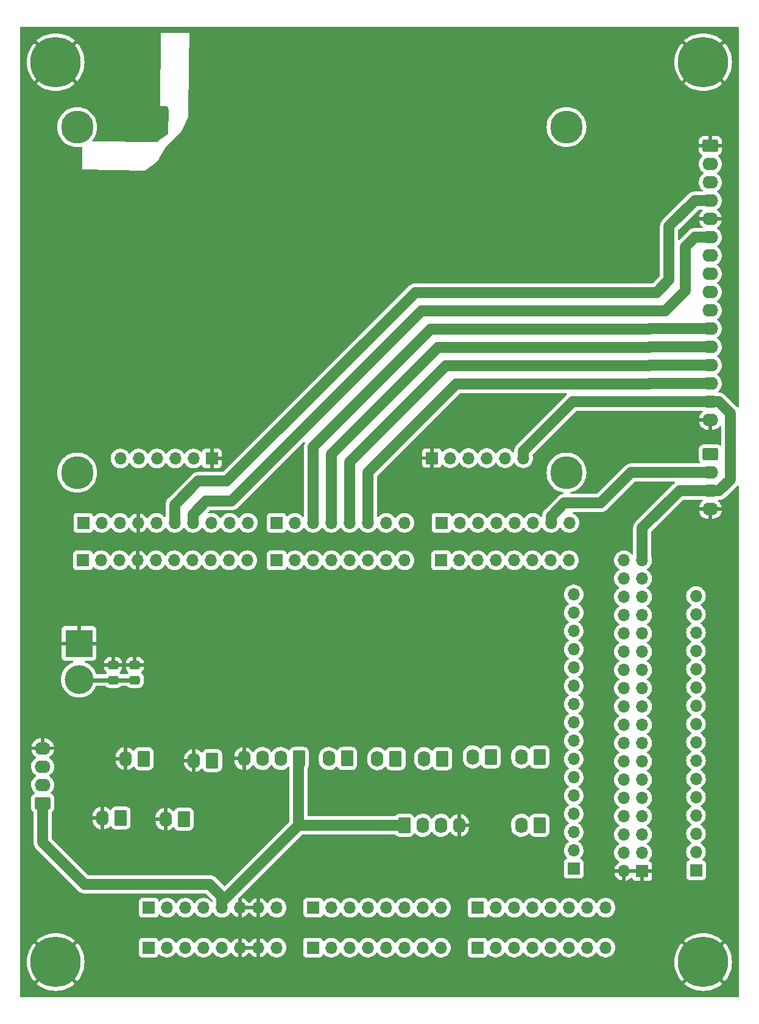
<source format=gbl>
G04 #@! TF.GenerationSoftware,KiCad,Pcbnew,7.0.7*
G04 #@! TF.CreationDate,2024-01-25T14:39:24+01:00*
G04 #@! TF.ProjectId,rotor,726f746f-722e-46b6-9963-61645f706362,rev?*
G04 #@! TF.SameCoordinates,Original*
G04 #@! TF.FileFunction,Copper,L2,Bot*
G04 #@! TF.FilePolarity,Positive*
%FSLAX46Y46*%
G04 Gerber Fmt 4.6, Leading zero omitted, Abs format (unit mm)*
G04 Created by KiCad (PCBNEW 7.0.7) date 2024-01-25 14:39:24*
%MOMM*%
%LPD*%
G01*
G04 APERTURE LIST*
G04 Aperture macros list*
%AMRoundRect*
0 Rectangle with rounded corners*
0 $1 Rounding radius*
0 $2 $3 $4 $5 $6 $7 $8 $9 X,Y pos of 4 corners*
0 Add a 4 corners polygon primitive as box body*
4,1,4,$2,$3,$4,$5,$6,$7,$8,$9,$2,$3,0*
0 Add four circle primitives for the rounded corners*
1,1,$1+$1,$2,$3*
1,1,$1+$1,$4,$5*
1,1,$1+$1,$6,$7*
1,1,$1+$1,$8,$9*
0 Add four rect primitives between the rounded corners*
20,1,$1+$1,$2,$3,$4,$5,0*
20,1,$1+$1,$4,$5,$6,$7,0*
20,1,$1+$1,$6,$7,$8,$9,0*
20,1,$1+$1,$8,$9,$2,$3,0*%
G04 Aperture macros list end*
G04 #@! TA.AperFunction,ComponentPad*
%ADD10RoundRect,0.250000X0.620000X0.845000X-0.620000X0.845000X-0.620000X-0.845000X0.620000X-0.845000X0*%
G04 #@! TD*
G04 #@! TA.AperFunction,ComponentPad*
%ADD11O,1.740000X2.190000*%
G04 #@! TD*
G04 #@! TA.AperFunction,ComponentPad*
%ADD12C,7.000000*%
G04 #@! TD*
G04 #@! TA.AperFunction,ComponentPad*
%ADD13R,1.700000X1.700000*%
G04 #@! TD*
G04 #@! TA.AperFunction,ComponentPad*
%ADD14O,1.700000X1.700000*%
G04 #@! TD*
G04 #@! TA.AperFunction,ComponentPad*
%ADD15RoundRect,0.250000X-0.620000X-0.845000X0.620000X-0.845000X0.620000X0.845000X-0.620000X0.845000X0*%
G04 #@! TD*
G04 #@! TA.AperFunction,ComponentPad*
%ADD16R,3.800000X3.800000*%
G04 #@! TD*
G04 #@! TA.AperFunction,ComponentPad*
%ADD17C,4.000000*%
G04 #@! TD*
G04 #@! TA.AperFunction,ComponentPad*
%ADD18RoundRect,0.250000X0.845000X-0.620000X0.845000X0.620000X-0.845000X0.620000X-0.845000X-0.620000X0*%
G04 #@! TD*
G04 #@! TA.AperFunction,ComponentPad*
%ADD19O,2.190000X1.740000*%
G04 #@! TD*
G04 #@! TA.AperFunction,ComponentPad*
%ADD20RoundRect,0.250000X-0.845000X0.620000X-0.845000X-0.620000X0.845000X-0.620000X0.845000X0.620000X0*%
G04 #@! TD*
G04 #@! TA.AperFunction,SMDPad,CuDef*
%ADD21RoundRect,0.250000X-0.475000X0.337500X-0.475000X-0.337500X0.475000X-0.337500X0.475000X0.337500X0*%
G04 #@! TD*
G04 #@! TA.AperFunction,ViaPad*
%ADD22C,4.500000*%
G04 #@! TD*
G04 #@! TA.AperFunction,ViaPad*
%ADD23C,0.600000*%
G04 #@! TD*
G04 #@! TA.AperFunction,Conductor*
%ADD24C,1.500000*%
G04 #@! TD*
G04 #@! TA.AperFunction,Conductor*
%ADD25C,0.600000*%
G04 #@! TD*
G04 APERTURE END LIST*
D10*
X155500000Y-76730000D03*
D11*
X152960000Y-76730000D03*
D12*
X205000000Y-105000000D03*
D10*
X162250000Y-76750000D03*
D11*
X159710000Y-76750000D03*
D13*
X173640000Y-103000000D03*
D14*
X176180000Y-103000000D03*
X178720000Y-103000000D03*
X181260000Y-103000000D03*
X183800000Y-103000000D03*
X186340000Y-103000000D03*
X188880000Y-103000000D03*
X191420000Y-103000000D03*
D13*
X118840000Y-44000000D03*
D14*
X121380000Y-44000000D03*
X123920000Y-44000000D03*
X126460000Y-44000000D03*
X129000000Y-44000000D03*
X131540000Y-44000000D03*
X134080000Y-44000000D03*
X136620000Y-44000000D03*
X139160000Y-44000000D03*
X141700000Y-44000000D03*
D13*
X187000000Y-92050000D03*
D14*
X187000000Y-89510000D03*
X187000000Y-86970000D03*
X187000000Y-84430000D03*
X187000000Y-81890000D03*
X187000000Y-79350000D03*
X187000000Y-76810000D03*
X187000000Y-74270000D03*
X187000000Y-71730000D03*
X187000000Y-69190000D03*
X187000000Y-66650000D03*
X187000000Y-64110000D03*
X187000000Y-61570000D03*
X187000000Y-59030000D03*
X187000000Y-56490000D03*
X187000000Y-53950000D03*
D10*
X136750000Y-77000000D03*
D11*
X134210000Y-77000000D03*
D12*
X115000000Y-105000000D03*
D10*
X168750000Y-76750000D03*
D11*
X166210000Y-76750000D03*
D10*
X124040000Y-85000000D03*
D11*
X121500000Y-85000000D03*
D13*
X145700000Y-44000000D03*
D14*
X148240000Y-44000000D03*
X150780000Y-44000000D03*
X153320000Y-44000000D03*
X155860000Y-44000000D03*
X158400000Y-44000000D03*
X160940000Y-44000000D03*
X163480000Y-44000000D03*
D10*
X175500000Y-76500000D03*
D11*
X172960000Y-76500000D03*
D12*
X115000000Y20000000D03*
D10*
X182250000Y-76500000D03*
D11*
X179710000Y-76500000D03*
D10*
X148810000Y-76730000D03*
D11*
X146270000Y-76730000D03*
X143730000Y-76730000D03*
X141190000Y-76730000D03*
D15*
X163460000Y-86000000D03*
D11*
X166000000Y-86000000D03*
X168540000Y-86000000D03*
X171080000Y-86000000D03*
D16*
X118250000Y-60750000D03*
D17*
X118250000Y-65750000D03*
D13*
X204000000Y-92240000D03*
D14*
X204000000Y-89700000D03*
X204000000Y-87160000D03*
X204000000Y-84620000D03*
X204000000Y-82080000D03*
X204000000Y-79540000D03*
X204000000Y-77000000D03*
X204000000Y-74460000D03*
X204000000Y-71920000D03*
X204000000Y-69380000D03*
X204000000Y-66840000D03*
X204000000Y-64300000D03*
X204000000Y-61760000D03*
X204000000Y-59220000D03*
X204000000Y-56680000D03*
X204000000Y-54140000D03*
D18*
X113200000Y-82920000D03*
D19*
X113200000Y-80380000D03*
X113200000Y-77840000D03*
X113200000Y-75300000D03*
D13*
X168620000Y-44000000D03*
D14*
X171160000Y-44000000D03*
X173700000Y-44000000D03*
X176240000Y-44000000D03*
X178780000Y-44000000D03*
X181320000Y-44000000D03*
X183860000Y-44000000D03*
X186400000Y-44000000D03*
D10*
X127250000Y-76750000D03*
D11*
X124710000Y-76750000D03*
D10*
X132800000Y-85140000D03*
D11*
X130260000Y-85140000D03*
D20*
X206000000Y8400000D03*
D19*
X206000000Y5860000D03*
X206000000Y3320000D03*
X206000000Y780000D03*
X206000000Y-1760000D03*
X206000000Y-4300000D03*
X206000000Y-6840000D03*
X206000000Y-9380000D03*
X206000000Y-11920000D03*
X206000000Y-14460000D03*
X206000000Y-17000000D03*
X206000000Y-19540000D03*
X206000000Y-22080000D03*
X206000000Y-24620000D03*
X206000000Y-27160000D03*
X206000000Y-29700000D03*
D13*
X167300000Y-35000000D03*
D14*
X169840000Y-35000000D03*
X172380000Y-35000000D03*
X174920000Y-35000000D03*
X177460000Y-35000000D03*
X180000000Y-35000000D03*
D20*
X206000000Y-34460000D03*
D19*
X206000000Y-37000000D03*
X206000000Y-39540000D03*
X206000000Y-42080000D03*
D12*
X205000000Y20000000D03*
D10*
X182250000Y-86000000D03*
D11*
X179710000Y-86000000D03*
D13*
X196530000Y-92380000D03*
D14*
X193990000Y-92380000D03*
X196530000Y-89840000D03*
X193990000Y-89840000D03*
X196530000Y-87300000D03*
X193990000Y-87300000D03*
X196530000Y-84760000D03*
X193990000Y-84760000D03*
X196530000Y-82220000D03*
X193990000Y-82220000D03*
X196530000Y-79680000D03*
X193990000Y-79680000D03*
X196530000Y-77140000D03*
X193990000Y-77140000D03*
X196530000Y-74600000D03*
X193990000Y-74600000D03*
X196530000Y-72060000D03*
X193990000Y-72060000D03*
X196530000Y-69520000D03*
X193990000Y-69520000D03*
X196530000Y-66980000D03*
X193990000Y-66980000D03*
X196530000Y-64440000D03*
X193990000Y-64440000D03*
X196530000Y-61900000D03*
X193990000Y-61900000D03*
X196530000Y-59360000D03*
X193990000Y-59360000D03*
X196530000Y-56820000D03*
X193990000Y-56820000D03*
X196530000Y-54280000D03*
X193990000Y-54280000D03*
X196530000Y-51740000D03*
X193990000Y-51740000D03*
X196530000Y-49200000D03*
X193990000Y-49200000D03*
D13*
X127940000Y-97460000D03*
D14*
X130480000Y-97460000D03*
X133020000Y-97460000D03*
X135560000Y-97460000D03*
X138100000Y-97460000D03*
X140640000Y-97460000D03*
X143180000Y-97460000D03*
X145720000Y-97460000D03*
D13*
X173660000Y-97460000D03*
D14*
X176200000Y-97460000D03*
X178740000Y-97460000D03*
X181280000Y-97460000D03*
X183820000Y-97460000D03*
X186360000Y-97460000D03*
X188900000Y-97460000D03*
X191440000Y-97460000D03*
D13*
X118796000Y-49200000D03*
D14*
X121336000Y-49200000D03*
X123876000Y-49200000D03*
X126416000Y-49200000D03*
X128956000Y-49200000D03*
X131496000Y-49200000D03*
X134036000Y-49200000D03*
X136576000Y-49200000D03*
X139116000Y-49200000D03*
X141656000Y-49200000D03*
D13*
X145720000Y-49200000D03*
D14*
X148260000Y-49200000D03*
X150800000Y-49200000D03*
X153340000Y-49200000D03*
X155880000Y-49200000D03*
X158420000Y-49200000D03*
X160960000Y-49200000D03*
X163500000Y-49200000D03*
D13*
X168580000Y-49200000D03*
D14*
X171120000Y-49200000D03*
X173660000Y-49200000D03*
X176200000Y-49200000D03*
X178740000Y-49200000D03*
X181280000Y-49200000D03*
X183820000Y-49200000D03*
X186360000Y-49200000D03*
D13*
X150760000Y-103000000D03*
D14*
X153300000Y-103000000D03*
X155840000Y-103000000D03*
X158380000Y-103000000D03*
X160920000Y-103000000D03*
X163460000Y-103000000D03*
X166000000Y-103000000D03*
X168540000Y-103000000D03*
D21*
X122990000Y-63750000D03*
X122990000Y-65825000D03*
D13*
X150800000Y-97450000D03*
D14*
X153340000Y-97450000D03*
X155880000Y-97450000D03*
X158420000Y-97450000D03*
X160960000Y-97450000D03*
X163500000Y-97450000D03*
X166040000Y-97450000D03*
X168580000Y-97450000D03*
D13*
X127930000Y-103000000D03*
D14*
X130470000Y-103000000D03*
X133010000Y-103000000D03*
X135550000Y-103000000D03*
X138090000Y-103000000D03*
X140630000Y-103000000D03*
X143170000Y-103000000D03*
X145710000Y-103000000D03*
D21*
X126000000Y-63750000D03*
X126000000Y-65825000D03*
D13*
X136700000Y-35050000D03*
D14*
X134160000Y-35050000D03*
X131620000Y-35050000D03*
X129080000Y-35050000D03*
X126540000Y-35050000D03*
X124000000Y-35050000D03*
D22*
X186000000Y10950000D03*
X186000000Y-37000000D03*
X186000000Y-37050000D03*
X118000000Y11000000D03*
X118000000Y-37050000D03*
X186000000Y11000000D03*
X118000000Y10950000D03*
X118000000Y-37000000D03*
D23*
X145000000Y-62500000D03*
X166000000Y-43000000D03*
X145000000Y-65000000D03*
X142500000Y-65000000D03*
X142500000Y-62500000D03*
X142500000Y-67500000D03*
X139000000Y-31000000D03*
X162000000Y-53200000D03*
X137500000Y-62500000D03*
X166100000Y-49500000D03*
X142500000Y-57500000D03*
X137500000Y-60000000D03*
X156900000Y-53200000D03*
X145000000Y-67500000D03*
X137500000Y-57500000D03*
X142500000Y-60000000D03*
X140000000Y-60000000D03*
X135000000Y-31000000D03*
X140000000Y-62500000D03*
X137500000Y-67500000D03*
X159100000Y-53200000D03*
X131000000Y-31000000D03*
X140000000Y-57500000D03*
X127000000Y-31000000D03*
X145000000Y-57500000D03*
X166000000Y-46900000D03*
X140000000Y-65000000D03*
X137500000Y-65000000D03*
X140000000Y-67500000D03*
X145000000Y-60000000D03*
D24*
X136750000Y-35000000D02*
X136700000Y-35050000D01*
X148750000Y-76790000D02*
X148810000Y-76730000D01*
X208750000Y-38000000D02*
X208750000Y-28750000D01*
X201710000Y-39540000D02*
X206000000Y-39540000D01*
X208750000Y-28750000D02*
X207160000Y-27160000D01*
X206000000Y-39540000D02*
X207210000Y-39540000D01*
X196530000Y-44720000D02*
X201710000Y-39540000D01*
X196530000Y-49200000D02*
X196530000Y-44720000D01*
X148750000Y-86000000D02*
X148750000Y-76790000D01*
X138100000Y-95900000D02*
X138100000Y-97460000D01*
X206000000Y-27160000D02*
X186840000Y-27160000D01*
X207160000Y-27160000D02*
X206000000Y-27160000D01*
X204640000Y-27160000D02*
X206000000Y-27160000D01*
X148750000Y-86000000D02*
X138100000Y-96650000D01*
X138100000Y-96650000D02*
X138100000Y-97460000D01*
X136400000Y-94200000D02*
X138100000Y-95900000D01*
X119000000Y-94200000D02*
X136400000Y-94200000D01*
X186840000Y-27160000D02*
X180000000Y-34000000D01*
X207210000Y-39540000D02*
X208750000Y-38000000D01*
X163460000Y-86000000D02*
X148750000Y-86000000D01*
X113200000Y-88400000D02*
X119000000Y-94200000D01*
X113200000Y-82920000D02*
X113200000Y-88400000D01*
X180000000Y-34000000D02*
X180000000Y-35000000D01*
X134800000Y-38200000D02*
X138800000Y-38200000D01*
X200250000Y-2825000D02*
X203855000Y780000D01*
X165000000Y-12000000D02*
X198500000Y-12000000D01*
X203855000Y780000D02*
X206000000Y780000D01*
X138800000Y-38200000D02*
X165000000Y-12000000D01*
X200250000Y-10250000D02*
X200250000Y-2825000D01*
X198500000Y-12000000D02*
X200250000Y-10250000D01*
X131540000Y-41460000D02*
X134800000Y-38200000D01*
X131540000Y-44000000D02*
X131540000Y-41460000D01*
X139400000Y-41000000D02*
X165860000Y-14540000D01*
X134080000Y-42797920D02*
X135877920Y-41000000D01*
X203855000Y-4300000D02*
X206000000Y-4300000D01*
X135877920Y-41000000D02*
X139400000Y-41000000D01*
X199710000Y-14540000D02*
X202500000Y-11750000D01*
X202500000Y-11750000D02*
X202500000Y-5655000D01*
X202500000Y-5655000D02*
X203855000Y-4300000D01*
X165860000Y-14540000D02*
X199710000Y-14540000D01*
X134080000Y-44000000D02*
X134080000Y-42797920D01*
X167120000Y-17080000D02*
X197500000Y-17080000D01*
X150780000Y-33420000D02*
X167120000Y-17080000D01*
X150780000Y-44000000D02*
X150780000Y-33420000D01*
X197580000Y-17000000D02*
X206000000Y-17000000D01*
X197500000Y-17080000D02*
X197580000Y-17000000D01*
X153320000Y-44000000D02*
X153320000Y-34480000D01*
X197500000Y-19620000D02*
X197580000Y-19540000D01*
X197580000Y-19540000D02*
X206000000Y-19540000D01*
X153320000Y-34480000D02*
X168180000Y-19620000D01*
X168180000Y-19620000D02*
X197500000Y-19620000D01*
X169240000Y-22160000D02*
X197500000Y-22160000D01*
X155860000Y-35540000D02*
X169240000Y-22160000D01*
X197580000Y-22080000D02*
X206000000Y-22080000D01*
X155860000Y-44000000D02*
X155860000Y-35540000D01*
X197500000Y-22160000D02*
X197580000Y-22080000D01*
X170700000Y-24700000D02*
X197500000Y-24700000D01*
X197500000Y-24700000D02*
X197580000Y-24620000D01*
X158400000Y-44000000D02*
X158400000Y-37000000D01*
X158400000Y-37000000D02*
X170700000Y-24700000D01*
X197580000Y-24620000D02*
X206000000Y-24620000D01*
X195000000Y-37000000D02*
X206000000Y-37000000D01*
X183860000Y-44000000D02*
X183860000Y-43067207D01*
X183860000Y-43067207D02*
X185677207Y-41250000D01*
X190750000Y-41250000D02*
X195000000Y-37000000D01*
X185677207Y-41250000D02*
X190750000Y-41250000D01*
D25*
X118425000Y-65825000D02*
X118250000Y-66000000D01*
X122990000Y-65825000D02*
X118425000Y-65825000D01*
X126000000Y-65825000D02*
X122990000Y-65825000D01*
G04 #@! TA.AperFunction,Conductor*
G36*
X142623692Y-102769685D02*
G01*
X142669447Y-102822489D01*
X142679391Y-102891647D01*
X142675631Y-102908933D01*
X142670000Y-102928111D01*
X142670000Y-103071888D01*
X142675631Y-103091067D01*
X142675630Y-103160936D01*
X142637855Y-103219714D01*
X142574299Y-103248738D01*
X142556653Y-103250000D01*
X141243347Y-103250000D01*
X141176308Y-103230315D01*
X141130553Y-103177511D01*
X141120609Y-103108353D01*
X141124369Y-103091067D01*
X141130000Y-103071888D01*
X141130000Y-102928111D01*
X141124369Y-102908933D01*
X141124370Y-102839064D01*
X141162145Y-102780286D01*
X141225701Y-102751262D01*
X141243347Y-102750000D01*
X142556653Y-102750000D01*
X142623692Y-102769685D01*
G37*
G04 #@! TD.AperFunction*
G04 #@! TA.AperFunction,Conductor*
G36*
X142633692Y-97229685D02*
G01*
X142679447Y-97282489D01*
X142689391Y-97351647D01*
X142685631Y-97368933D01*
X142680000Y-97388111D01*
X142680000Y-97531888D01*
X142685631Y-97551067D01*
X142685630Y-97620936D01*
X142647855Y-97679714D01*
X142584299Y-97708738D01*
X142566653Y-97710000D01*
X141253347Y-97710000D01*
X141186308Y-97690315D01*
X141140553Y-97637511D01*
X141130609Y-97568353D01*
X141134369Y-97551067D01*
X141140000Y-97531888D01*
X141140000Y-97388111D01*
X141134369Y-97368933D01*
X141134370Y-97299064D01*
X141172145Y-97240286D01*
X141235701Y-97211262D01*
X141253347Y-97210000D01*
X142566653Y-97210000D01*
X142633692Y-97229685D01*
G37*
G04 #@! TD.AperFunction*
G04 #@! TA.AperFunction,Conductor*
G36*
X209867539Y24904815D02*
G01*
X209913294Y24852011D01*
X209924500Y24800500D01*
X209924500Y-27843839D01*
X209904815Y-27910878D01*
X209852011Y-27956633D01*
X209782853Y-27966577D01*
X209719297Y-27937552D01*
X209705537Y-27922562D01*
X209705233Y-27922829D01*
X209701572Y-27918639D01*
X209701571Y-27918637D01*
X209629907Y-27850119D01*
X208102325Y-26322537D01*
X208097698Y-26317358D01*
X208073313Y-26286781D01*
X208021499Y-26241513D01*
X208018450Y-26238662D01*
X208009921Y-26230133D01*
X207977370Y-26202958D01*
X207902722Y-26137740D01*
X207902719Y-26137738D01*
X207902718Y-26137737D01*
X207898887Y-26135448D01*
X207883022Y-26124190D01*
X207879599Y-26121332D01*
X207879597Y-26121331D01*
X207879595Y-26121329D01*
X207879594Y-26121329D01*
X207793357Y-26072396D01*
X207708250Y-26021547D01*
X207708246Y-26021545D01*
X207704064Y-26019976D01*
X207686448Y-26011734D01*
X207682566Y-26009531D01*
X207588992Y-25976789D01*
X207496161Y-25941949D01*
X207496156Y-25941947D01*
X207491753Y-25941148D01*
X207472966Y-25936189D01*
X207468750Y-25934714D01*
X207468743Y-25934712D01*
X207370818Y-25919202D01*
X207273271Y-25901500D01*
X207273267Y-25901500D01*
X207268808Y-25901500D01*
X207249408Y-25899973D01*
X207248024Y-25899754D01*
X207244998Y-25899274D01*
X207192561Y-25900451D01*
X207125097Y-25882274D01*
X207078169Y-25830510D01*
X207066677Y-25761592D01*
X207094270Y-25697401D01*
X207103958Y-25686981D01*
X207263543Y-25534033D01*
X207403077Y-25345371D01*
X207508720Y-25135841D01*
X207577432Y-24911471D01*
X207607237Y-24678717D01*
X207597278Y-24444273D01*
X207547841Y-24214884D01*
X207460349Y-23997150D01*
X207337317Y-23797335D01*
X207182286Y-23621185D01*
X207182285Y-23621184D01*
X207182281Y-23621180D01*
X206999722Y-23473774D01*
X206999716Y-23473770D01*
X206970142Y-23457249D01*
X206921216Y-23407369D01*
X206907023Y-23338956D01*
X206932070Y-23273731D01*
X206961176Y-23246262D01*
X207094132Y-23156400D01*
X207263543Y-22994033D01*
X207403077Y-22805371D01*
X207508720Y-22595841D01*
X207577432Y-22371471D01*
X207607237Y-22138717D01*
X207597278Y-21904273D01*
X207547841Y-21674884D01*
X207460349Y-21457150D01*
X207337317Y-21257335D01*
X207182286Y-21081185D01*
X207182285Y-21081184D01*
X207182281Y-21081180D01*
X206999722Y-20933774D01*
X206999716Y-20933770D01*
X206970142Y-20917249D01*
X206921216Y-20867369D01*
X206907023Y-20798956D01*
X206932070Y-20733731D01*
X206961176Y-20706262D01*
X207094132Y-20616400D01*
X207263543Y-20454033D01*
X207403077Y-20265371D01*
X207508720Y-20055841D01*
X207577432Y-19831471D01*
X207607237Y-19598717D01*
X207597278Y-19364273D01*
X207547841Y-19134884D01*
X207460349Y-18917150D01*
X207337317Y-18717335D01*
X207182286Y-18541185D01*
X207182285Y-18541184D01*
X207182281Y-18541180D01*
X206999722Y-18393774D01*
X206999716Y-18393770D01*
X206970142Y-18377249D01*
X206921216Y-18327369D01*
X206907023Y-18258956D01*
X206932070Y-18193731D01*
X206961176Y-18166262D01*
X207094132Y-18076400D01*
X207263543Y-17914033D01*
X207403077Y-17725371D01*
X207508720Y-17515841D01*
X207577432Y-17291471D01*
X207607237Y-17058717D01*
X207597278Y-16824273D01*
X207547841Y-16594884D01*
X207460349Y-16377150D01*
X207337317Y-16177335D01*
X207182286Y-16001185D01*
X207182285Y-16001184D01*
X207182281Y-16001180D01*
X206999722Y-15853774D01*
X206999716Y-15853770D01*
X206970142Y-15837249D01*
X206921216Y-15787369D01*
X206907023Y-15718956D01*
X206932070Y-15653731D01*
X206961176Y-15626262D01*
X207094132Y-15536400D01*
X207263543Y-15374033D01*
X207403077Y-15185371D01*
X207508720Y-14975841D01*
X207577432Y-14751471D01*
X207607237Y-14518717D01*
X207597278Y-14284273D01*
X207547841Y-14054884D01*
X207460349Y-13837150D01*
X207337317Y-13637335D01*
X207182286Y-13461185D01*
X207182285Y-13461184D01*
X207182281Y-13461180D01*
X206999722Y-13313774D01*
X206999716Y-13313770D01*
X206970142Y-13297249D01*
X206921216Y-13247369D01*
X206907023Y-13178956D01*
X206932070Y-13113731D01*
X206961176Y-13086262D01*
X207094132Y-12996400D01*
X207263543Y-12834033D01*
X207403077Y-12645371D01*
X207508720Y-12435841D01*
X207577432Y-12211471D01*
X207607237Y-11978717D01*
X207597278Y-11744273D01*
X207547841Y-11514884D01*
X207460349Y-11297150D01*
X207337317Y-11097335D01*
X207182286Y-10921185D01*
X207182285Y-10921184D01*
X207182281Y-10921180D01*
X206999722Y-10773774D01*
X206999716Y-10773770D01*
X206970142Y-10757249D01*
X206921216Y-10707369D01*
X206907023Y-10638956D01*
X206932070Y-10573731D01*
X206961176Y-10546262D01*
X207094132Y-10456400D01*
X207263543Y-10294033D01*
X207403077Y-10105371D01*
X207508720Y-9895841D01*
X207577432Y-9671471D01*
X207607237Y-9438717D01*
X207597278Y-9204273D01*
X207547841Y-8974884D01*
X207460349Y-8757150D01*
X207337317Y-8557335D01*
X207182286Y-8381185D01*
X207182285Y-8381184D01*
X207182281Y-8381180D01*
X206999722Y-8233774D01*
X206999716Y-8233770D01*
X206970142Y-8217249D01*
X206921216Y-8167369D01*
X206907023Y-8098956D01*
X206932070Y-8033731D01*
X206961176Y-8006262D01*
X207094132Y-7916400D01*
X207263543Y-7754033D01*
X207403077Y-7565371D01*
X207508720Y-7355841D01*
X207577432Y-7131471D01*
X207607237Y-6898717D01*
X207597278Y-6664273D01*
X207547841Y-6434884D01*
X207460349Y-6217150D01*
X207337317Y-6017335D01*
X207182286Y-5841185D01*
X207182285Y-5841184D01*
X207182281Y-5841180D01*
X206999722Y-5693774D01*
X206999716Y-5693770D01*
X206970142Y-5677249D01*
X206921216Y-5627369D01*
X206907023Y-5558956D01*
X206932070Y-5493731D01*
X206961176Y-5466262D01*
X207094132Y-5376400D01*
X207263543Y-5214033D01*
X207403077Y-5025371D01*
X207508720Y-4815841D01*
X207577432Y-4591471D01*
X207607237Y-4358717D01*
X207597278Y-4124273D01*
X207547841Y-3894884D01*
X207460349Y-3677150D01*
X207337317Y-3477335D01*
X207182286Y-3301185D01*
X207182285Y-3301184D01*
X207182281Y-3301180D01*
X206999722Y-3153774D01*
X206999711Y-3153767D01*
X206961831Y-3132605D01*
X206912905Y-3082725D01*
X206898713Y-3014312D01*
X206923761Y-2949086D01*
X206952870Y-2921616D01*
X207088772Y-2829763D01*
X207257139Y-2668396D01*
X207257140Y-2668395D01*
X207395810Y-2480902D01*
X207500803Y-2272661D01*
X207569093Y-2049670D01*
X207574173Y-2010000D01*
X206708616Y-2010000D01*
X206641577Y-1990315D01*
X206595822Y-1937511D01*
X206585677Y-1869815D01*
X206600134Y-1760001D01*
X206600134Y-1759998D01*
X206585677Y-1650185D01*
X206596443Y-1581150D01*
X206642823Y-1528894D01*
X206708616Y-1510000D01*
X207572576Y-1510000D01*
X207572575Y-1509999D01*
X207539683Y-1357380D01*
X207539683Y-1357379D01*
X207452732Y-1140994D01*
X207330458Y-942407D01*
X207176382Y-767343D01*
X207176378Y-767339D01*
X206994945Y-620842D01*
X206994939Y-620837D01*
X206962256Y-602580D01*
X206913329Y-552700D01*
X206899137Y-484287D01*
X206924185Y-419061D01*
X206953293Y-391591D01*
X207094122Y-296407D01*
X207094123Y-296405D01*
X207094132Y-296400D01*
X207263543Y-134033D01*
X207320342Y-57235D01*
X207403074Y54624D01*
X207403077Y54629D01*
X207508720Y264159D01*
X207577432Y488529D01*
X207607237Y721283D01*
X207597278Y955727D01*
X207547841Y1185116D01*
X207460349Y1402850D01*
X207337317Y1602665D01*
X207182286Y1778815D01*
X206999716Y1926230D01*
X206970144Y1942749D01*
X206921217Y1992627D01*
X206907023Y2061040D01*
X206932069Y2126266D01*
X206961179Y2153739D01*
X207094122Y2243592D01*
X207094127Y2243597D01*
X207094132Y2243600D01*
X207263543Y2405967D01*
X207331119Y2497335D01*
X207403074Y2594624D01*
X207403077Y2594629D01*
X207508720Y2804159D01*
X207577432Y3028529D01*
X207607237Y3261283D01*
X207597278Y3495727D01*
X207547841Y3725116D01*
X207460349Y3942850D01*
X207337317Y4142665D01*
X207182286Y4318815D01*
X206999716Y4466230D01*
X206970144Y4482749D01*
X206921217Y4532627D01*
X206907023Y4601040D01*
X206932069Y4666266D01*
X206961179Y4693739D01*
X207094122Y4783592D01*
X207094127Y4783597D01*
X207094132Y4783600D01*
X207263543Y4945967D01*
X207355278Y5070000D01*
X207403074Y5134624D01*
X207403077Y5134629D01*
X207508720Y5344159D01*
X207577432Y5568529D01*
X207607237Y5801283D01*
X207597278Y6035727D01*
X207547841Y6265116D01*
X207460349Y6482850D01*
X207337317Y6682665D01*
X207182286Y6858815D01*
X207144345Y6889449D01*
X207104552Y6946879D01*
X207102125Y7016706D01*
X207137835Y7076761D01*
X207158642Y7090768D01*
X207157975Y7091851D01*
X207313345Y7187684D01*
X207437315Y7311654D01*
X207529356Y7460875D01*
X207529358Y7460880D01*
X207584505Y7627302D01*
X207584506Y7627309D01*
X207594999Y7730013D01*
X207595000Y7730026D01*
X207595000Y8150000D01*
X206708616Y8150000D01*
X206641577Y8169685D01*
X206595822Y8222489D01*
X206585677Y8290185D01*
X206600134Y8399998D01*
X206600134Y8400001D01*
X206585677Y8509815D01*
X206596443Y8578850D01*
X206642823Y8631106D01*
X206708616Y8650000D01*
X207594999Y8650000D01*
X207594999Y9069971D01*
X207594998Y9069986D01*
X207584505Y9172697D01*
X207529358Y9339119D01*
X207529356Y9339124D01*
X207437315Y9488345D01*
X207313345Y9612315D01*
X207164124Y9704356D01*
X207164119Y9704358D01*
X206997697Y9759505D01*
X206997690Y9759506D01*
X206894980Y9769999D01*
X206250000Y9769999D01*
X206250000Y9108615D01*
X206230315Y9041576D01*
X206177511Y8995821D01*
X206109816Y8985676D01*
X206038997Y8995000D01*
X205961003Y8995000D01*
X205890183Y8985676D01*
X205821151Y8996441D01*
X205768895Y9042820D01*
X205750000Y9108615D01*
X205750000Y9769999D01*
X205105028Y9769999D01*
X205105013Y9769998D01*
X205002302Y9759505D01*
X204835880Y9704358D01*
X204835875Y9704356D01*
X204686654Y9612315D01*
X204562684Y9488345D01*
X204470643Y9339124D01*
X204470641Y9339119D01*
X204415494Y9172697D01*
X204415493Y9172690D01*
X204405000Y9069986D01*
X204405000Y8650000D01*
X205291384Y8650000D01*
X205358423Y8630315D01*
X205404178Y8577511D01*
X205414323Y8509815D01*
X205399866Y8400001D01*
X205399866Y8399998D01*
X205414323Y8290185D01*
X205403557Y8221150D01*
X205357177Y8168894D01*
X205291384Y8150000D01*
X204405001Y8150000D01*
X204405001Y7730013D01*
X204415494Y7627302D01*
X204470641Y7460880D01*
X204470643Y7460875D01*
X204562684Y7311654D01*
X204686654Y7187684D01*
X204842025Y7091851D01*
X204840498Y7089375D01*
X204883011Y7051918D01*
X204902141Y6984718D01*
X204881902Y6917844D01*
X204863946Y6896222D01*
X204736456Y6774032D01*
X204736455Y6774031D01*
X204596925Y6585375D01*
X204596923Y6585371D01*
X204491280Y6375841D01*
X204457371Y6265116D01*
X204422567Y6151467D01*
X204392763Y5918717D01*
X204402721Y5684276D01*
X204402721Y5684272D01*
X204452159Y5454883D01*
X204452159Y5454882D01*
X204539649Y5237153D01*
X204662682Y5037335D01*
X204817714Y4861184D01*
X204817718Y4861180D01*
X205000277Y4713774D01*
X205000288Y4713767D01*
X205029858Y4697248D01*
X205078784Y4647368D01*
X205092976Y4578955D01*
X205067928Y4513729D01*
X205038820Y4486260D01*
X204905877Y4396407D01*
X204905872Y4396403D01*
X204905868Y4396400D01*
X204736457Y4234033D01*
X204736456Y4234032D01*
X204736455Y4234031D01*
X204596925Y4045375D01*
X204596923Y4045371D01*
X204491280Y3835841D01*
X204457371Y3725116D01*
X204422567Y3611467D01*
X204392763Y3378717D01*
X204402721Y3144276D01*
X204402721Y3144272D01*
X204452159Y2914883D01*
X204452159Y2914882D01*
X204539649Y2697153D01*
X204662682Y2497335D01*
X204817713Y2321185D01*
X204894758Y2258976D01*
X204934550Y2201545D01*
X204936976Y2131718D01*
X204901266Y2071663D01*
X204838756Y2040449D01*
X204816858Y2038500D01*
X203929161Y2038500D01*
X203922220Y2038889D01*
X203883352Y2043269D01*
X203883349Y2043268D01*
X203883348Y2043269D01*
X203814704Y2038641D01*
X203810532Y2038500D01*
X203798478Y2038500D01*
X203763217Y2035326D01*
X203756243Y2034699D01*
X203723274Y2032476D01*
X203657332Y2028030D01*
X203657331Y2028030D01*
X203653009Y2026941D01*
X203633819Y2023681D01*
X203629383Y2023282D01*
X203629373Y2023280D01*
X203533800Y1996903D01*
X203485731Y1984790D01*
X203437664Y1972679D01*
X203433594Y1970830D01*
X203415297Y1964198D01*
X203411007Y1963014D01*
X203321680Y1919996D01*
X203231410Y1878994D01*
X203228473Y1876959D01*
X203227741Y1876452D01*
X203210924Y1866659D01*
X203206907Y1864725D01*
X203206906Y1864724D01*
X203126693Y1806445D01*
X203045197Y1749985D01*
X203042044Y1746832D01*
X203027251Y1734197D01*
X203023637Y1731571D01*
X202955119Y1659907D01*
X199412547Y-1882664D01*
X199407360Y-1887299D01*
X199376784Y-1911684D01*
X199376777Y-1911690D01*
X199331519Y-1963492D01*
X199328674Y-1966536D01*
X199320138Y-1975074D01*
X199320130Y-1975082D01*
X199292959Y-2007629D01*
X199227736Y-2082281D01*
X199227732Y-2082287D01*
X199225446Y-2086114D01*
X199214199Y-2101967D01*
X199211331Y-2105402D01*
X199162396Y-2191642D01*
X199111549Y-2276745D01*
X199111543Y-2276758D01*
X199109971Y-2280947D01*
X199101739Y-2298543D01*
X199099532Y-2302432D01*
X199066789Y-2396007D01*
X199031951Y-2488830D01*
X199031948Y-2488841D01*
X199031149Y-2493245D01*
X199026188Y-2512037D01*
X199024714Y-2516249D01*
X199024713Y-2516252D01*
X199009202Y-2614181D01*
X198991500Y-2711734D01*
X198991500Y-2716192D01*
X198989973Y-2735595D01*
X198989274Y-2740000D01*
X198991500Y-2839135D01*
X198991500Y-9677350D01*
X198971815Y-9744389D01*
X198955181Y-9765031D01*
X198015031Y-10705181D01*
X197953708Y-10738666D01*
X197927350Y-10741500D01*
X165074161Y-10741500D01*
X165067220Y-10741110D01*
X165042089Y-10738278D01*
X165028354Y-10736731D01*
X165028348Y-10736730D01*
X164959704Y-10741359D01*
X164955532Y-10741500D01*
X164943471Y-10741500D01*
X164901243Y-10745300D01*
X164802339Y-10751969D01*
X164802331Y-10751970D01*
X164797988Y-10753064D01*
X164778837Y-10756317D01*
X164774382Y-10756718D01*
X164774378Y-10756718D01*
X164774378Y-10756719D01*
X164678805Y-10783095D01*
X164582662Y-10807321D01*
X164582653Y-10807324D01*
X164578585Y-10809172D01*
X164560311Y-10815798D01*
X164556006Y-10816986D01*
X164555997Y-10816989D01*
X164466697Y-10859995D01*
X164376407Y-10901007D01*
X164372734Y-10903552D01*
X164355935Y-10913334D01*
X164351907Y-10915275D01*
X164351905Y-10915276D01*
X164351898Y-10915280D01*
X164271702Y-10973547D01*
X164190201Y-11030011D01*
X164190195Y-11030016D01*
X164187029Y-11033182D01*
X164172259Y-11045796D01*
X164168645Y-11048421D01*
X164168636Y-11048429D01*
X164100119Y-11120092D01*
X138315031Y-36905181D01*
X138253708Y-36938666D01*
X138227350Y-36941500D01*
X134874161Y-36941500D01*
X134867220Y-36941110D01*
X134842089Y-36938278D01*
X134828354Y-36936731D01*
X134828348Y-36936730D01*
X134759704Y-36941359D01*
X134755532Y-36941500D01*
X134743471Y-36941500D01*
X134701243Y-36945300D01*
X134602339Y-36951969D01*
X134602331Y-36951970D01*
X134597988Y-36953064D01*
X134578837Y-36956317D01*
X134574382Y-36956718D01*
X134478805Y-36983095D01*
X134382662Y-37007321D01*
X134382653Y-37007324D01*
X134378585Y-37009172D01*
X134360311Y-37015798D01*
X134356006Y-37016986D01*
X134355997Y-37016989D01*
X134266697Y-37059995D01*
X134176407Y-37101007D01*
X134172734Y-37103552D01*
X134155935Y-37113334D01*
X134151907Y-37115275D01*
X134151905Y-37115276D01*
X134151898Y-37115280D01*
X134071702Y-37173547D01*
X133990201Y-37230011D01*
X133990195Y-37230016D01*
X133987029Y-37233182D01*
X133972259Y-37245796D01*
X133968645Y-37248421D01*
X133968636Y-37248429D01*
X133900119Y-37320092D01*
X130702547Y-40517664D01*
X130697360Y-40522299D01*
X130666784Y-40546684D01*
X130666777Y-40546690D01*
X130621519Y-40598492D01*
X130618674Y-40601536D01*
X130610138Y-40610074D01*
X130610130Y-40610082D01*
X130582959Y-40642629D01*
X130517736Y-40717281D01*
X130517732Y-40717287D01*
X130515446Y-40721114D01*
X130504199Y-40736967D01*
X130501331Y-40740402D01*
X130452396Y-40826642D01*
X130401549Y-40911745D01*
X130401543Y-40911758D01*
X130399971Y-40915947D01*
X130391739Y-40933543D01*
X130389532Y-40937432D01*
X130356789Y-41031007D01*
X130321951Y-41123830D01*
X130321948Y-41123841D01*
X130321149Y-41128245D01*
X130316188Y-41147037D01*
X130314714Y-41151249D01*
X130314713Y-41151252D01*
X130299202Y-41249181D01*
X130281500Y-41346734D01*
X130281500Y-41351192D01*
X130279973Y-41370595D01*
X130279274Y-41375000D01*
X130281500Y-41474135D01*
X130281500Y-43068481D01*
X130261815Y-43135520D01*
X130209011Y-43181275D01*
X130139853Y-43191219D01*
X130076297Y-43162194D01*
X130066271Y-43152465D01*
X129986067Y-43065342D01*
X129923240Y-42997094D01*
X129923237Y-42997092D01*
X129923238Y-42997092D01*
X129745577Y-42858812D01*
X129745572Y-42858808D01*
X129547580Y-42751661D01*
X129547577Y-42751659D01*
X129547574Y-42751658D01*
X129547571Y-42751657D01*
X129547569Y-42751656D01*
X129334637Y-42678556D01*
X129112569Y-42641500D01*
X128887431Y-42641500D01*
X128665362Y-42678556D01*
X128452430Y-42751656D01*
X128452419Y-42751661D01*
X128254427Y-42858808D01*
X128254422Y-42858812D01*
X128076761Y-42997092D01*
X128076756Y-42997097D01*
X127924284Y-43162723D01*
X127924276Y-43162734D01*
X127830251Y-43306650D01*
X127777105Y-43352007D01*
X127707873Y-43361430D01*
X127644538Y-43331928D01*
X127624868Y-43309951D01*
X127498113Y-43128926D01*
X127498108Y-43128920D01*
X127331082Y-42961894D01*
X127137578Y-42826399D01*
X126923492Y-42726570D01*
X126923486Y-42726567D01*
X126710000Y-42669364D01*
X126709999Y-42669364D01*
X126709999Y-43387698D01*
X126690314Y-43454738D01*
X126637510Y-43500492D01*
X126568353Y-43510436D01*
X126495764Y-43500000D01*
X126495763Y-43500000D01*
X126424237Y-43500000D01*
X126424233Y-43500000D01*
X126351645Y-43510436D01*
X126282487Y-43500492D01*
X126229684Y-43454736D01*
X126210000Y-43387698D01*
X126210000Y-42669364D01*
X126209999Y-42669364D01*
X125996513Y-42726567D01*
X125996507Y-42726570D01*
X125782422Y-42826399D01*
X125782420Y-42826400D01*
X125588926Y-42961886D01*
X125588920Y-42961891D01*
X125421891Y-43128920D01*
X125421890Y-43128922D01*
X125295131Y-43309952D01*
X125240554Y-43353577D01*
X125171055Y-43360769D01*
X125108701Y-43329247D01*
X125089752Y-43306656D01*
X124995722Y-43162732D01*
X124995715Y-43162725D01*
X124995715Y-43162723D01*
X124843243Y-42997097D01*
X124843238Y-42997092D01*
X124665577Y-42858812D01*
X124665572Y-42858808D01*
X124467580Y-42751661D01*
X124467577Y-42751659D01*
X124467574Y-42751658D01*
X124467571Y-42751657D01*
X124467569Y-42751656D01*
X124254637Y-42678556D01*
X124032569Y-42641500D01*
X123807431Y-42641500D01*
X123585362Y-42678556D01*
X123372430Y-42751656D01*
X123372419Y-42751661D01*
X123174427Y-42858808D01*
X123174422Y-42858812D01*
X122996761Y-42997092D01*
X122996756Y-42997097D01*
X122844284Y-43162723D01*
X122844276Y-43162734D01*
X122753808Y-43301206D01*
X122700662Y-43346562D01*
X122631431Y-43355986D01*
X122568095Y-43326484D01*
X122546192Y-43301206D01*
X122467837Y-43181275D01*
X122455722Y-43162732D01*
X122455719Y-43162729D01*
X122455715Y-43162723D01*
X122303243Y-42997097D01*
X122303238Y-42997092D01*
X122125577Y-42858812D01*
X122125572Y-42858808D01*
X121927580Y-42751661D01*
X121927577Y-42751659D01*
X121927574Y-42751658D01*
X121927571Y-42751657D01*
X121927569Y-42751656D01*
X121714637Y-42678556D01*
X121492569Y-42641500D01*
X121267431Y-42641500D01*
X121045362Y-42678556D01*
X120832430Y-42751656D01*
X120832419Y-42751661D01*
X120634427Y-42858808D01*
X120634422Y-42858812D01*
X120456761Y-42997092D01*
X120393548Y-43065760D01*
X120333661Y-43101750D01*
X120263823Y-43099649D01*
X120206207Y-43060124D01*
X120186138Y-43025110D01*
X120140889Y-42903796D01*
X120107214Y-42858812D01*
X120053261Y-42786739D01*
X119936204Y-42699111D01*
X119932847Y-42697859D01*
X119799203Y-42648011D01*
X119738654Y-42641500D01*
X119738638Y-42641500D01*
X117941362Y-42641500D01*
X117941345Y-42641500D01*
X117880797Y-42648011D01*
X117880795Y-42648011D01*
X117743795Y-42699111D01*
X117626739Y-42786739D01*
X117539111Y-42903795D01*
X117488011Y-43040795D01*
X117488011Y-43040797D01*
X117481500Y-43101345D01*
X117481500Y-44898654D01*
X117488011Y-44959202D01*
X117488011Y-44959204D01*
X117539110Y-45096204D01*
X117539111Y-45096204D01*
X117626739Y-45213261D01*
X117743796Y-45300889D01*
X117880799Y-45351989D01*
X117908050Y-45354918D01*
X117941345Y-45358499D01*
X117941362Y-45358500D01*
X119738638Y-45358500D01*
X119738654Y-45358499D01*
X119765692Y-45355591D01*
X119799201Y-45351989D01*
X119936204Y-45300889D01*
X120053261Y-45213261D01*
X120140889Y-45096204D01*
X120186138Y-44974887D01*
X120228009Y-44918956D01*
X120293474Y-44894539D01*
X120361746Y-44909391D01*
X120393545Y-44934236D01*
X120456760Y-45002906D01*
X120634424Y-45141189D01*
X120634425Y-45141189D01*
X120634427Y-45141191D01*
X120694314Y-45173600D01*
X120832426Y-45248342D01*
X121045365Y-45321444D01*
X121267431Y-45358500D01*
X121492569Y-45358500D01*
X121714635Y-45321444D01*
X121927574Y-45248342D01*
X122125576Y-45141189D01*
X122303240Y-45002906D01*
X122424594Y-44871082D01*
X122455715Y-44837276D01*
X122455715Y-44837275D01*
X122455722Y-44837268D01*
X122546193Y-44698790D01*
X122599338Y-44653437D01*
X122668569Y-44644013D01*
X122731905Y-44673515D01*
X122753804Y-44698787D01*
X122844278Y-44837268D01*
X122844283Y-44837273D01*
X122844284Y-44837276D01*
X122970968Y-44974889D01*
X122996760Y-45002906D01*
X123174424Y-45141189D01*
X123174425Y-45141189D01*
X123174427Y-45141191D01*
X123234314Y-45173600D01*
X123372426Y-45248342D01*
X123585365Y-45321444D01*
X123807431Y-45358500D01*
X124032569Y-45358500D01*
X124254635Y-45321444D01*
X124467574Y-45248342D01*
X124665576Y-45141189D01*
X124843240Y-45002906D01*
X124964594Y-44871082D01*
X124995715Y-44837276D01*
X124995715Y-44837275D01*
X124995722Y-44837268D01*
X125089749Y-44693347D01*
X125142894Y-44647994D01*
X125212125Y-44638570D01*
X125275461Y-44668072D01*
X125295130Y-44690048D01*
X125421890Y-44871078D01*
X125588917Y-45038105D01*
X125782421Y-45173600D01*
X125996507Y-45273429D01*
X125996516Y-45273433D01*
X126210000Y-45330634D01*
X126210000Y-44612301D01*
X126229685Y-44545262D01*
X126282489Y-44499507D01*
X126351647Y-44489563D01*
X126424237Y-44500000D01*
X126424238Y-44500000D01*
X126495762Y-44500000D01*
X126495763Y-44500000D01*
X126568352Y-44489563D01*
X126637510Y-44499507D01*
X126690314Y-44545261D01*
X126709999Y-44612301D01*
X126709999Y-45330634D01*
X126923483Y-45273433D01*
X126923492Y-45273429D01*
X127137578Y-45173600D01*
X127331082Y-45038105D01*
X127498105Y-44871082D01*
X127624868Y-44690048D01*
X127679445Y-44646423D01*
X127748944Y-44639231D01*
X127811298Y-44670753D01*
X127830251Y-44693350D01*
X127924276Y-44837265D01*
X127924284Y-44837276D01*
X128050968Y-44974889D01*
X128076760Y-45002906D01*
X128254424Y-45141189D01*
X128254425Y-45141189D01*
X128254427Y-45141191D01*
X128314314Y-45173600D01*
X128452426Y-45248342D01*
X128665365Y-45321444D01*
X128887431Y-45358500D01*
X129112569Y-45358500D01*
X129334635Y-45321444D01*
X129547574Y-45248342D01*
X129745576Y-45141189D01*
X129923240Y-45002906D01*
X130044594Y-44871082D01*
X130075715Y-44837276D01*
X130075715Y-44837275D01*
X130075722Y-44837268D01*
X130166193Y-44698790D01*
X130219338Y-44653437D01*
X130288569Y-44644013D01*
X130351905Y-44673515D01*
X130373804Y-44698787D01*
X130464278Y-44837268D01*
X130464283Y-44837273D01*
X130464284Y-44837276D01*
X130590968Y-44974889D01*
X130616760Y-45002906D01*
X130794424Y-45141189D01*
X130794425Y-45141189D01*
X130794427Y-45141191D01*
X130854314Y-45173600D01*
X130992426Y-45248342D01*
X131205365Y-45321444D01*
X131427431Y-45358500D01*
X131652569Y-45358500D01*
X131874635Y-45321444D01*
X132087574Y-45248342D01*
X132285576Y-45141189D01*
X132463240Y-45002906D01*
X132584594Y-44871082D01*
X132615715Y-44837276D01*
X132615715Y-44837275D01*
X132615722Y-44837268D01*
X132706193Y-44698790D01*
X132759338Y-44653437D01*
X132828569Y-44644013D01*
X132891905Y-44673515D01*
X132913804Y-44698787D01*
X133004278Y-44837268D01*
X133004283Y-44837273D01*
X133004284Y-44837276D01*
X133130968Y-44974889D01*
X133156760Y-45002906D01*
X133334424Y-45141189D01*
X133334425Y-45141189D01*
X133334427Y-45141191D01*
X133394314Y-45173600D01*
X133532426Y-45248342D01*
X133745365Y-45321444D01*
X133967431Y-45358500D01*
X134192569Y-45358500D01*
X134414635Y-45321444D01*
X134627574Y-45248342D01*
X134825576Y-45141189D01*
X135003240Y-45002906D01*
X135124594Y-44871082D01*
X135155715Y-44837276D01*
X135155717Y-44837273D01*
X135155722Y-44837268D01*
X135246193Y-44698791D01*
X135299336Y-44653437D01*
X135368567Y-44644013D01*
X135431903Y-44673515D01*
X135453807Y-44698793D01*
X135544276Y-44837265D01*
X135544284Y-44837276D01*
X135670968Y-44974889D01*
X135696760Y-45002906D01*
X135874424Y-45141189D01*
X135874425Y-45141189D01*
X135874427Y-45141191D01*
X135934314Y-45173600D01*
X136072426Y-45248342D01*
X136285365Y-45321444D01*
X136507431Y-45358500D01*
X136732569Y-45358500D01*
X136954635Y-45321444D01*
X137167574Y-45248342D01*
X137365576Y-45141189D01*
X137543240Y-45002906D01*
X137664594Y-44871082D01*
X137695715Y-44837276D01*
X137695715Y-44837275D01*
X137695722Y-44837268D01*
X137786193Y-44698790D01*
X137839338Y-44653437D01*
X137908569Y-44644013D01*
X137971905Y-44673515D01*
X137993804Y-44698787D01*
X138084278Y-44837268D01*
X138084283Y-44837273D01*
X138084284Y-44837276D01*
X138210968Y-44974889D01*
X138236760Y-45002906D01*
X138414424Y-45141189D01*
X138414425Y-45141189D01*
X138414427Y-45141191D01*
X138474314Y-45173600D01*
X138612426Y-45248342D01*
X138825365Y-45321444D01*
X139047431Y-45358500D01*
X139272569Y-45358500D01*
X139494635Y-45321444D01*
X139707574Y-45248342D01*
X139905576Y-45141189D01*
X140083240Y-45002906D01*
X140204594Y-44871082D01*
X140235715Y-44837276D01*
X140235715Y-44837275D01*
X140235722Y-44837268D01*
X140326193Y-44698790D01*
X140379338Y-44653437D01*
X140448569Y-44644013D01*
X140511905Y-44673515D01*
X140533804Y-44698787D01*
X140624278Y-44837268D01*
X140624283Y-44837273D01*
X140624284Y-44837276D01*
X140750968Y-44974889D01*
X140776760Y-45002906D01*
X140954424Y-45141189D01*
X140954425Y-45141189D01*
X140954427Y-45141191D01*
X141014314Y-45173600D01*
X141152426Y-45248342D01*
X141365365Y-45321444D01*
X141587431Y-45358500D01*
X141812569Y-45358500D01*
X142034635Y-45321444D01*
X142247574Y-45248342D01*
X142445576Y-45141189D01*
X142623240Y-45002906D01*
X142744594Y-44871082D01*
X142775715Y-44837276D01*
X142775717Y-44837273D01*
X142775722Y-44837268D01*
X142898860Y-44648791D01*
X142989296Y-44442616D01*
X143044564Y-44224368D01*
X143046796Y-44197432D01*
X143063156Y-44000005D01*
X143063156Y-43999994D01*
X143044565Y-43775640D01*
X143044563Y-43775628D01*
X142989296Y-43557385D01*
X142968702Y-43510436D01*
X142898860Y-43351209D01*
X142882706Y-43326484D01*
X142794333Y-43191219D01*
X142775722Y-43162732D01*
X142775719Y-43162729D01*
X142775715Y-43162723D01*
X142623243Y-42997097D01*
X142623238Y-42997092D01*
X142445577Y-42858812D01*
X142445572Y-42858808D01*
X142247580Y-42751661D01*
X142247577Y-42751659D01*
X142247574Y-42751658D01*
X142247571Y-42751657D01*
X142247569Y-42751656D01*
X142034637Y-42678556D01*
X141812569Y-42641500D01*
X141587431Y-42641500D01*
X141365362Y-42678556D01*
X141152430Y-42751656D01*
X141152419Y-42751661D01*
X140954427Y-42858808D01*
X140954422Y-42858812D01*
X140776761Y-42997092D01*
X140776756Y-42997097D01*
X140624284Y-43162723D01*
X140624276Y-43162734D01*
X140533808Y-43301206D01*
X140480662Y-43346562D01*
X140411431Y-43355986D01*
X140348095Y-43326484D01*
X140326192Y-43301206D01*
X140247837Y-43181275D01*
X140235722Y-43162732D01*
X140235719Y-43162729D01*
X140235715Y-43162723D01*
X140083243Y-42997097D01*
X140083238Y-42997092D01*
X139905577Y-42858812D01*
X139905572Y-42858808D01*
X139707580Y-42751661D01*
X139707577Y-42751659D01*
X139707574Y-42751658D01*
X139707571Y-42751657D01*
X139707569Y-42751656D01*
X139494637Y-42678556D01*
X139272569Y-42641500D01*
X139047431Y-42641500D01*
X138825362Y-42678556D01*
X138612430Y-42751656D01*
X138612419Y-42751661D01*
X138414427Y-42858808D01*
X138414422Y-42858812D01*
X138236761Y-42997092D01*
X138236756Y-42997097D01*
X138084284Y-43162723D01*
X138084276Y-43162734D01*
X137993808Y-43301206D01*
X137940662Y-43346562D01*
X137871431Y-43355986D01*
X137808095Y-43326484D01*
X137786192Y-43301206D01*
X137707837Y-43181275D01*
X137695722Y-43162732D01*
X137695719Y-43162729D01*
X137695715Y-43162723D01*
X137543243Y-42997097D01*
X137543238Y-42997092D01*
X137365577Y-42858812D01*
X137365572Y-42858808D01*
X137167580Y-42751661D01*
X137167577Y-42751659D01*
X137167574Y-42751658D01*
X137167571Y-42751657D01*
X137167569Y-42751656D01*
X136954637Y-42678556D01*
X136732569Y-42641500D01*
X136507431Y-42641500D01*
X136299608Y-42676178D01*
X136230243Y-42667796D01*
X136176421Y-42623243D01*
X136155230Y-42556664D01*
X136173399Y-42489198D01*
X136191507Y-42466200D01*
X136362891Y-42294816D01*
X136424213Y-42261334D01*
X136450570Y-42258500D01*
X139325839Y-42258500D01*
X139332779Y-42258889D01*
X139371648Y-42263269D01*
X139371650Y-42263268D01*
X139371651Y-42263269D01*
X139440296Y-42258641D01*
X139444468Y-42258500D01*
X139456516Y-42258500D01*
X139456522Y-42258500D01*
X139494954Y-42255041D01*
X139498755Y-42254699D01*
X139506463Y-42254179D01*
X139597668Y-42248030D01*
X139601982Y-42246942D01*
X139621180Y-42243681D01*
X139623793Y-42243445D01*
X139625622Y-42243281D01*
X139625623Y-42243281D01*
X139721194Y-42216904D01*
X139759401Y-42207277D01*
X139817337Y-42192679D01*
X139821390Y-42190837D01*
X139839695Y-42184199D01*
X139843993Y-42183014D01*
X139933311Y-42140000D01*
X140023590Y-42098994D01*
X140027250Y-42096457D01*
X140044083Y-42086656D01*
X140048087Y-42084728D01*
X140048087Y-42084727D01*
X140048093Y-42084725D01*
X140128306Y-42026445D01*
X140209802Y-41969986D01*
X140212956Y-41966831D01*
X140227760Y-41954188D01*
X140231363Y-41951571D01*
X140299880Y-41879907D01*
X149436863Y-32742923D01*
X149498184Y-32709440D01*
X149567876Y-32714424D01*
X149623809Y-32756296D01*
X149648226Y-32821760D01*
X149640641Y-32874160D01*
X149639983Y-32875914D01*
X149631739Y-32893543D01*
X149629532Y-32897432D01*
X149596789Y-32991007D01*
X149561951Y-33083830D01*
X149561948Y-33083841D01*
X149561149Y-33088245D01*
X149556188Y-33107037D01*
X149554714Y-33111249D01*
X149554713Y-33111252D01*
X149548564Y-33150073D01*
X149539202Y-33209181D01*
X149526902Y-33276967D01*
X149521500Y-33306734D01*
X149521500Y-33311192D01*
X149519973Y-33330595D01*
X149519274Y-33335000D01*
X149521500Y-33434135D01*
X149521500Y-43068481D01*
X149501815Y-43135520D01*
X149449011Y-43181275D01*
X149379853Y-43191219D01*
X149316297Y-43162194D01*
X149306271Y-43152465D01*
X149226067Y-43065342D01*
X149163240Y-42997094D01*
X149163237Y-42997092D01*
X149163238Y-42997092D01*
X148985577Y-42858812D01*
X148985572Y-42858808D01*
X148787580Y-42751661D01*
X148787577Y-42751659D01*
X148787574Y-42751658D01*
X148787571Y-42751657D01*
X148787569Y-42751656D01*
X148574637Y-42678556D01*
X148352569Y-42641500D01*
X148127431Y-42641500D01*
X147905362Y-42678556D01*
X147692430Y-42751656D01*
X147692419Y-42751661D01*
X147494427Y-42858808D01*
X147494422Y-42858812D01*
X147316761Y-42997092D01*
X147253548Y-43065760D01*
X147193661Y-43101750D01*
X147123823Y-43099649D01*
X147066207Y-43060124D01*
X147046138Y-43025110D01*
X147000889Y-42903796D01*
X146967214Y-42858812D01*
X146913261Y-42786739D01*
X146796204Y-42699111D01*
X146792847Y-42697859D01*
X146659203Y-42648011D01*
X146598654Y-42641500D01*
X146598638Y-42641500D01*
X144801362Y-42641500D01*
X144801345Y-42641500D01*
X144740797Y-42648011D01*
X144740795Y-42648011D01*
X144603795Y-42699111D01*
X144486739Y-42786739D01*
X144399111Y-42903795D01*
X144348011Y-43040795D01*
X144348011Y-43040797D01*
X144341500Y-43101345D01*
X144341500Y-44898654D01*
X144348011Y-44959202D01*
X144348011Y-44959204D01*
X144399110Y-45096204D01*
X144399111Y-45096204D01*
X144486739Y-45213261D01*
X144603796Y-45300889D01*
X144740799Y-45351989D01*
X144768050Y-45354918D01*
X144801345Y-45358499D01*
X144801362Y-45358500D01*
X146598638Y-45358500D01*
X146598654Y-45358499D01*
X146625692Y-45355591D01*
X146659201Y-45351989D01*
X146796204Y-45300889D01*
X146913261Y-45213261D01*
X147000889Y-45096204D01*
X147046138Y-44974887D01*
X147088009Y-44918956D01*
X147153474Y-44894539D01*
X147221746Y-44909391D01*
X147253545Y-44934236D01*
X147316760Y-45002906D01*
X147494424Y-45141189D01*
X147494425Y-45141189D01*
X147494427Y-45141191D01*
X147554314Y-45173600D01*
X147692426Y-45248342D01*
X147905365Y-45321444D01*
X148127431Y-45358500D01*
X148352569Y-45358500D01*
X148574635Y-45321444D01*
X148787574Y-45248342D01*
X148985576Y-45141189D01*
X149163240Y-45002906D01*
X149284594Y-44871082D01*
X149315715Y-44837276D01*
X149315717Y-44837273D01*
X149315722Y-44837268D01*
X149406193Y-44698791D01*
X149459336Y-44653437D01*
X149528567Y-44644013D01*
X149591903Y-44673515D01*
X149613807Y-44698793D01*
X149704276Y-44837265D01*
X149704284Y-44837276D01*
X149830968Y-44974889D01*
X149856760Y-45002906D01*
X150034424Y-45141189D01*
X150034425Y-45141189D01*
X150034427Y-45141191D01*
X150094314Y-45173600D01*
X150232426Y-45248342D01*
X150445365Y-45321444D01*
X150667431Y-45358500D01*
X150892569Y-45358500D01*
X151114635Y-45321444D01*
X151327574Y-45248342D01*
X151525576Y-45141189D01*
X151703240Y-45002906D01*
X151824594Y-44871082D01*
X151855715Y-44837276D01*
X151855715Y-44837275D01*
X151855722Y-44837268D01*
X151946193Y-44698790D01*
X151999338Y-44653437D01*
X152068569Y-44644013D01*
X152131905Y-44673515D01*
X152153804Y-44698787D01*
X152244278Y-44837268D01*
X152244283Y-44837273D01*
X152244284Y-44837276D01*
X152370968Y-44974889D01*
X152396760Y-45002906D01*
X152574424Y-45141189D01*
X152574425Y-45141189D01*
X152574427Y-45141191D01*
X152634314Y-45173600D01*
X152772426Y-45248342D01*
X152985365Y-45321444D01*
X153207431Y-45358500D01*
X153432569Y-45358500D01*
X153654635Y-45321444D01*
X153867574Y-45248342D01*
X154065576Y-45141189D01*
X154243240Y-45002906D01*
X154364594Y-44871082D01*
X154395715Y-44837276D01*
X154395715Y-44837275D01*
X154395722Y-44837268D01*
X154486193Y-44698790D01*
X154539338Y-44653437D01*
X154608569Y-44644013D01*
X154671905Y-44673515D01*
X154693804Y-44698787D01*
X154784278Y-44837268D01*
X154784283Y-44837273D01*
X154784284Y-44837276D01*
X154910968Y-44974889D01*
X154936760Y-45002906D01*
X155114424Y-45141189D01*
X155114425Y-45141189D01*
X155114427Y-45141191D01*
X155174314Y-45173600D01*
X155312426Y-45248342D01*
X155525365Y-45321444D01*
X155747431Y-45358500D01*
X155972569Y-45358500D01*
X156194635Y-45321444D01*
X156407574Y-45248342D01*
X156605576Y-45141189D01*
X156783240Y-45002906D01*
X156904594Y-44871082D01*
X156935715Y-44837276D01*
X156935715Y-44837275D01*
X156935722Y-44837268D01*
X157026193Y-44698790D01*
X157079338Y-44653437D01*
X157148569Y-44644013D01*
X157211905Y-44673515D01*
X157233804Y-44698787D01*
X157324278Y-44837268D01*
X157324283Y-44837273D01*
X157324284Y-44837276D01*
X157450968Y-44974889D01*
X157476760Y-45002906D01*
X157654424Y-45141189D01*
X157654425Y-45141189D01*
X157654427Y-45141191D01*
X157714314Y-45173600D01*
X157852426Y-45248342D01*
X158065365Y-45321444D01*
X158287431Y-45358500D01*
X158512569Y-45358500D01*
X158734635Y-45321444D01*
X158947574Y-45248342D01*
X159145576Y-45141189D01*
X159323240Y-45002906D01*
X159444594Y-44871082D01*
X159475715Y-44837276D01*
X159475715Y-44837275D01*
X159475722Y-44837268D01*
X159566193Y-44698790D01*
X159619338Y-44653437D01*
X159688569Y-44644013D01*
X159751905Y-44673515D01*
X159773804Y-44698787D01*
X159864278Y-44837268D01*
X159864283Y-44837273D01*
X159864284Y-44837276D01*
X159990968Y-44974889D01*
X160016760Y-45002906D01*
X160194424Y-45141189D01*
X160194425Y-45141189D01*
X160194427Y-45141191D01*
X160254314Y-45173600D01*
X160392426Y-45248342D01*
X160605365Y-45321444D01*
X160827431Y-45358500D01*
X161052569Y-45358500D01*
X161274635Y-45321444D01*
X161487574Y-45248342D01*
X161685576Y-45141189D01*
X161863240Y-45002906D01*
X161984594Y-44871082D01*
X162015715Y-44837276D01*
X162015715Y-44837275D01*
X162015722Y-44837268D01*
X162106193Y-44698790D01*
X162159338Y-44653437D01*
X162228569Y-44644013D01*
X162291905Y-44673515D01*
X162313804Y-44698787D01*
X162404278Y-44837268D01*
X162404283Y-44837273D01*
X162404284Y-44837276D01*
X162530968Y-44974889D01*
X162556760Y-45002906D01*
X162734424Y-45141189D01*
X162734425Y-45141189D01*
X162734427Y-45141191D01*
X162794314Y-45173600D01*
X162932426Y-45248342D01*
X163145365Y-45321444D01*
X163367431Y-45358500D01*
X163592569Y-45358500D01*
X163814635Y-45321444D01*
X164027574Y-45248342D01*
X164225576Y-45141189D01*
X164403240Y-45002906D01*
X164524594Y-44871082D01*
X164555715Y-44837276D01*
X164555717Y-44837273D01*
X164555722Y-44837268D01*
X164678860Y-44648791D01*
X164769296Y-44442616D01*
X164824564Y-44224368D01*
X164826796Y-44197432D01*
X164843156Y-44000005D01*
X164843156Y-43999994D01*
X164824565Y-43775640D01*
X164824563Y-43775628D01*
X164769296Y-43557385D01*
X164748702Y-43510436D01*
X164678860Y-43351209D01*
X164662706Y-43326484D01*
X164574333Y-43191219D01*
X164555722Y-43162732D01*
X164555719Y-43162729D01*
X164555715Y-43162723D01*
X164403243Y-42997097D01*
X164403238Y-42997092D01*
X164225577Y-42858812D01*
X164225572Y-42858808D01*
X164027580Y-42751661D01*
X164027577Y-42751659D01*
X164027574Y-42751658D01*
X164027571Y-42751657D01*
X164027569Y-42751656D01*
X163814637Y-42678556D01*
X163592569Y-42641500D01*
X163367431Y-42641500D01*
X163145362Y-42678556D01*
X162932430Y-42751656D01*
X162932419Y-42751661D01*
X162734427Y-42858808D01*
X162734422Y-42858812D01*
X162556761Y-42997092D01*
X162556756Y-42997097D01*
X162404284Y-43162723D01*
X162404276Y-43162734D01*
X162313808Y-43301206D01*
X162260662Y-43346562D01*
X162191431Y-43355986D01*
X162128095Y-43326484D01*
X162106192Y-43301206D01*
X162027837Y-43181275D01*
X162015722Y-43162732D01*
X162015719Y-43162729D01*
X162015715Y-43162723D01*
X161863243Y-42997097D01*
X161863238Y-42997092D01*
X161685577Y-42858812D01*
X161685572Y-42858808D01*
X161487580Y-42751661D01*
X161487577Y-42751659D01*
X161487574Y-42751658D01*
X161487571Y-42751657D01*
X161487569Y-42751656D01*
X161274637Y-42678556D01*
X161052569Y-42641500D01*
X160827431Y-42641500D01*
X160605362Y-42678556D01*
X160392430Y-42751656D01*
X160392419Y-42751661D01*
X160194427Y-42858808D01*
X160194422Y-42858812D01*
X160016761Y-42997092D01*
X159873729Y-43152465D01*
X159813842Y-43188455D01*
X159744004Y-43186354D01*
X159686388Y-43146829D01*
X159659287Y-43082430D01*
X159658500Y-43068481D01*
X159658500Y-37572649D01*
X159678185Y-37505610D01*
X159694819Y-37484968D01*
X171184969Y-25994819D01*
X171246292Y-25961334D01*
X171272650Y-25958500D01*
X185967644Y-25958500D01*
X186034683Y-25978185D01*
X186080438Y-26030989D01*
X186090382Y-26100147D01*
X186061357Y-26163703D01*
X186038262Y-26184427D01*
X186030198Y-26190013D01*
X186027029Y-26193182D01*
X186012259Y-26205796D01*
X186008645Y-26208421D01*
X186008636Y-26208429D01*
X185940119Y-26280092D01*
X179162547Y-33057664D01*
X179157360Y-33062299D01*
X179126784Y-33086684D01*
X179126777Y-33086690D01*
X179081519Y-33138492D01*
X179078674Y-33141536D01*
X179070138Y-33150074D01*
X179070130Y-33150082D01*
X179042959Y-33182629D01*
X178977736Y-33257281D01*
X178977732Y-33257287D01*
X178975446Y-33261114D01*
X178964199Y-33276967D01*
X178961331Y-33280402D01*
X178912396Y-33366642D01*
X178861549Y-33451745D01*
X178861543Y-33451758D01*
X178859971Y-33455947D01*
X178851739Y-33473543D01*
X178849532Y-33477432D01*
X178816789Y-33571007D01*
X178781951Y-33663830D01*
X178781948Y-33663841D01*
X178781149Y-33668245D01*
X178776188Y-33687037D01*
X178774714Y-33691249D01*
X178774713Y-33691252D01*
X178759202Y-33789181D01*
X178741500Y-33886734D01*
X178741500Y-33891192D01*
X178739973Y-33910595D01*
X178739274Y-33915000D01*
X178741500Y-34014135D01*
X178741500Y-34068481D01*
X178721815Y-34135520D01*
X178669011Y-34181275D01*
X178599853Y-34191219D01*
X178536297Y-34162194D01*
X178526271Y-34152465D01*
X178448957Y-34068481D01*
X178383240Y-33997094D01*
X178383237Y-33997092D01*
X178383238Y-33997092D01*
X178205577Y-33858812D01*
X178205572Y-33858808D01*
X178007580Y-33751661D01*
X178007577Y-33751659D01*
X178007574Y-33751658D01*
X178007571Y-33751657D01*
X178007569Y-33751656D01*
X177794637Y-33678556D01*
X177572569Y-33641500D01*
X177347431Y-33641500D01*
X177125362Y-33678556D01*
X176912430Y-33751656D01*
X176912419Y-33751661D01*
X176714427Y-33858808D01*
X176714422Y-33858812D01*
X176536761Y-33997092D01*
X176536756Y-33997097D01*
X176384284Y-34162723D01*
X176384276Y-34162734D01*
X176293808Y-34301206D01*
X176240662Y-34346562D01*
X176171431Y-34355986D01*
X176108095Y-34326484D01*
X176086192Y-34301206D01*
X175995723Y-34162734D01*
X175995715Y-34162723D01*
X175843243Y-33997097D01*
X175843238Y-33997092D01*
X175665577Y-33858812D01*
X175665572Y-33858808D01*
X175467580Y-33751661D01*
X175467577Y-33751659D01*
X175467574Y-33751658D01*
X175467571Y-33751657D01*
X175467569Y-33751656D01*
X175254637Y-33678556D01*
X175032569Y-33641500D01*
X174807431Y-33641500D01*
X174585362Y-33678556D01*
X174372430Y-33751656D01*
X174372419Y-33751661D01*
X174174427Y-33858808D01*
X174174422Y-33858812D01*
X173996761Y-33997092D01*
X173996756Y-33997097D01*
X173844284Y-34162723D01*
X173844276Y-34162734D01*
X173753808Y-34301206D01*
X173700662Y-34346562D01*
X173631431Y-34355986D01*
X173568095Y-34326484D01*
X173546192Y-34301206D01*
X173455723Y-34162734D01*
X173455715Y-34162723D01*
X173303243Y-33997097D01*
X173303238Y-33997092D01*
X173125577Y-33858812D01*
X173125572Y-33858808D01*
X172927580Y-33751661D01*
X172927577Y-33751659D01*
X172927574Y-33751658D01*
X172927571Y-33751657D01*
X172927569Y-33751656D01*
X172714637Y-33678556D01*
X172492569Y-33641500D01*
X172267431Y-33641500D01*
X172045362Y-33678556D01*
X171832430Y-33751656D01*
X171832419Y-33751661D01*
X171634427Y-33858808D01*
X171634422Y-33858812D01*
X171456761Y-33997092D01*
X171456756Y-33997097D01*
X171304284Y-34162723D01*
X171304276Y-34162734D01*
X171213807Y-34301206D01*
X171160660Y-34346563D01*
X171091429Y-34355986D01*
X171028093Y-34326483D01*
X171006191Y-34301206D01*
X170915722Y-34162732D01*
X170915717Y-34162727D01*
X170915715Y-34162723D01*
X170763243Y-33997097D01*
X170763238Y-33997092D01*
X170585577Y-33858812D01*
X170585572Y-33858808D01*
X170387580Y-33751661D01*
X170387577Y-33751659D01*
X170387574Y-33751658D01*
X170387571Y-33751657D01*
X170387569Y-33751656D01*
X170174637Y-33678556D01*
X169952569Y-33641500D01*
X169727431Y-33641500D01*
X169505362Y-33678556D01*
X169292430Y-33751656D01*
X169292419Y-33751661D01*
X169094427Y-33858808D01*
X169094422Y-33858812D01*
X168916761Y-33997092D01*
X168847092Y-34072773D01*
X168787205Y-34108763D01*
X168717367Y-34106662D01*
X168659751Y-34067137D01*
X168639681Y-34032122D01*
X168593354Y-33907913D01*
X168593350Y-33907906D01*
X168507190Y-33792812D01*
X168507187Y-33792809D01*
X168392093Y-33706649D01*
X168392086Y-33706645D01*
X168257379Y-33656403D01*
X168257372Y-33656401D01*
X168197844Y-33650000D01*
X167550000Y-33650000D01*
X167550000Y-34387698D01*
X167530315Y-34454737D01*
X167477511Y-34500492D01*
X167408355Y-34510436D01*
X167335766Y-34500000D01*
X167335763Y-34500000D01*
X167264237Y-34500000D01*
X167264233Y-34500000D01*
X167191644Y-34510436D01*
X167122486Y-34500492D01*
X167069683Y-34454736D01*
X167049999Y-34387698D01*
X167050000Y-33650000D01*
X166402155Y-33650000D01*
X166342627Y-33656401D01*
X166342620Y-33656403D01*
X166207913Y-33706645D01*
X166207906Y-33706649D01*
X166092812Y-33792809D01*
X166092809Y-33792812D01*
X166006649Y-33907906D01*
X166006645Y-33907913D01*
X165956403Y-34042620D01*
X165956401Y-34042627D01*
X165950000Y-34102155D01*
X165950000Y-34750000D01*
X166686653Y-34750000D01*
X166753692Y-34769685D01*
X166799447Y-34822489D01*
X166809391Y-34891647D01*
X166805631Y-34908933D01*
X166800000Y-34928111D01*
X166800000Y-35071888D01*
X166805631Y-35091067D01*
X166805630Y-35160936D01*
X166767855Y-35219714D01*
X166704299Y-35248738D01*
X166686653Y-35250000D01*
X165950000Y-35250000D01*
X165950000Y-35897827D01*
X165950001Y-35897841D01*
X165956401Y-35957372D01*
X165956403Y-35957379D01*
X166006645Y-36092086D01*
X166006649Y-36092093D01*
X166092809Y-36207187D01*
X166092812Y-36207190D01*
X166207906Y-36293350D01*
X166207913Y-36293354D01*
X166342620Y-36343596D01*
X166342627Y-36343598D01*
X166402155Y-36349999D01*
X166402172Y-36350000D01*
X167050000Y-36350000D01*
X167050000Y-35612301D01*
X167069685Y-35545262D01*
X167122489Y-35499507D01*
X167191647Y-35489563D01*
X167264237Y-35500000D01*
X167264238Y-35500000D01*
X167335762Y-35500000D01*
X167335763Y-35500000D01*
X167408353Y-35489563D01*
X167477512Y-35499507D01*
X167530315Y-35545262D01*
X167550000Y-35612301D01*
X167550000Y-36350000D01*
X168197828Y-36350000D01*
X168197844Y-36349999D01*
X168257372Y-36343598D01*
X168257379Y-36343596D01*
X168392086Y-36293354D01*
X168392093Y-36293350D01*
X168507187Y-36207190D01*
X168507190Y-36207187D01*
X168593350Y-36092093D01*
X168593354Y-36092086D01*
X168639681Y-35967877D01*
X168681552Y-35911943D01*
X168747016Y-35887526D01*
X168815289Y-35902377D01*
X168847089Y-35927223D01*
X168916760Y-36002906D01*
X169094424Y-36141189D01*
X169094425Y-36141189D01*
X169094427Y-36141191D01*
X169186812Y-36191187D01*
X169292426Y-36248342D01*
X169505365Y-36321444D01*
X169727431Y-36358500D01*
X169952569Y-36358500D01*
X170174635Y-36321444D01*
X170387574Y-36248342D01*
X170585576Y-36141189D01*
X170763240Y-36002906D01*
X170915722Y-35837268D01*
X171006193Y-35698791D01*
X171059336Y-35653437D01*
X171128567Y-35644013D01*
X171191903Y-35673515D01*
X171213807Y-35698793D01*
X171304276Y-35837265D01*
X171304284Y-35837276D01*
X171456756Y-36002902D01*
X171456761Y-36002907D01*
X171478767Y-36020035D01*
X171634424Y-36141189D01*
X171634425Y-36141189D01*
X171634427Y-36141191D01*
X171726812Y-36191187D01*
X171832426Y-36248342D01*
X172045365Y-36321444D01*
X172267431Y-36358500D01*
X172492569Y-36358500D01*
X172714635Y-36321444D01*
X172927574Y-36248342D01*
X173125576Y-36141189D01*
X173303240Y-36002906D01*
X173455722Y-35837268D01*
X173546193Y-35698790D01*
X173599338Y-35653437D01*
X173668569Y-35644013D01*
X173731905Y-35673515D01*
X173753804Y-35698787D01*
X173844278Y-35837268D01*
X173844283Y-35837273D01*
X173844284Y-35837276D01*
X173996756Y-36002902D01*
X173996761Y-36002907D01*
X174018767Y-36020035D01*
X174174424Y-36141189D01*
X174174425Y-36141189D01*
X174174427Y-36141191D01*
X174266812Y-36191187D01*
X174372426Y-36248342D01*
X174585365Y-36321444D01*
X174807431Y-36358500D01*
X175032569Y-36358500D01*
X175254635Y-36321444D01*
X175467574Y-36248342D01*
X175665576Y-36141189D01*
X175843240Y-36002906D01*
X175995722Y-35837268D01*
X176086193Y-35698790D01*
X176139338Y-35653437D01*
X176208569Y-35644013D01*
X176271905Y-35673515D01*
X176293804Y-35698787D01*
X176384278Y-35837268D01*
X176384283Y-35837273D01*
X176384284Y-35837276D01*
X176536756Y-36002902D01*
X176536761Y-36002907D01*
X176558767Y-36020035D01*
X176714424Y-36141189D01*
X176714425Y-36141189D01*
X176714427Y-36141191D01*
X176806812Y-36191187D01*
X176912426Y-36248342D01*
X177125365Y-36321444D01*
X177347431Y-36358500D01*
X177572569Y-36358500D01*
X177794635Y-36321444D01*
X178007574Y-36248342D01*
X178205576Y-36141189D01*
X178383240Y-36002906D01*
X178535722Y-35837268D01*
X178626193Y-35698790D01*
X178679338Y-35653437D01*
X178748569Y-35644013D01*
X178811905Y-35673515D01*
X178833804Y-35698787D01*
X178924278Y-35837268D01*
X178924283Y-35837273D01*
X178924284Y-35837276D01*
X179076756Y-36002902D01*
X179076761Y-36002907D01*
X179098767Y-36020035D01*
X179254424Y-36141189D01*
X179254425Y-36141189D01*
X179254427Y-36141191D01*
X179346812Y-36191187D01*
X179452426Y-36248342D01*
X179665365Y-36321444D01*
X179887431Y-36358500D01*
X180112569Y-36358500D01*
X180334635Y-36321444D01*
X180547574Y-36248342D01*
X180745576Y-36141189D01*
X180923240Y-36002906D01*
X181075722Y-35837268D01*
X181198860Y-35648791D01*
X181289296Y-35442616D01*
X181344564Y-35224368D01*
X181349282Y-35167429D01*
X181363156Y-35000005D01*
X181363156Y-34999994D01*
X181344565Y-34775640D01*
X181344563Y-34775628D01*
X181293075Y-34572307D01*
X181295700Y-34502487D01*
X181325598Y-34454188D01*
X187324968Y-28454819D01*
X187386292Y-28421334D01*
X187412650Y-28418500D01*
X204526733Y-28418500D01*
X204823563Y-28418500D01*
X204890602Y-28438185D01*
X204936357Y-28490989D01*
X204946301Y-28560147D01*
X204917276Y-28623703D01*
X204909364Y-28632022D01*
X204742860Y-28791603D01*
X204742859Y-28791604D01*
X204604189Y-28979097D01*
X204499196Y-29187338D01*
X204430906Y-29410329D01*
X204425826Y-29449999D01*
X204425827Y-29450000D01*
X205291384Y-29450000D01*
X205358423Y-29469685D01*
X205404178Y-29522489D01*
X205414323Y-29590185D01*
X205399866Y-29699998D01*
X205399866Y-29700001D01*
X205414323Y-29809815D01*
X205403557Y-29878850D01*
X205357177Y-29931106D01*
X205291384Y-29950000D01*
X204427424Y-29950000D01*
X204460316Y-30102619D01*
X204460316Y-30102620D01*
X204547267Y-30319005D01*
X204669541Y-30517592D01*
X204823617Y-30692656D01*
X204823621Y-30692660D01*
X205005054Y-30839157D01*
X205005060Y-30839161D01*
X205208653Y-30952895D01*
X205428538Y-31030585D01*
X205428546Y-31030587D01*
X205658387Y-31069999D01*
X205658396Y-31070000D01*
X205750000Y-31070000D01*
X205750000Y-30408615D01*
X205769685Y-30341576D01*
X205822489Y-30295821D01*
X205890183Y-30285676D01*
X205961003Y-30295000D01*
X205961010Y-30295000D01*
X206038990Y-30295000D01*
X206038997Y-30295000D01*
X206109816Y-30285676D01*
X206178849Y-30296441D01*
X206231105Y-30342820D01*
X206250000Y-30408615D01*
X206250000Y-31070000D01*
X206283201Y-31070000D01*
X206457363Y-31055177D01*
X206683051Y-30996412D01*
X206895552Y-30900356D01*
X206895560Y-30900351D01*
X207088771Y-30769764D01*
X207257139Y-30608396D01*
X207257140Y-30608395D01*
X207267805Y-30593976D01*
X207323495Y-30551782D01*
X207393157Y-30546394D01*
X207454672Y-30579524D01*
X207488512Y-30640652D01*
X207491500Y-30667711D01*
X207491500Y-33125408D01*
X207471815Y-33192447D01*
X207419011Y-33238202D01*
X207349853Y-33248146D01*
X207302404Y-33230947D01*
X207167744Y-33147888D01*
X207167739Y-33147886D01*
X207167738Y-33147885D01*
X207148578Y-33141536D01*
X206999427Y-33092113D01*
X206895545Y-33081500D01*
X205104462Y-33081500D01*
X205104446Y-33081501D01*
X205000572Y-33092113D01*
X204832264Y-33147884D01*
X204832259Y-33147886D01*
X204681346Y-33240971D01*
X204555971Y-33366346D01*
X204462886Y-33517259D01*
X204462884Y-33517264D01*
X204407113Y-33685572D01*
X204396500Y-33789447D01*
X204396500Y-35130537D01*
X204396501Y-35130553D01*
X204407113Y-35234427D01*
X204438511Y-35329181D01*
X204462885Y-35402738D01*
X204553717Y-35550000D01*
X204555200Y-35552403D01*
X204573640Y-35619795D01*
X204552718Y-35686459D01*
X204499076Y-35731229D01*
X204449661Y-35741500D01*
X195074161Y-35741500D01*
X195067220Y-35741110D01*
X195042089Y-35738278D01*
X195028354Y-35736731D01*
X195028348Y-35736730D01*
X194959704Y-35741359D01*
X194955532Y-35741500D01*
X194943471Y-35741500D01*
X194901243Y-35745300D01*
X194802339Y-35751969D01*
X194802331Y-35751970D01*
X194797988Y-35753064D01*
X194778837Y-35756317D01*
X194774383Y-35756718D01*
X194774380Y-35756718D01*
X194774378Y-35756719D01*
X194718592Y-35772115D01*
X194678799Y-35783097D01*
X194582669Y-35807319D01*
X194582652Y-35807325D01*
X194578579Y-35809175D01*
X194560329Y-35815791D01*
X194556011Y-35816983D01*
X194556007Y-35816984D01*
X194466680Y-35860003D01*
X194376409Y-35901006D01*
X194376402Y-35901010D01*
X194372733Y-35903552D01*
X194355939Y-35913332D01*
X194351915Y-35915269D01*
X194351906Y-35915275D01*
X194271693Y-35973554D01*
X194190199Y-36030012D01*
X194187029Y-36033182D01*
X194172259Y-36045796D01*
X194168645Y-36048421D01*
X194168636Y-36048429D01*
X194100119Y-36120092D01*
X190265031Y-39955181D01*
X190203708Y-39988666D01*
X190177350Y-39991500D01*
X186616628Y-39991500D01*
X186549589Y-39971815D01*
X186503834Y-39919011D01*
X186493890Y-39849853D01*
X186522915Y-39786297D01*
X186581693Y-39748523D01*
X186594265Y-39745533D01*
X186661359Y-39733238D01*
X186979965Y-39633957D01*
X187284282Y-39496995D01*
X187569871Y-39324350D01*
X187832567Y-39118541D01*
X188068541Y-38882567D01*
X188274350Y-38619871D01*
X188446995Y-38334282D01*
X188583957Y-38029965D01*
X188683238Y-37711359D01*
X188743393Y-37383108D01*
X188763542Y-37050000D01*
X188762256Y-37028744D01*
X188762256Y-37021250D01*
X188762743Y-37013203D01*
X188763542Y-37000000D01*
X188743393Y-36666892D01*
X188683238Y-36338641D01*
X188650144Y-36232439D01*
X188583963Y-36020053D01*
X188583961Y-36020048D01*
X188583957Y-36020035D01*
X188446995Y-35715718D01*
X188274350Y-35430129D01*
X188274347Y-35430125D01*
X188274344Y-35430120D01*
X188068538Y-35167429D01*
X187832570Y-34931461D01*
X187569879Y-34725655D01*
X187569871Y-34725650D01*
X187284282Y-34553005D01*
X186979965Y-34416043D01*
X186979958Y-34416040D01*
X186979946Y-34416036D01*
X186661367Y-34316764D01*
X186661363Y-34316763D01*
X186661359Y-34316762D01*
X186333108Y-34256607D01*
X186333107Y-34256606D01*
X186333102Y-34256606D01*
X186028883Y-34238205D01*
X186000000Y-34236458D01*
X185999999Y-34236458D01*
X185666897Y-34256606D01*
X185666891Y-34256607D01*
X185666892Y-34256607D01*
X185338641Y-34316762D01*
X185338638Y-34316762D01*
X185338632Y-34316764D01*
X185020053Y-34416036D01*
X185020037Y-34416042D01*
X185020035Y-34416043D01*
X184861986Y-34487175D01*
X184721302Y-34550492D01*
X184715718Y-34553005D01*
X184703426Y-34560436D01*
X184430120Y-34725655D01*
X184167429Y-34931461D01*
X183931461Y-35167429D01*
X183725655Y-35430120D01*
X183553004Y-35715720D01*
X183553003Y-35715722D01*
X183539691Y-35745300D01*
X183417015Y-36017877D01*
X183416042Y-36020038D01*
X183416036Y-36020053D01*
X183316764Y-36338632D01*
X183316762Y-36338638D01*
X183316762Y-36338641D01*
X183303960Y-36408500D01*
X183256606Y-36666897D01*
X183236458Y-37000001D01*
X183237743Y-37021254D01*
X183237743Y-37028744D01*
X183236458Y-37049997D01*
X183256606Y-37383102D01*
X183256606Y-37383107D01*
X183256607Y-37383108D01*
X183316762Y-37711359D01*
X183316763Y-37711363D01*
X183316764Y-37711367D01*
X183416036Y-38029946D01*
X183416040Y-38029958D01*
X183416043Y-38029965D01*
X183553005Y-38334282D01*
X183705051Y-38585796D01*
X183725655Y-38619879D01*
X183931461Y-38882570D01*
X184167429Y-39118538D01*
X184430120Y-39324344D01*
X184430125Y-39324347D01*
X184430129Y-39324350D01*
X184715718Y-39496995D01*
X185020035Y-39633957D01*
X185020048Y-39633961D01*
X185020053Y-39633963D01*
X185338634Y-39733236D01*
X185338636Y-39733236D01*
X185338641Y-39733238D01*
X185476553Y-39758511D01*
X185538944Y-39789956D01*
X185574431Y-39850143D01*
X185571745Y-39919961D01*
X185531740Y-39977244D01*
X185484487Y-40000723D01*
X185475205Y-40003061D01*
X185456044Y-40006317D01*
X185451590Y-40006718D01*
X185451587Y-40006718D01*
X185451585Y-40006719D01*
X185367177Y-40030014D01*
X185356006Y-40033097D01*
X185259876Y-40057319D01*
X185259859Y-40057325D01*
X185255786Y-40059175D01*
X185237536Y-40065791D01*
X185233218Y-40066983D01*
X185233214Y-40066984D01*
X185143887Y-40110003D01*
X185053616Y-40151006D01*
X185053609Y-40151010D01*
X185049940Y-40153552D01*
X185033146Y-40163332D01*
X185029122Y-40165269D01*
X185029113Y-40165275D01*
X184948900Y-40223554D01*
X184867406Y-40280012D01*
X184864236Y-40283182D01*
X184849466Y-40295796D01*
X184845852Y-40298421D01*
X184845843Y-40298429D01*
X184777326Y-40370092D01*
X183022547Y-42124871D01*
X183017360Y-42129506D01*
X182986784Y-42153891D01*
X182986777Y-42153897D01*
X182941519Y-42205699D01*
X182938674Y-42208743D01*
X182930138Y-42217281D01*
X182930130Y-42217289D01*
X182902959Y-42249836D01*
X182837736Y-42324488D01*
X182837732Y-42324494D01*
X182835446Y-42328321D01*
X182824199Y-42344174D01*
X182821331Y-42347609D01*
X182772396Y-42433849D01*
X182721549Y-42518952D01*
X182721543Y-42518965D01*
X182719971Y-42523154D01*
X182711739Y-42540750D01*
X182709532Y-42544639D01*
X182676789Y-42638214D01*
X182641951Y-42731037D01*
X182641948Y-42731048D01*
X182641149Y-42735452D01*
X182636188Y-42754244D01*
X182634714Y-42758456D01*
X182634713Y-42758459D01*
X182626224Y-42812056D01*
X182619202Y-42856388D01*
X182610600Y-42903795D01*
X182601500Y-42953941D01*
X182601500Y-42958399D01*
X182599973Y-42977802D01*
X182599274Y-42982207D01*
X182601141Y-43065342D01*
X182582966Y-43132807D01*
X182531202Y-43179735D01*
X182462284Y-43191228D01*
X182398093Y-43163637D01*
X182385943Y-43152109D01*
X182360181Y-43124125D01*
X182243240Y-42997094D01*
X182243237Y-42997092D01*
X182243238Y-42997092D01*
X182065577Y-42858812D01*
X182065572Y-42858808D01*
X181867580Y-42751661D01*
X181867577Y-42751659D01*
X181867574Y-42751658D01*
X181867571Y-42751657D01*
X181867569Y-42751656D01*
X181654637Y-42678556D01*
X181432569Y-42641500D01*
X181207431Y-42641500D01*
X180985362Y-42678556D01*
X180772430Y-42751656D01*
X180772419Y-42751661D01*
X180574427Y-42858808D01*
X180574422Y-42858812D01*
X180396761Y-42997092D01*
X180396756Y-42997097D01*
X180244284Y-43162723D01*
X180244276Y-43162734D01*
X180153808Y-43301206D01*
X180100662Y-43346562D01*
X180031431Y-43355986D01*
X179968095Y-43326484D01*
X179946192Y-43301206D01*
X179867837Y-43181275D01*
X179855722Y-43162732D01*
X179855719Y-43162729D01*
X179855715Y-43162723D01*
X179703243Y-42997097D01*
X179703238Y-42997092D01*
X179525577Y-42858812D01*
X179525572Y-42858808D01*
X179327580Y-42751661D01*
X179327577Y-42751659D01*
X179327574Y-42751658D01*
X179327571Y-42751657D01*
X179327569Y-42751656D01*
X179114637Y-42678556D01*
X178892569Y-42641500D01*
X178667431Y-42641500D01*
X178445362Y-42678556D01*
X178232430Y-42751656D01*
X178232419Y-42751661D01*
X178034427Y-42858808D01*
X178034422Y-42858812D01*
X177856761Y-42997092D01*
X177856756Y-42997097D01*
X177704284Y-43162723D01*
X177704276Y-43162734D01*
X177613808Y-43301206D01*
X177560662Y-43346562D01*
X177491431Y-43355986D01*
X177428095Y-43326484D01*
X177406192Y-43301206D01*
X177327837Y-43181275D01*
X177315722Y-43162732D01*
X177315719Y-43162729D01*
X177315715Y-43162723D01*
X177163243Y-42997097D01*
X177163238Y-42997092D01*
X176985577Y-42858812D01*
X176985572Y-42858808D01*
X176787580Y-42751661D01*
X176787577Y-42751659D01*
X176787574Y-42751658D01*
X176787571Y-42751657D01*
X176787569Y-42751656D01*
X176574637Y-42678556D01*
X176352569Y-42641500D01*
X176127431Y-42641500D01*
X175905362Y-42678556D01*
X175692430Y-42751656D01*
X175692419Y-42751661D01*
X175494427Y-42858808D01*
X175494422Y-42858812D01*
X175316761Y-42997092D01*
X175316756Y-42997097D01*
X175164284Y-43162723D01*
X175164276Y-43162734D01*
X175073808Y-43301206D01*
X175020662Y-43346562D01*
X174951431Y-43355986D01*
X174888095Y-43326484D01*
X174866192Y-43301206D01*
X174787837Y-43181275D01*
X174775722Y-43162732D01*
X174775719Y-43162729D01*
X174775715Y-43162723D01*
X174623243Y-42997097D01*
X174623238Y-42997092D01*
X174445577Y-42858812D01*
X174445572Y-42858808D01*
X174247580Y-42751661D01*
X174247577Y-42751659D01*
X174247574Y-42751658D01*
X174247571Y-42751657D01*
X174247569Y-42751656D01*
X174034637Y-42678556D01*
X173812569Y-42641500D01*
X173587431Y-42641500D01*
X173365362Y-42678556D01*
X173152430Y-42751656D01*
X173152419Y-42751661D01*
X172954427Y-42858808D01*
X172954422Y-42858812D01*
X172776761Y-42997092D01*
X172776756Y-42997097D01*
X172624284Y-43162723D01*
X172624276Y-43162734D01*
X172533808Y-43301206D01*
X172480662Y-43346562D01*
X172411431Y-43355986D01*
X172348095Y-43326484D01*
X172326192Y-43301206D01*
X172247837Y-43181275D01*
X172235722Y-43162732D01*
X172235719Y-43162729D01*
X172235715Y-43162723D01*
X172083243Y-42997097D01*
X172083238Y-42997092D01*
X171905577Y-42858812D01*
X171905572Y-42858808D01*
X171707580Y-42751661D01*
X171707577Y-42751659D01*
X171707574Y-42751658D01*
X171707571Y-42751657D01*
X171707569Y-42751656D01*
X171494637Y-42678556D01*
X171272569Y-42641500D01*
X171047431Y-42641500D01*
X170825362Y-42678556D01*
X170612430Y-42751656D01*
X170612419Y-42751661D01*
X170414427Y-42858808D01*
X170414422Y-42858812D01*
X170236761Y-42997092D01*
X170173548Y-43065760D01*
X170113661Y-43101750D01*
X170043823Y-43099649D01*
X169986207Y-43060124D01*
X169966138Y-43025110D01*
X169920889Y-42903796D01*
X169887214Y-42858812D01*
X169833261Y-42786739D01*
X169716204Y-42699111D01*
X169712847Y-42697859D01*
X169579203Y-42648011D01*
X169518654Y-42641500D01*
X169518638Y-42641500D01*
X167721362Y-42641500D01*
X167721345Y-42641500D01*
X167660797Y-42648011D01*
X167660795Y-42648011D01*
X167523795Y-42699111D01*
X167406739Y-42786739D01*
X167319111Y-42903795D01*
X167268011Y-43040795D01*
X167268011Y-43040797D01*
X167261500Y-43101345D01*
X167261500Y-44898654D01*
X167268011Y-44959202D01*
X167268011Y-44959204D01*
X167319110Y-45096204D01*
X167319111Y-45096204D01*
X167406739Y-45213261D01*
X167523796Y-45300889D01*
X167660799Y-45351989D01*
X167688050Y-45354918D01*
X167721345Y-45358499D01*
X167721362Y-45358500D01*
X169518638Y-45358500D01*
X169518654Y-45358499D01*
X169545692Y-45355591D01*
X169579201Y-45351989D01*
X169716204Y-45300889D01*
X169833261Y-45213261D01*
X169920889Y-45096204D01*
X169966138Y-44974887D01*
X170008009Y-44918956D01*
X170073474Y-44894539D01*
X170141746Y-44909391D01*
X170173545Y-44934236D01*
X170236760Y-45002906D01*
X170414424Y-45141189D01*
X170414425Y-45141189D01*
X170414427Y-45141191D01*
X170474314Y-45173600D01*
X170612426Y-45248342D01*
X170825365Y-45321444D01*
X171047431Y-45358500D01*
X171272569Y-45358500D01*
X171494635Y-45321444D01*
X171707574Y-45248342D01*
X171905576Y-45141189D01*
X172083240Y-45002906D01*
X172204594Y-44871082D01*
X172235715Y-44837276D01*
X172235715Y-44837275D01*
X172235722Y-44837268D01*
X172326193Y-44698790D01*
X172379338Y-44653437D01*
X172448569Y-44644013D01*
X172511905Y-44673515D01*
X172533804Y-44698787D01*
X172624278Y-44837268D01*
X172624283Y-44837273D01*
X172624284Y-44837276D01*
X172750968Y-44974889D01*
X172776760Y-45002906D01*
X172954424Y-45141189D01*
X172954425Y-45141189D01*
X172954427Y-45141191D01*
X173014314Y-45173600D01*
X173152426Y-45248342D01*
X173365365Y-45321444D01*
X173587431Y-45358500D01*
X173812569Y-45358500D01*
X174034635Y-45321444D01*
X174247574Y-45248342D01*
X174445576Y-45141189D01*
X174623240Y-45002906D01*
X174744594Y-44871082D01*
X174775715Y-44837276D01*
X174775715Y-44837275D01*
X174775722Y-44837268D01*
X174866193Y-44698790D01*
X174919338Y-44653437D01*
X174988569Y-44644013D01*
X175051905Y-44673515D01*
X175073804Y-44698787D01*
X175164278Y-44837268D01*
X175164283Y-44837273D01*
X175164284Y-44837276D01*
X175290968Y-44974889D01*
X175316760Y-45002906D01*
X175494424Y-45141189D01*
X175494425Y-45141189D01*
X175494427Y-45141191D01*
X175554314Y-45173600D01*
X175692426Y-45248342D01*
X175905365Y-45321444D01*
X176127431Y-45358500D01*
X176352569Y-45358500D01*
X176574635Y-45321444D01*
X176787574Y-45248342D01*
X176985576Y-45141189D01*
X177163240Y-45002906D01*
X177284594Y-44871082D01*
X177315715Y-44837276D01*
X177315715Y-44837275D01*
X177315722Y-44837268D01*
X177406193Y-44698790D01*
X177459338Y-44653437D01*
X177528569Y-44644013D01*
X177591905Y-44673515D01*
X177613804Y-44698787D01*
X177704278Y-44837268D01*
X177704283Y-44837273D01*
X177704284Y-44837276D01*
X177830968Y-44974889D01*
X177856760Y-45002906D01*
X178034424Y-45141189D01*
X178034425Y-45141189D01*
X178034427Y-45141191D01*
X178094314Y-45173600D01*
X178232426Y-45248342D01*
X178445365Y-45321444D01*
X178667431Y-45358500D01*
X178892569Y-45358500D01*
X179114635Y-45321444D01*
X179327574Y-45248342D01*
X179525576Y-45141189D01*
X179703240Y-45002906D01*
X179824594Y-44871082D01*
X179855715Y-44837276D01*
X179855715Y-44837275D01*
X179855722Y-44837268D01*
X179946193Y-44698790D01*
X179999338Y-44653437D01*
X180068569Y-44644013D01*
X180131905Y-44673515D01*
X180153804Y-44698787D01*
X180244278Y-44837268D01*
X180244283Y-44837273D01*
X180244284Y-44837276D01*
X180370968Y-44974889D01*
X180396760Y-45002906D01*
X180574424Y-45141189D01*
X180574425Y-45141189D01*
X180574427Y-45141191D01*
X180634314Y-45173600D01*
X180772426Y-45248342D01*
X180985365Y-45321444D01*
X181207431Y-45358500D01*
X181432569Y-45358500D01*
X181654635Y-45321444D01*
X181867574Y-45248342D01*
X182065576Y-45141189D01*
X182243240Y-45002906D01*
X182364594Y-44871082D01*
X182395715Y-44837276D01*
X182395715Y-44837275D01*
X182395722Y-44837268D01*
X182486193Y-44698790D01*
X182539338Y-44653437D01*
X182608569Y-44644013D01*
X182671905Y-44673515D01*
X182693804Y-44698787D01*
X182784278Y-44837268D01*
X182784283Y-44837273D01*
X182784284Y-44837276D01*
X182910968Y-44974889D01*
X182936760Y-45002906D01*
X183114424Y-45141189D01*
X183114425Y-45141189D01*
X183114427Y-45141191D01*
X183174314Y-45173600D01*
X183312426Y-45248342D01*
X183525365Y-45321444D01*
X183747431Y-45358500D01*
X183972569Y-45358500D01*
X184194635Y-45321444D01*
X184407574Y-45248342D01*
X184605576Y-45141189D01*
X184783240Y-45002906D01*
X184904594Y-44871082D01*
X184935715Y-44837276D01*
X184935715Y-44837275D01*
X184935722Y-44837268D01*
X185026193Y-44698790D01*
X185079338Y-44653437D01*
X185148569Y-44644013D01*
X185211905Y-44673515D01*
X185233804Y-44698787D01*
X185324278Y-44837268D01*
X185324283Y-44837273D01*
X185324284Y-44837276D01*
X185450968Y-44974889D01*
X185476760Y-45002906D01*
X185654424Y-45141189D01*
X185654425Y-45141189D01*
X185654427Y-45141191D01*
X185714314Y-45173600D01*
X185852426Y-45248342D01*
X186065365Y-45321444D01*
X186287431Y-45358500D01*
X186512569Y-45358500D01*
X186734635Y-45321444D01*
X186947574Y-45248342D01*
X187145576Y-45141189D01*
X187323240Y-45002906D01*
X187444594Y-44871082D01*
X187475715Y-44837276D01*
X187475717Y-44837273D01*
X187475722Y-44837268D01*
X187598860Y-44648791D01*
X187689296Y-44442616D01*
X187744564Y-44224368D01*
X187746796Y-44197432D01*
X187763156Y-44000005D01*
X187763156Y-43999994D01*
X187744565Y-43775640D01*
X187744563Y-43775628D01*
X187689296Y-43557385D01*
X187668702Y-43510436D01*
X187598860Y-43351209D01*
X187582706Y-43326484D01*
X187494333Y-43191219D01*
X187475722Y-43162732D01*
X187475719Y-43162729D01*
X187475715Y-43162723D01*
X187323243Y-42997097D01*
X187323238Y-42997092D01*
X187145577Y-42858812D01*
X187145572Y-42858808D01*
X186947580Y-42751661D01*
X186947572Y-42751657D01*
X186942106Y-42749781D01*
X186885091Y-42709394D01*
X186858961Y-42644594D01*
X186872013Y-42575955D01*
X186920103Y-42525268D01*
X186982370Y-42508500D01*
X190675839Y-42508500D01*
X190682779Y-42508889D01*
X190721648Y-42513269D01*
X190721650Y-42513268D01*
X190721651Y-42513269D01*
X190790296Y-42508641D01*
X190794468Y-42508500D01*
X190806516Y-42508500D01*
X190806522Y-42508500D01*
X190844954Y-42505041D01*
X190848755Y-42504699D01*
X190856463Y-42504179D01*
X190947668Y-42498030D01*
X190951982Y-42496942D01*
X190971180Y-42493681D01*
X190973793Y-42493445D01*
X190975622Y-42493281D01*
X190975623Y-42493281D01*
X191071194Y-42466904D01*
X191091613Y-42461759D01*
X191167337Y-42442679D01*
X191171390Y-42440837D01*
X191189695Y-42434199D01*
X191193993Y-42433014D01*
X191283311Y-42390000D01*
X191373590Y-42348994D01*
X191377250Y-42346457D01*
X191394083Y-42336656D01*
X191398087Y-42334728D01*
X191398087Y-42334727D01*
X191398093Y-42334725D01*
X191478306Y-42276445D01*
X191559802Y-42219986D01*
X191562956Y-42216831D01*
X191577760Y-42204188D01*
X191581363Y-42201571D01*
X191649880Y-42129907D01*
X195484968Y-38294819D01*
X195546292Y-38261334D01*
X195572650Y-38258500D01*
X200951111Y-38258500D01*
X201018150Y-38278185D01*
X201063905Y-38330989D01*
X201073849Y-38400147D01*
X201044824Y-38463703D01*
X201023996Y-38482818D01*
X200981702Y-38513546D01*
X200900202Y-38570010D01*
X200900195Y-38570016D01*
X200897029Y-38573182D01*
X200882259Y-38585796D01*
X200878645Y-38588421D01*
X200878636Y-38588429D01*
X200810119Y-38660092D01*
X195692547Y-43777664D01*
X195687360Y-43782299D01*
X195656784Y-43806684D01*
X195656777Y-43806690D01*
X195611519Y-43858492D01*
X195608674Y-43861536D01*
X195600138Y-43870074D01*
X195600130Y-43870082D01*
X195572959Y-43902629D01*
X195507736Y-43977281D01*
X195507732Y-43977287D01*
X195505446Y-43981114D01*
X195494199Y-43996967D01*
X195491331Y-44000402D01*
X195442396Y-44086642D01*
X195391549Y-44171745D01*
X195391543Y-44171758D01*
X195389971Y-44175947D01*
X195381739Y-44193543D01*
X195379532Y-44197432D01*
X195346789Y-44291007D01*
X195311951Y-44383830D01*
X195311948Y-44383841D01*
X195311149Y-44388245D01*
X195306188Y-44407037D01*
X195304714Y-44411249D01*
X195304713Y-44411252D01*
X195289202Y-44509181D01*
X195271500Y-44606734D01*
X195271500Y-44611192D01*
X195269973Y-44630595D01*
X195269274Y-44635000D01*
X195271500Y-44734135D01*
X195271500Y-48268481D01*
X195251815Y-48335520D01*
X195199011Y-48381275D01*
X195129853Y-48391219D01*
X195066297Y-48362194D01*
X195056271Y-48352465D01*
X194976452Y-48265760D01*
X194913240Y-48197094D01*
X194913237Y-48197092D01*
X194913238Y-48197092D01*
X194735577Y-48058812D01*
X194735572Y-48058808D01*
X194537580Y-47951661D01*
X194537577Y-47951659D01*
X194537574Y-47951658D01*
X194537571Y-47951657D01*
X194537569Y-47951656D01*
X194324637Y-47878556D01*
X194102569Y-47841500D01*
X193877431Y-47841500D01*
X193655362Y-47878556D01*
X193442430Y-47951656D01*
X193442419Y-47951661D01*
X193244427Y-48058808D01*
X193244422Y-48058812D01*
X193066761Y-48197092D01*
X193066756Y-48197097D01*
X192914284Y-48362723D01*
X192914276Y-48362734D01*
X192791140Y-48551207D01*
X192700703Y-48757385D01*
X192645436Y-48975628D01*
X192645434Y-48975640D01*
X192626844Y-49199994D01*
X192626844Y-49200005D01*
X192645434Y-49424359D01*
X192645436Y-49424371D01*
X192700703Y-49642614D01*
X192791140Y-49848792D01*
X192914276Y-50037265D01*
X192914284Y-50037276D01*
X193040968Y-50174889D01*
X193066760Y-50202906D01*
X193244424Y-50341189D01*
X193244429Y-50341191D01*
X193244431Y-50341193D01*
X193280930Y-50360946D01*
X193330520Y-50410165D01*
X193345628Y-50478382D01*
X193321457Y-50543937D01*
X193280930Y-50579054D01*
X193244431Y-50598806D01*
X193244422Y-50598812D01*
X193066761Y-50737092D01*
X193066756Y-50737097D01*
X192914284Y-50902723D01*
X192914276Y-50902734D01*
X192791140Y-51091207D01*
X192700703Y-51297385D01*
X192645436Y-51515628D01*
X192645434Y-51515640D01*
X192626844Y-51739994D01*
X192626844Y-51740005D01*
X192645434Y-51964359D01*
X192645436Y-51964371D01*
X192700703Y-52182614D01*
X192791140Y-52388792D01*
X192914276Y-52577265D01*
X192914284Y-52577276D01*
X193066756Y-52742902D01*
X193066760Y-52742906D01*
X193244424Y-52881189D01*
X193244429Y-52881191D01*
X193244431Y-52881193D01*
X193280930Y-52900946D01*
X193330520Y-52950165D01*
X193345628Y-53018382D01*
X193321457Y-53083937D01*
X193280930Y-53119054D01*
X193244431Y-53138806D01*
X193244422Y-53138812D01*
X193066761Y-53277092D01*
X193066756Y-53277097D01*
X192914284Y-53442723D01*
X192914276Y-53442734D01*
X192791140Y-53631207D01*
X192700703Y-53837385D01*
X192645436Y-54055628D01*
X192645434Y-54055640D01*
X192626844Y-54279994D01*
X192626844Y-54280005D01*
X192645434Y-54504359D01*
X192645436Y-54504371D01*
X192700703Y-54722614D01*
X192791140Y-54928792D01*
X192914276Y-55117265D01*
X192914284Y-55117276D01*
X193066756Y-55282902D01*
X193066761Y-55282907D01*
X193125981Y-55329000D01*
X193244424Y-55421189D01*
X193244429Y-55421191D01*
X193244431Y-55421193D01*
X193280930Y-55440946D01*
X193330520Y-55490165D01*
X193345628Y-55558382D01*
X193321457Y-55623937D01*
X193280930Y-55659054D01*
X193244431Y-55678806D01*
X193244422Y-55678812D01*
X193066761Y-55817092D01*
X193066756Y-55817097D01*
X192914284Y-55982723D01*
X192914276Y-55982734D01*
X192791140Y-56171207D01*
X192700703Y-56377385D01*
X192645436Y-56595628D01*
X192645434Y-56595640D01*
X192626844Y-56819994D01*
X192626844Y-56820005D01*
X192645434Y-57044359D01*
X192645436Y-57044371D01*
X192700703Y-57262614D01*
X192791140Y-57468792D01*
X192914276Y-57657265D01*
X192914284Y-57657276D01*
X193065179Y-57821189D01*
X193066760Y-57822906D01*
X193244424Y-57961189D01*
X193244429Y-57961191D01*
X193244431Y-57961193D01*
X193280930Y-57980946D01*
X193330520Y-58030165D01*
X193345628Y-58098382D01*
X193321457Y-58163937D01*
X193280930Y-58199054D01*
X193244431Y-58218806D01*
X193244422Y-58218812D01*
X193066761Y-58357092D01*
X193066756Y-58357097D01*
X192914284Y-58522723D01*
X192914276Y-58522734D01*
X192791140Y-58711207D01*
X192700703Y-58917385D01*
X192645436Y-59135628D01*
X192645434Y-59135640D01*
X192626844Y-59359994D01*
X192626844Y-59360005D01*
X192645434Y-59584359D01*
X192645436Y-59584371D01*
X192700703Y-59802614D01*
X192791140Y-60008792D01*
X192914276Y-60197265D01*
X192914284Y-60197276D01*
X193066756Y-60362902D01*
X193066761Y-60362907D01*
X193125981Y-60409000D01*
X193244424Y-60501189D01*
X193244429Y-60501191D01*
X193244431Y-60501193D01*
X193280930Y-60520946D01*
X193330520Y-60570165D01*
X193345628Y-60638382D01*
X193321457Y-60703937D01*
X193280930Y-60739054D01*
X193244431Y-60758806D01*
X193244422Y-60758812D01*
X193066761Y-60897092D01*
X193066756Y-60897097D01*
X192914284Y-61062723D01*
X192914276Y-61062734D01*
X192791140Y-61251207D01*
X192700703Y-61457385D01*
X192645436Y-61675628D01*
X192645434Y-61675640D01*
X192626844Y-61899994D01*
X192626844Y-61900005D01*
X192645434Y-62124359D01*
X192645436Y-62124371D01*
X192700703Y-62342614D01*
X192791140Y-62548792D01*
X192914276Y-62737265D01*
X192914284Y-62737276D01*
X193066756Y-62902902D01*
X193066761Y-62902907D01*
X193119755Y-62944154D01*
X193244424Y-63041189D01*
X193280930Y-63060945D01*
X193330519Y-63110162D01*
X193345629Y-63178378D01*
X193321459Y-63243934D01*
X193280932Y-63279052D01*
X193244432Y-63298805D01*
X193244422Y-63298812D01*
X193066761Y-63437092D01*
X193066756Y-63437097D01*
X192914284Y-63602723D01*
X192914276Y-63602734D01*
X192791140Y-63791207D01*
X192700703Y-63997385D01*
X192645436Y-64215628D01*
X192645434Y-64215640D01*
X192626844Y-64439994D01*
X192626844Y-64440005D01*
X192645434Y-64664359D01*
X192645436Y-64664371D01*
X192700703Y-64882614D01*
X192791140Y-65088792D01*
X192914276Y-65277265D01*
X192914284Y-65277276D01*
X193066756Y-65442902D01*
X193066761Y-65442907D01*
X193125981Y-65489000D01*
X193244424Y-65581189D01*
X193244429Y-65581191D01*
X193244431Y-65581193D01*
X193280930Y-65600946D01*
X193330520Y-65650165D01*
X193345628Y-65718382D01*
X193321457Y-65783937D01*
X193280930Y-65819054D01*
X193244431Y-65838806D01*
X193244422Y-65838812D01*
X193066761Y-65977092D01*
X193066756Y-65977097D01*
X192914284Y-66142723D01*
X192914276Y-66142734D01*
X192791140Y-66331207D01*
X192700703Y-66537385D01*
X192645436Y-66755628D01*
X192645434Y-66755640D01*
X192626844Y-66979994D01*
X192626844Y-66980005D01*
X192645434Y-67204359D01*
X192645436Y-67204371D01*
X192700703Y-67422614D01*
X192791140Y-67628792D01*
X192914276Y-67817265D01*
X192914284Y-67817276D01*
X193066756Y-67982902D01*
X193066761Y-67982907D01*
X193119874Y-68024247D01*
X193244424Y-68121189D01*
X193244429Y-68121191D01*
X193244431Y-68121193D01*
X193280930Y-68140946D01*
X193330520Y-68190165D01*
X193345628Y-68258382D01*
X193321457Y-68323937D01*
X193280930Y-68359054D01*
X193244431Y-68378806D01*
X193244422Y-68378812D01*
X193066761Y-68517092D01*
X193066756Y-68517097D01*
X192914284Y-68682723D01*
X192914276Y-68682734D01*
X192791140Y-68871207D01*
X192700703Y-69077385D01*
X192645436Y-69295628D01*
X192645434Y-69295640D01*
X192626844Y-69519994D01*
X192626844Y-69520005D01*
X192645434Y-69744359D01*
X192645436Y-69744371D01*
X192700703Y-69962614D01*
X192791140Y-70168792D01*
X192914276Y-70357265D01*
X192914284Y-70357276D01*
X193066756Y-70522902D01*
X193066761Y-70522907D01*
X193125981Y-70569000D01*
X193244424Y-70661189D01*
X193244429Y-70661191D01*
X193244431Y-70661193D01*
X193280930Y-70680946D01*
X193330520Y-70730165D01*
X193345628Y-70798382D01*
X193321457Y-70863937D01*
X193280930Y-70899054D01*
X193244431Y-70918806D01*
X193244422Y-70918812D01*
X193066761Y-71057092D01*
X193066756Y-71057097D01*
X192914284Y-71222723D01*
X192914276Y-71222734D01*
X192791140Y-71411207D01*
X192700703Y-71617385D01*
X192645436Y-71835628D01*
X192645434Y-71835640D01*
X192626844Y-72059994D01*
X192626844Y-72060005D01*
X192645434Y-72284359D01*
X192645436Y-72284371D01*
X192700703Y-72502614D01*
X192791140Y-72708792D01*
X192914276Y-72897265D01*
X192914284Y-72897276D01*
X193065179Y-73061189D01*
X193066760Y-73062906D01*
X193244424Y-73201189D01*
X193244429Y-73201191D01*
X193244431Y-73201193D01*
X193280930Y-73220946D01*
X193330520Y-73270165D01*
X193345628Y-73338382D01*
X193321457Y-73403937D01*
X193280930Y-73439054D01*
X193244431Y-73458806D01*
X193244422Y-73458812D01*
X193066761Y-73597092D01*
X193066756Y-73597097D01*
X192914284Y-73762723D01*
X192914276Y-73762734D01*
X192791140Y-73951207D01*
X192700703Y-74157385D01*
X192645436Y-74375628D01*
X192645434Y-74375640D01*
X192626844Y-74599994D01*
X192626844Y-74600005D01*
X192645434Y-74824359D01*
X192645436Y-74824371D01*
X192700703Y-75042614D01*
X192791140Y-75248792D01*
X192914276Y-75437265D01*
X192914284Y-75437276D01*
X193066756Y-75602902D01*
X193066761Y-75602907D01*
X193094802Y-75624732D01*
X193244424Y-75741189D01*
X193244429Y-75741191D01*
X193244431Y-75741193D01*
X193280930Y-75760946D01*
X193330520Y-75810165D01*
X193345628Y-75878382D01*
X193321457Y-75943937D01*
X193280930Y-75979054D01*
X193244431Y-75998806D01*
X193244422Y-75998812D01*
X193066761Y-76137092D01*
X193066756Y-76137097D01*
X192914284Y-76302723D01*
X192914276Y-76302734D01*
X192791140Y-76491207D01*
X192700703Y-76697385D01*
X192645436Y-76915628D01*
X192645434Y-76915640D01*
X192626844Y-77139994D01*
X192626844Y-77140005D01*
X192645434Y-77364359D01*
X192645436Y-77364371D01*
X192700703Y-77582614D01*
X192791140Y-77788792D01*
X192914276Y-77977265D01*
X192914284Y-77977276D01*
X193066756Y-78142902D01*
X193066761Y-78142907D01*
X193090766Y-78161591D01*
X193244424Y-78281189D01*
X193244429Y-78281191D01*
X193244431Y-78281193D01*
X193280930Y-78300946D01*
X193330520Y-78350165D01*
X193345628Y-78418382D01*
X193321457Y-78483937D01*
X193280930Y-78519054D01*
X193244431Y-78538806D01*
X193244422Y-78538812D01*
X193066761Y-78677092D01*
X193066756Y-78677097D01*
X192914284Y-78842723D01*
X192914276Y-78842734D01*
X192791140Y-79031207D01*
X192700703Y-79237385D01*
X192645436Y-79455628D01*
X192645434Y-79455640D01*
X192626844Y-79679994D01*
X192626844Y-79680005D01*
X192645434Y-79904359D01*
X192645436Y-79904371D01*
X192700703Y-80122614D01*
X192791140Y-80328792D01*
X192914276Y-80517265D01*
X192914284Y-80517276D01*
X193066756Y-80682902D01*
X193066761Y-80682907D01*
X193125981Y-80729000D01*
X193244424Y-80821189D01*
X193244429Y-80821191D01*
X193244431Y-80821193D01*
X193280930Y-80840946D01*
X193330520Y-80890165D01*
X193345628Y-80958382D01*
X193321457Y-81023937D01*
X193280930Y-81059054D01*
X193244431Y-81078806D01*
X193244422Y-81078812D01*
X193066761Y-81217092D01*
X193066756Y-81217097D01*
X192914284Y-81382723D01*
X192914276Y-81382734D01*
X192791140Y-81571207D01*
X192700703Y-81777385D01*
X192645436Y-81995628D01*
X192645434Y-81995640D01*
X192626844Y-82219994D01*
X192626844Y-82220005D01*
X192645434Y-82444359D01*
X192645436Y-82444371D01*
X192700703Y-82662614D01*
X192791140Y-82868792D01*
X192914276Y-83057265D01*
X192914284Y-83057276D01*
X193066756Y-83222902D01*
X193066761Y-83222907D01*
X193125981Y-83269000D01*
X193244424Y-83361189D01*
X193244429Y-83361191D01*
X193244431Y-83361193D01*
X193280930Y-83380946D01*
X193330520Y-83430165D01*
X193345628Y-83498382D01*
X193321457Y-83563937D01*
X193280930Y-83599054D01*
X193244431Y-83618806D01*
X193244422Y-83618812D01*
X193066761Y-83757092D01*
X193066756Y-83757097D01*
X192914284Y-83922723D01*
X192914276Y-83922734D01*
X192791140Y-84111207D01*
X192700703Y-84317385D01*
X192645436Y-84535628D01*
X192645434Y-84535640D01*
X192626844Y-84759994D01*
X192626844Y-84760005D01*
X192645434Y-84984359D01*
X192645436Y-84984371D01*
X192700703Y-85202614D01*
X192791140Y-85408792D01*
X192914276Y-85597265D01*
X192914284Y-85597276D01*
X193066756Y-85762902D01*
X193066761Y-85762907D01*
X193090747Y-85781576D01*
X193244424Y-85901189D01*
X193244429Y-85901191D01*
X193244431Y-85901193D01*
X193280930Y-85920946D01*
X193330520Y-85970165D01*
X193345628Y-86038382D01*
X193321457Y-86103937D01*
X193280930Y-86139054D01*
X193244431Y-86158806D01*
X193244422Y-86158812D01*
X193066761Y-86297092D01*
X193066756Y-86297097D01*
X192914284Y-86462723D01*
X192914276Y-86462734D01*
X192791140Y-86651207D01*
X192700703Y-86857385D01*
X192645436Y-87075628D01*
X192645434Y-87075640D01*
X192626844Y-87299994D01*
X192626844Y-87300005D01*
X192645434Y-87524359D01*
X192645436Y-87524371D01*
X192700703Y-87742614D01*
X192791140Y-87948792D01*
X192914276Y-88137265D01*
X192914284Y-88137276D01*
X193066756Y-88302902D01*
X193066761Y-88302907D01*
X193096224Y-88325839D01*
X193244424Y-88441189D01*
X193244429Y-88441191D01*
X193244431Y-88441193D01*
X193280930Y-88460946D01*
X193330520Y-88510165D01*
X193345628Y-88578382D01*
X193321457Y-88643937D01*
X193280930Y-88679054D01*
X193244431Y-88698806D01*
X193244422Y-88698812D01*
X193066761Y-88837092D01*
X193066756Y-88837097D01*
X192914284Y-89002723D01*
X192914276Y-89002734D01*
X192791140Y-89191207D01*
X192700703Y-89397385D01*
X192645436Y-89615628D01*
X192645434Y-89615640D01*
X192626844Y-89839994D01*
X192626844Y-89840005D01*
X192645434Y-90064359D01*
X192645436Y-90064371D01*
X192700703Y-90282614D01*
X192791140Y-90488792D01*
X192914276Y-90677265D01*
X192914284Y-90677276D01*
X193065179Y-90841189D01*
X193066760Y-90842906D01*
X193244424Y-90981189D01*
X193279284Y-91000054D01*
X193287695Y-91004606D01*
X193337286Y-91053825D01*
X193352394Y-91122042D01*
X193328224Y-91187597D01*
X193299802Y-91215236D01*
X193118922Y-91341890D01*
X193118920Y-91341891D01*
X192951891Y-91508920D01*
X192951886Y-91508926D01*
X192816400Y-91702420D01*
X192816399Y-91702422D01*
X192716570Y-91916507D01*
X192716567Y-91916513D01*
X192659364Y-92129999D01*
X192659364Y-92130000D01*
X193376653Y-92130000D01*
X193443692Y-92149685D01*
X193489447Y-92202489D01*
X193499391Y-92271647D01*
X193495631Y-92288933D01*
X193490000Y-92308111D01*
X193490000Y-92451888D01*
X193495631Y-92471067D01*
X193495630Y-92540936D01*
X193457855Y-92599714D01*
X193394299Y-92628738D01*
X193376653Y-92630000D01*
X192659364Y-92630000D01*
X192716567Y-92843486D01*
X192716570Y-92843492D01*
X192816399Y-93057578D01*
X192951894Y-93251082D01*
X193118917Y-93418105D01*
X193312421Y-93553600D01*
X193526507Y-93653429D01*
X193526516Y-93653433D01*
X193740000Y-93710634D01*
X193740000Y-92992301D01*
X193759685Y-92925262D01*
X193812489Y-92879507D01*
X193881647Y-92869563D01*
X193954237Y-92880000D01*
X193954238Y-92880000D01*
X194025762Y-92880000D01*
X194025763Y-92880000D01*
X194098353Y-92869563D01*
X194167512Y-92879507D01*
X194220315Y-92925262D01*
X194240000Y-92992301D01*
X194240000Y-93710633D01*
X194453483Y-93653433D01*
X194453492Y-93653429D01*
X194667578Y-93553600D01*
X194861078Y-93418108D01*
X194983521Y-93295665D01*
X195044844Y-93262180D01*
X195114536Y-93267164D01*
X195170470Y-93309035D01*
X195187385Y-93340013D01*
X195236645Y-93472086D01*
X195236649Y-93472093D01*
X195322809Y-93587187D01*
X195322812Y-93587190D01*
X195437906Y-93673350D01*
X195437913Y-93673354D01*
X195572620Y-93723596D01*
X195572627Y-93723598D01*
X195632155Y-93729999D01*
X195632172Y-93730000D01*
X196280000Y-93730000D01*
X196280000Y-92992301D01*
X196299685Y-92925262D01*
X196352489Y-92879507D01*
X196421647Y-92869563D01*
X196494237Y-92880000D01*
X196494238Y-92880000D01*
X196565762Y-92880000D01*
X196565763Y-92880000D01*
X196638353Y-92869563D01*
X196707512Y-92879507D01*
X196760315Y-92925262D01*
X196780000Y-92992301D01*
X196780000Y-93730000D01*
X197427828Y-93730000D01*
X197427844Y-93729999D01*
X197487372Y-93723598D01*
X197487379Y-93723596D01*
X197622086Y-93673354D01*
X197622093Y-93673350D01*
X197737187Y-93587190D01*
X197737190Y-93587187D01*
X197823350Y-93472093D01*
X197823354Y-93472086D01*
X197873596Y-93337379D01*
X197873598Y-93337372D01*
X197879999Y-93277844D01*
X197880000Y-93277827D01*
X197880000Y-92630000D01*
X197143347Y-92630000D01*
X197076308Y-92610315D01*
X197030553Y-92557511D01*
X197020609Y-92488353D01*
X197024369Y-92471067D01*
X197030000Y-92451888D01*
X197030000Y-92308111D01*
X197024369Y-92288933D01*
X197024370Y-92219064D01*
X197062145Y-92160286D01*
X197125701Y-92131262D01*
X197143347Y-92130000D01*
X197880000Y-92130000D01*
X197880000Y-91482172D01*
X197879999Y-91482155D01*
X197873598Y-91422627D01*
X197873596Y-91422620D01*
X197823354Y-91287913D01*
X197823350Y-91287906D01*
X197737190Y-91172812D01*
X197737187Y-91172809D01*
X197622093Y-91086649D01*
X197622088Y-91086646D01*
X197502188Y-91041926D01*
X197446255Y-91000054D01*
X197421838Y-90934590D01*
X197436690Y-90866317D01*
X197454286Y-90841769D01*
X197605722Y-90677268D01*
X197728860Y-90488791D01*
X197819296Y-90282616D01*
X197874564Y-90064368D01*
X197874565Y-90064359D01*
X197893156Y-89840005D01*
X197893156Y-89839994D01*
X197881556Y-89700005D01*
X202636844Y-89700005D01*
X202655434Y-89924359D01*
X202655436Y-89924371D01*
X202710703Y-90142614D01*
X202801140Y-90348792D01*
X202924276Y-90537265D01*
X202924284Y-90537276D01*
X203069489Y-90695008D01*
X203100412Y-90757662D01*
X203092552Y-90827088D01*
X203048405Y-90881244D01*
X203021596Y-90895172D01*
X202903794Y-90939111D01*
X202786739Y-91026739D01*
X202699111Y-91143795D01*
X202648011Y-91280795D01*
X202648011Y-91280797D01*
X202641500Y-91341345D01*
X202641500Y-93138654D01*
X202648011Y-93199202D01*
X202648011Y-93199204D01*
X202688977Y-93309035D01*
X202699111Y-93336204D01*
X202786739Y-93453261D01*
X202903796Y-93540889D01*
X203018949Y-93583839D01*
X203027932Y-93587190D01*
X203040799Y-93591989D01*
X203068050Y-93594918D01*
X203101345Y-93598499D01*
X203101362Y-93598500D01*
X204898638Y-93598500D01*
X204898654Y-93598499D01*
X204925692Y-93595591D01*
X204959201Y-93591989D01*
X204972068Y-93587190D01*
X204973768Y-93586555D01*
X205096204Y-93540889D01*
X205213261Y-93453261D01*
X205300889Y-93336204D01*
X205351989Y-93199201D01*
X205357687Y-93146204D01*
X205358499Y-93138654D01*
X205358500Y-93138637D01*
X205358500Y-91341362D01*
X205358499Y-91341345D01*
X205355157Y-91310270D01*
X205351989Y-91280799D01*
X205300889Y-91143796D01*
X205213261Y-91026739D01*
X205096204Y-90939111D01*
X205084083Y-90934590D01*
X204978404Y-90895172D01*
X204922471Y-90853300D01*
X204898055Y-90787835D01*
X204912908Y-90719562D01*
X204930504Y-90695014D01*
X205075722Y-90537268D01*
X205198860Y-90348791D01*
X205289296Y-90142616D01*
X205344564Y-89924368D01*
X205360308Y-89734371D01*
X205363156Y-89700005D01*
X205363156Y-89699994D01*
X205344565Y-89475640D01*
X205344563Y-89475628D01*
X205289296Y-89257385D01*
X205276295Y-89227746D01*
X205198860Y-89051209D01*
X205196824Y-89048093D01*
X205075723Y-88862734D01*
X205075715Y-88862723D01*
X204923243Y-88697097D01*
X204923238Y-88697092D01*
X204787777Y-88591658D01*
X204745576Y-88558811D01*
X204709070Y-88539055D01*
X204659479Y-88489836D01*
X204644371Y-88421619D01*
X204668541Y-88356064D01*
X204709070Y-88320945D01*
X204709084Y-88320936D01*
X204745576Y-88301189D01*
X204923240Y-88162906D01*
X205075722Y-87997268D01*
X205198860Y-87808791D01*
X205289296Y-87602616D01*
X205344564Y-87384368D01*
X205349031Y-87330458D01*
X205363156Y-87160005D01*
X205363156Y-87159994D01*
X205344565Y-86935640D01*
X205344563Y-86935628D01*
X205293222Y-86732887D01*
X205289296Y-86717384D01*
X205198860Y-86511209D01*
X205192061Y-86500803D01*
X205123466Y-86395810D01*
X205075722Y-86322732D01*
X205075719Y-86322729D01*
X205075715Y-86322723D01*
X204923243Y-86157097D01*
X204923238Y-86157092D01*
X204787777Y-86051658D01*
X204745576Y-86018811D01*
X204709070Y-85999055D01*
X204659479Y-85949836D01*
X204644371Y-85881619D01*
X204668541Y-85816064D01*
X204709070Y-85780945D01*
X204709084Y-85780936D01*
X204745576Y-85761189D01*
X204923240Y-85622906D01*
X205022614Y-85514957D01*
X205075715Y-85457276D01*
X205075716Y-85457274D01*
X205075722Y-85457268D01*
X205198860Y-85268791D01*
X205289296Y-85062616D01*
X205344564Y-84844368D01*
X205345567Y-84832262D01*
X205363156Y-84620005D01*
X205363156Y-84619994D01*
X205344565Y-84395640D01*
X205344563Y-84395628D01*
X205296448Y-84205628D01*
X205289296Y-84177384D01*
X205198860Y-83971209D01*
X205167188Y-83922732D01*
X205137290Y-83876970D01*
X205075722Y-83782732D01*
X205075719Y-83782729D01*
X205075715Y-83782723D01*
X204923243Y-83617097D01*
X204923238Y-83617092D01*
X204771766Y-83499196D01*
X204745576Y-83478811D01*
X204709070Y-83459055D01*
X204659479Y-83409836D01*
X204644371Y-83341619D01*
X204668541Y-83276064D01*
X204709070Y-83240945D01*
X204709084Y-83240936D01*
X204745576Y-83221189D01*
X204923240Y-83082906D01*
X205075722Y-82917268D01*
X205198860Y-82728791D01*
X205289296Y-82522616D01*
X205344564Y-82304368D01*
X205349114Y-82249462D01*
X205363156Y-82080005D01*
X205363156Y-82079994D01*
X205344565Y-81855640D01*
X205344563Y-81855628D01*
X205289296Y-81637385D01*
X205276356Y-81607885D01*
X205198860Y-81431209D01*
X205185024Y-81410032D01*
X205137290Y-81336970D01*
X205075722Y-81242732D01*
X205075719Y-81242729D01*
X205075715Y-81242723D01*
X204923243Y-81077097D01*
X204923238Y-81077092D01*
X204787777Y-80971658D01*
X204745576Y-80938811D01*
X204709070Y-80919055D01*
X204659479Y-80869836D01*
X204644371Y-80801619D01*
X204668541Y-80736064D01*
X204709070Y-80700945D01*
X204709084Y-80700936D01*
X204745576Y-80681189D01*
X204923240Y-80542906D01*
X205075722Y-80377268D01*
X205198860Y-80188791D01*
X205289296Y-79982616D01*
X205344564Y-79764368D01*
X205351556Y-79679994D01*
X205363156Y-79540005D01*
X205363156Y-79539994D01*
X205344565Y-79315640D01*
X205344563Y-79315628D01*
X205308242Y-79172199D01*
X205289296Y-79097384D01*
X205198860Y-78891209D01*
X205167188Y-78842732D01*
X205137290Y-78796970D01*
X205075722Y-78702732D01*
X205075719Y-78702729D01*
X205075715Y-78702723D01*
X204923243Y-78537097D01*
X204923238Y-78537092D01*
X204787777Y-78431658D01*
X204745576Y-78398811D01*
X204709070Y-78379055D01*
X204659479Y-78329836D01*
X204644371Y-78261619D01*
X204668541Y-78196064D01*
X204709070Y-78160945D01*
X204709084Y-78160936D01*
X204745576Y-78141189D01*
X204923240Y-78002906D01*
X205055509Y-77859225D01*
X205075715Y-77837276D01*
X205075716Y-77837274D01*
X205075722Y-77837268D01*
X205198860Y-77648791D01*
X205289296Y-77442616D01*
X205344564Y-77224368D01*
X205347511Y-77188810D01*
X205363156Y-77000000D01*
X205363156Y-76999994D01*
X205344565Y-76775640D01*
X205344563Y-76775628D01*
X205308242Y-76632199D01*
X205289296Y-76557384D01*
X205198860Y-76351209D01*
X205167188Y-76302732D01*
X205106779Y-76210269D01*
X205075722Y-76162732D01*
X205075719Y-76162729D01*
X205075715Y-76162723D01*
X204923243Y-75997097D01*
X204923238Y-75997092D01*
X204787777Y-75891658D01*
X204745576Y-75858811D01*
X204709070Y-75839055D01*
X204659479Y-75789836D01*
X204644371Y-75721619D01*
X204668541Y-75656064D01*
X204709070Y-75620945D01*
X204709084Y-75620936D01*
X204745576Y-75601189D01*
X204923240Y-75462906D01*
X205039342Y-75336787D01*
X205075715Y-75297276D01*
X205075716Y-75297274D01*
X205075722Y-75297268D01*
X205198860Y-75108791D01*
X205289296Y-74902616D01*
X205344564Y-74684368D01*
X205360308Y-74494371D01*
X205363156Y-74460005D01*
X205363156Y-74459994D01*
X205344565Y-74235640D01*
X205344563Y-74235628D01*
X205341876Y-74225018D01*
X205289296Y-74017384D01*
X205198860Y-73811209D01*
X205167188Y-73762732D01*
X205075723Y-73622734D01*
X205075715Y-73622723D01*
X204923243Y-73457097D01*
X204923238Y-73457092D01*
X204787777Y-73351658D01*
X204745576Y-73318811D01*
X204745575Y-73318810D01*
X204745572Y-73318808D01*
X204709068Y-73299053D01*
X204659478Y-73249833D01*
X204644371Y-73181616D01*
X204668542Y-73116061D01*
X204709069Y-73080945D01*
X204745576Y-73061189D01*
X204923240Y-72922906D01*
X205075722Y-72757268D01*
X205198860Y-72568791D01*
X205289296Y-72362616D01*
X205344564Y-72144368D01*
X205360308Y-71954371D01*
X205363156Y-71920005D01*
X205363156Y-71919994D01*
X205344565Y-71695640D01*
X205344563Y-71695628D01*
X205289296Y-71477385D01*
X205262364Y-71415986D01*
X205198860Y-71271209D01*
X205167188Y-71222732D01*
X205075723Y-71082734D01*
X205075715Y-71082723D01*
X204923243Y-70917097D01*
X204923238Y-70917092D01*
X204787777Y-70811658D01*
X204745576Y-70778811D01*
X204709070Y-70759055D01*
X204659479Y-70709836D01*
X204644371Y-70641619D01*
X204668541Y-70576064D01*
X204709070Y-70540945D01*
X204709084Y-70540936D01*
X204745576Y-70521189D01*
X204923240Y-70382906D01*
X205075722Y-70217268D01*
X205198860Y-70028791D01*
X205289296Y-69822616D01*
X205344564Y-69604368D01*
X205360308Y-69414371D01*
X205363156Y-69380005D01*
X205363156Y-69379994D01*
X205344565Y-69155640D01*
X205344563Y-69155628D01*
X205289296Y-68937385D01*
X205262364Y-68875986D01*
X205198860Y-68731209D01*
X205167188Y-68682732D01*
X205075723Y-68542734D01*
X205075715Y-68542723D01*
X204923243Y-68377097D01*
X204923238Y-68377092D01*
X204770871Y-68258499D01*
X204745576Y-68238811D01*
X204709070Y-68219055D01*
X204659479Y-68169836D01*
X204644371Y-68101619D01*
X204668541Y-68036064D01*
X204709070Y-68000945D01*
X204709084Y-68000936D01*
X204745576Y-67981189D01*
X204923240Y-67842906D01*
X205067076Y-67686660D01*
X205075715Y-67677276D01*
X205075716Y-67677274D01*
X205075722Y-67677268D01*
X205198860Y-67488791D01*
X205289296Y-67282616D01*
X205344564Y-67064368D01*
X205353140Y-66960876D01*
X205363156Y-66840005D01*
X205363156Y-66839994D01*
X205344565Y-66615640D01*
X205344563Y-66615628D01*
X205289296Y-66397385D01*
X205262364Y-66335986D01*
X205198860Y-66191209D01*
X205167188Y-66142732D01*
X205075723Y-66002734D01*
X205075715Y-66002723D01*
X204923243Y-65837097D01*
X204923238Y-65837092D01*
X204787777Y-65731658D01*
X204745576Y-65698811D01*
X204709070Y-65679055D01*
X204659479Y-65629836D01*
X204644371Y-65561619D01*
X204668541Y-65496064D01*
X204709070Y-65460945D01*
X204709084Y-65460936D01*
X204745576Y-65441189D01*
X204923240Y-65302906D01*
X205075722Y-65137268D01*
X205198860Y-64948791D01*
X205289296Y-64742616D01*
X205344564Y-64524368D01*
X205360308Y-64334371D01*
X205363156Y-64300005D01*
X205363156Y-64299994D01*
X205344565Y-64075640D01*
X205344563Y-64075628D01*
X205289296Y-63857385D01*
X205269979Y-63813347D01*
X205198860Y-63651209D01*
X205167188Y-63602732D01*
X205075723Y-63462734D01*
X205075715Y-63462723D01*
X204923243Y-63297097D01*
X204923238Y-63297092D01*
X204787777Y-63191658D01*
X204745576Y-63158811D01*
X204709070Y-63139055D01*
X204659479Y-63089836D01*
X204644371Y-63021619D01*
X204668541Y-62956064D01*
X204709070Y-62920945D01*
X204709084Y-62920936D01*
X204745576Y-62901189D01*
X204923240Y-62762906D01*
X205075722Y-62597268D01*
X205198860Y-62408791D01*
X205289296Y-62202616D01*
X205344564Y-61984368D01*
X205344565Y-61984359D01*
X205363156Y-61760005D01*
X205363156Y-61759994D01*
X205344565Y-61535640D01*
X205344563Y-61535628D01*
X205289296Y-61317385D01*
X205262364Y-61255986D01*
X205198860Y-61111209D01*
X205167188Y-61062732D01*
X205075723Y-60922734D01*
X205075715Y-60922723D01*
X204923243Y-60757097D01*
X204923238Y-60757092D01*
X204787777Y-60651658D01*
X204745576Y-60618811D01*
X204709070Y-60599055D01*
X204659479Y-60549836D01*
X204644371Y-60481619D01*
X204668541Y-60416064D01*
X204709070Y-60380945D01*
X204709084Y-60380936D01*
X204745576Y-60361189D01*
X204923240Y-60222906D01*
X205075722Y-60057268D01*
X205198860Y-59868791D01*
X205289296Y-59662616D01*
X205344564Y-59444368D01*
X205348722Y-59394187D01*
X205363156Y-59220005D01*
X205363156Y-59219994D01*
X205344565Y-58995640D01*
X205344563Y-58995628D01*
X205289296Y-58777385D01*
X205262364Y-58715986D01*
X205198860Y-58571209D01*
X205167188Y-58522732D01*
X205075723Y-58382734D01*
X205075715Y-58382723D01*
X204923243Y-58217097D01*
X204923238Y-58217092D01*
X204787777Y-58111658D01*
X204745576Y-58078811D01*
X204745575Y-58078810D01*
X204745572Y-58078808D01*
X204709068Y-58059053D01*
X204659478Y-58009833D01*
X204644371Y-57941616D01*
X204668542Y-57876061D01*
X204709069Y-57840945D01*
X204745576Y-57821189D01*
X204923240Y-57682906D01*
X205075722Y-57517268D01*
X205198860Y-57328791D01*
X205289296Y-57122616D01*
X205344564Y-56904368D01*
X205360308Y-56714371D01*
X205363156Y-56680005D01*
X205363156Y-56679994D01*
X205344565Y-56455640D01*
X205344563Y-56455628D01*
X205289296Y-56237385D01*
X205262364Y-56175986D01*
X205198860Y-56031209D01*
X205167188Y-55982732D01*
X205075723Y-55842734D01*
X205075715Y-55842723D01*
X204923243Y-55677097D01*
X204923238Y-55677092D01*
X204787777Y-55571658D01*
X204745576Y-55538811D01*
X204709070Y-55519055D01*
X204659479Y-55469836D01*
X204644371Y-55401619D01*
X204668541Y-55336064D01*
X204709070Y-55300945D01*
X204709084Y-55300936D01*
X204745576Y-55281189D01*
X204923240Y-55142906D01*
X205075722Y-54977268D01*
X205198860Y-54788791D01*
X205289296Y-54582616D01*
X205344564Y-54364368D01*
X205360308Y-54174371D01*
X205363156Y-54140005D01*
X205363156Y-54139994D01*
X205344565Y-53915640D01*
X205344563Y-53915628D01*
X205289296Y-53697385D01*
X205262364Y-53635986D01*
X205198860Y-53491209D01*
X205167188Y-53442732D01*
X205075723Y-53302734D01*
X205075715Y-53302723D01*
X204923243Y-53137097D01*
X204923238Y-53137092D01*
X204787777Y-53031658D01*
X204745576Y-52998811D01*
X204745575Y-52998810D01*
X204745572Y-52998808D01*
X204547580Y-52891661D01*
X204547577Y-52891659D01*
X204547574Y-52891658D01*
X204547571Y-52891657D01*
X204547569Y-52891656D01*
X204334637Y-52818556D01*
X204112569Y-52781500D01*
X203887431Y-52781500D01*
X203665362Y-52818556D01*
X203452430Y-52891656D01*
X203452419Y-52891661D01*
X203254427Y-52998808D01*
X203254422Y-52998812D01*
X203076761Y-53137092D01*
X203076756Y-53137097D01*
X202924284Y-53302723D01*
X202924276Y-53302734D01*
X202801140Y-53491207D01*
X202710703Y-53697385D01*
X202655436Y-53915628D01*
X202655434Y-53915640D01*
X202636844Y-54139994D01*
X202636844Y-54140005D01*
X202655434Y-54364359D01*
X202655436Y-54364371D01*
X202710703Y-54582614D01*
X202801140Y-54788792D01*
X202924276Y-54977265D01*
X202924284Y-54977276D01*
X203076756Y-55142902D01*
X203076760Y-55142906D01*
X203254424Y-55281189D01*
X203254429Y-55281191D01*
X203254431Y-55281193D01*
X203290930Y-55300946D01*
X203340520Y-55350165D01*
X203355628Y-55418382D01*
X203331457Y-55483937D01*
X203290930Y-55519054D01*
X203254431Y-55538806D01*
X203254422Y-55538812D01*
X203076761Y-55677092D01*
X203076756Y-55677097D01*
X202924284Y-55842723D01*
X202924276Y-55842734D01*
X202801140Y-56031207D01*
X202710703Y-56237385D01*
X202655436Y-56455628D01*
X202655434Y-56455640D01*
X202636844Y-56679994D01*
X202636844Y-56680005D01*
X202655434Y-56904359D01*
X202655436Y-56904371D01*
X202710703Y-57122614D01*
X202801140Y-57328792D01*
X202924276Y-57517265D01*
X202924284Y-57517276D01*
X203076756Y-57682902D01*
X203076760Y-57682906D01*
X203254424Y-57821189D01*
X203290930Y-57840945D01*
X203340519Y-57890162D01*
X203355629Y-57958378D01*
X203331459Y-58023934D01*
X203290932Y-58059052D01*
X203254432Y-58078805D01*
X203254422Y-58078812D01*
X203076761Y-58217092D01*
X203076756Y-58217097D01*
X202924284Y-58382723D01*
X202924276Y-58382734D01*
X202801140Y-58571207D01*
X202710703Y-58777385D01*
X202655436Y-58995628D01*
X202655434Y-58995640D01*
X202636844Y-59219994D01*
X202636844Y-59220005D01*
X202655434Y-59444359D01*
X202655436Y-59444371D01*
X202710703Y-59662614D01*
X202801140Y-59868792D01*
X202924276Y-60057265D01*
X202924284Y-60057276D01*
X203076756Y-60222902D01*
X203076760Y-60222906D01*
X203254424Y-60361189D01*
X203254429Y-60361191D01*
X203254431Y-60361193D01*
X203290930Y-60380946D01*
X203340520Y-60430165D01*
X203355628Y-60498382D01*
X203331457Y-60563937D01*
X203290930Y-60599054D01*
X203254431Y-60618806D01*
X203254422Y-60618812D01*
X203076761Y-60757092D01*
X203076756Y-60757097D01*
X202924284Y-60922723D01*
X202924276Y-60922734D01*
X202801140Y-61111207D01*
X202710703Y-61317385D01*
X202655436Y-61535628D01*
X202655434Y-61535640D01*
X202636844Y-61759994D01*
X202636844Y-61760005D01*
X202655434Y-61984359D01*
X202655436Y-61984371D01*
X202710703Y-62202614D01*
X202801140Y-62408792D01*
X202924276Y-62597265D01*
X202924284Y-62597276D01*
X203071672Y-62757379D01*
X203076760Y-62762906D01*
X203254424Y-62901189D01*
X203254429Y-62901191D01*
X203254431Y-62901193D01*
X203290930Y-62920946D01*
X203340520Y-62970165D01*
X203355628Y-63038382D01*
X203331457Y-63103937D01*
X203290930Y-63139054D01*
X203254431Y-63158806D01*
X203254422Y-63158812D01*
X203076761Y-63297092D01*
X203076756Y-63297097D01*
X202924284Y-63462723D01*
X202924276Y-63462734D01*
X202801140Y-63651207D01*
X202710703Y-63857385D01*
X202655436Y-64075628D01*
X202655434Y-64075640D01*
X202636844Y-64299994D01*
X202636844Y-64300005D01*
X202655434Y-64524359D01*
X202655436Y-64524371D01*
X202710703Y-64742614D01*
X202801140Y-64948792D01*
X202924276Y-65137265D01*
X202924284Y-65137276D01*
X203076756Y-65302902D01*
X203076760Y-65302906D01*
X203254424Y-65441189D01*
X203254429Y-65441191D01*
X203254431Y-65441193D01*
X203290930Y-65460946D01*
X203340520Y-65510165D01*
X203355628Y-65578382D01*
X203331457Y-65643937D01*
X203290930Y-65679054D01*
X203254431Y-65698806D01*
X203254422Y-65698812D01*
X203076761Y-65837092D01*
X203076756Y-65837097D01*
X202924284Y-66002723D01*
X202924276Y-66002734D01*
X202801140Y-66191207D01*
X202710703Y-66397385D01*
X202655436Y-66615628D01*
X202655434Y-66615640D01*
X202636844Y-66839994D01*
X202636844Y-66840005D01*
X202655434Y-67064359D01*
X202655436Y-67064371D01*
X202710703Y-67282614D01*
X202801140Y-67488792D01*
X202924276Y-67677265D01*
X202924284Y-67677276D01*
X203076756Y-67842902D01*
X203076760Y-67842906D01*
X203254424Y-67981189D01*
X203254429Y-67981191D01*
X203254431Y-67981193D01*
X203290930Y-68000946D01*
X203340520Y-68050165D01*
X203355628Y-68118382D01*
X203331457Y-68183937D01*
X203290930Y-68219054D01*
X203254431Y-68238806D01*
X203254422Y-68238812D01*
X203076761Y-68377092D01*
X203076756Y-68377097D01*
X202924284Y-68542723D01*
X202924276Y-68542734D01*
X202801140Y-68731207D01*
X202710703Y-68937385D01*
X202655436Y-69155628D01*
X202655434Y-69155640D01*
X202636844Y-69379994D01*
X202636844Y-69380005D01*
X202655434Y-69604359D01*
X202655436Y-69604371D01*
X202710703Y-69822614D01*
X202801140Y-70028792D01*
X202924276Y-70217265D01*
X202924284Y-70217276D01*
X203076756Y-70382902D01*
X203076760Y-70382906D01*
X203254424Y-70521189D01*
X203254429Y-70521191D01*
X203254431Y-70521193D01*
X203290930Y-70540946D01*
X203340520Y-70590165D01*
X203355628Y-70658382D01*
X203331457Y-70723937D01*
X203290930Y-70759054D01*
X203254431Y-70778806D01*
X203254422Y-70778812D01*
X203076761Y-70917092D01*
X203076756Y-70917097D01*
X202924284Y-71082723D01*
X202924276Y-71082734D01*
X202801140Y-71271207D01*
X202710703Y-71477385D01*
X202655436Y-71695628D01*
X202655434Y-71695640D01*
X202636844Y-71919994D01*
X202636844Y-71920005D01*
X202655434Y-72144359D01*
X202655436Y-72144371D01*
X202710703Y-72362614D01*
X202801140Y-72568792D01*
X202924276Y-72757265D01*
X202924284Y-72757276D01*
X203076756Y-72922902D01*
X203076760Y-72922906D01*
X203254424Y-73061189D01*
X203290930Y-73080945D01*
X203340519Y-73130162D01*
X203355629Y-73198378D01*
X203331459Y-73263934D01*
X203290932Y-73299052D01*
X203254432Y-73318805D01*
X203254422Y-73318812D01*
X203076761Y-73457092D01*
X203076756Y-73457097D01*
X202924284Y-73622723D01*
X202924276Y-73622734D01*
X202801140Y-73811207D01*
X202710703Y-74017385D01*
X202655436Y-74235628D01*
X202655434Y-74235640D01*
X202636844Y-74459994D01*
X202636844Y-74460005D01*
X202655434Y-74684359D01*
X202655436Y-74684371D01*
X202710703Y-74902614D01*
X202801140Y-75108792D01*
X202924276Y-75297265D01*
X202924284Y-75297276D01*
X203076756Y-75462902D01*
X203076761Y-75462907D01*
X203098934Y-75480165D01*
X203254424Y-75601189D01*
X203254429Y-75601191D01*
X203254431Y-75601193D01*
X203290930Y-75620946D01*
X203340520Y-75670165D01*
X203355628Y-75738382D01*
X203331457Y-75803937D01*
X203290930Y-75839054D01*
X203254431Y-75858806D01*
X203254422Y-75858812D01*
X203076761Y-75997092D01*
X203076756Y-75997097D01*
X202924284Y-76162723D01*
X202924276Y-76162734D01*
X202801140Y-76351207D01*
X202710703Y-76557385D01*
X202655436Y-76775628D01*
X202655434Y-76775640D01*
X202636844Y-76999994D01*
X202636844Y-77000000D01*
X202655434Y-77224359D01*
X202655436Y-77224371D01*
X202710703Y-77442614D01*
X202801140Y-77648792D01*
X202924276Y-77837265D01*
X202924284Y-77837276D01*
X203076756Y-78002902D01*
X203076761Y-78002907D01*
X203093227Y-78015723D01*
X203254424Y-78141189D01*
X203254429Y-78141191D01*
X203254431Y-78141193D01*
X203290930Y-78160946D01*
X203340520Y-78210165D01*
X203355628Y-78278382D01*
X203331457Y-78343937D01*
X203290930Y-78379054D01*
X203254431Y-78398806D01*
X203254422Y-78398812D01*
X203076761Y-78537092D01*
X203076756Y-78537097D01*
X202924284Y-78702723D01*
X202924276Y-78702734D01*
X202801140Y-78891207D01*
X202710703Y-79097385D01*
X202655436Y-79315628D01*
X202655434Y-79315640D01*
X202636844Y-79539994D01*
X202636844Y-79540005D01*
X202655434Y-79764359D01*
X202655436Y-79764371D01*
X202710703Y-79982614D01*
X202801140Y-80188792D01*
X202924276Y-80377265D01*
X202924284Y-80377276D01*
X203076756Y-80542902D01*
X203076760Y-80542906D01*
X203254424Y-80681189D01*
X203254429Y-80681191D01*
X203254431Y-80681193D01*
X203290930Y-80700946D01*
X203340520Y-80750165D01*
X203355628Y-80818382D01*
X203331457Y-80883937D01*
X203290930Y-80919054D01*
X203254431Y-80938806D01*
X203254422Y-80938812D01*
X203076761Y-81077092D01*
X203076756Y-81077097D01*
X202924284Y-81242723D01*
X202924276Y-81242734D01*
X202801140Y-81431207D01*
X202710703Y-81637385D01*
X202655436Y-81855628D01*
X202655434Y-81855640D01*
X202636844Y-82079994D01*
X202636844Y-82080005D01*
X202655434Y-82304359D01*
X202655436Y-82304371D01*
X202710703Y-82522614D01*
X202801140Y-82728792D01*
X202924276Y-82917265D01*
X202924284Y-82917276D01*
X203076756Y-83082902D01*
X203076760Y-83082906D01*
X203254424Y-83221189D01*
X203254429Y-83221191D01*
X203254431Y-83221193D01*
X203290930Y-83240946D01*
X203340520Y-83290165D01*
X203355628Y-83358382D01*
X203331457Y-83423937D01*
X203290930Y-83459054D01*
X203254431Y-83478806D01*
X203254422Y-83478812D01*
X203076761Y-83617092D01*
X203076756Y-83617097D01*
X202924284Y-83782723D01*
X202924276Y-83782734D01*
X202801140Y-83971207D01*
X202710703Y-84177385D01*
X202655436Y-84395628D01*
X202655434Y-84395640D01*
X202636844Y-84619994D01*
X202636844Y-84620005D01*
X202655434Y-84844359D01*
X202655436Y-84844371D01*
X202710703Y-85062614D01*
X202801140Y-85268792D01*
X202924276Y-85457265D01*
X202924284Y-85457276D01*
X203076756Y-85622902D01*
X203076760Y-85622906D01*
X203254424Y-85761189D01*
X203254429Y-85761191D01*
X203254431Y-85761193D01*
X203290930Y-85780946D01*
X203340520Y-85830165D01*
X203355628Y-85898382D01*
X203331457Y-85963937D01*
X203290930Y-85999054D01*
X203254431Y-86018806D01*
X203254422Y-86018812D01*
X203076761Y-86157092D01*
X203076756Y-86157097D01*
X202924284Y-86322723D01*
X202924276Y-86322734D01*
X202801140Y-86511207D01*
X202710703Y-86717385D01*
X202655436Y-86935628D01*
X202655434Y-86935640D01*
X202636844Y-87159994D01*
X202636844Y-87160005D01*
X202655434Y-87384359D01*
X202655436Y-87384371D01*
X202710703Y-87602614D01*
X202801140Y-87808792D01*
X202924276Y-87997265D01*
X202924284Y-87997276D01*
X203076756Y-88162902D01*
X203076760Y-88162906D01*
X203254424Y-88301189D01*
X203254429Y-88301191D01*
X203254431Y-88301193D01*
X203290930Y-88320946D01*
X203340520Y-88370165D01*
X203355628Y-88438382D01*
X203331457Y-88503937D01*
X203290930Y-88539054D01*
X203254431Y-88558806D01*
X203254422Y-88558812D01*
X203076761Y-88697092D01*
X203076756Y-88697097D01*
X202924284Y-88862723D01*
X202924276Y-88862734D01*
X202801140Y-89051207D01*
X202710703Y-89257385D01*
X202655436Y-89475628D01*
X202655434Y-89475640D01*
X202636844Y-89699994D01*
X202636844Y-89700005D01*
X197881556Y-89700005D01*
X197874565Y-89615640D01*
X197874563Y-89615628D01*
X197871876Y-89605018D01*
X197819296Y-89397384D01*
X197728860Y-89191209D01*
X197712706Y-89166484D01*
X197647961Y-89067384D01*
X197605722Y-89002732D01*
X197605719Y-89002729D01*
X197605715Y-89002723D01*
X197453243Y-88837097D01*
X197453238Y-88837092D01*
X197275577Y-88698812D01*
X197275578Y-88698812D01*
X197275576Y-88698811D01*
X197239070Y-88679055D01*
X197189479Y-88629836D01*
X197174371Y-88561619D01*
X197198541Y-88496064D01*
X197239070Y-88460945D01*
X197247267Y-88456509D01*
X197275576Y-88441189D01*
X197453240Y-88302906D01*
X197579213Y-88166064D01*
X197605715Y-88137276D01*
X197605717Y-88137273D01*
X197605722Y-88137268D01*
X197728860Y-87948791D01*
X197819296Y-87742616D01*
X197874564Y-87524368D01*
X197881221Y-87444030D01*
X197893156Y-87300005D01*
X197893156Y-87299994D01*
X197874565Y-87075640D01*
X197874563Y-87075628D01*
X197847851Y-86970145D01*
X197819296Y-86857384D01*
X197728860Y-86651209D01*
X197722566Y-86641576D01*
X197667290Y-86556970D01*
X197605722Y-86462732D01*
X197605719Y-86462729D01*
X197605715Y-86462723D01*
X197453243Y-86297097D01*
X197453238Y-86297092D01*
X197287041Y-86167735D01*
X197275576Y-86158811D01*
X197275575Y-86158810D01*
X197275572Y-86158808D01*
X197239068Y-86139053D01*
X197189478Y-86089833D01*
X197174371Y-86021616D01*
X197198542Y-85956061D01*
X197239069Y-85920945D01*
X197275576Y-85901189D01*
X197453240Y-85762906D01*
X197579213Y-85626064D01*
X197605715Y-85597276D01*
X197605717Y-85597273D01*
X197605722Y-85597268D01*
X197728860Y-85408791D01*
X197819296Y-85202616D01*
X197874564Y-84984368D01*
X197882320Y-84890773D01*
X197893156Y-84760005D01*
X197893156Y-84759994D01*
X197874565Y-84535640D01*
X197874563Y-84535628D01*
X197863333Y-84491283D01*
X197819296Y-84317384D01*
X197728860Y-84111209D01*
X197724447Y-84104455D01*
X197665123Y-84013652D01*
X197605722Y-83922732D01*
X197605719Y-83922729D01*
X197605715Y-83922723D01*
X197453243Y-83757097D01*
X197453238Y-83757092D01*
X197275577Y-83618812D01*
X197275578Y-83618812D01*
X197275576Y-83618811D01*
X197239070Y-83599055D01*
X197189479Y-83549836D01*
X197174371Y-83481619D01*
X197198541Y-83416064D01*
X197239070Y-83380945D01*
X197239084Y-83380936D01*
X197275576Y-83361189D01*
X197453240Y-83222906D01*
X197579216Y-83086061D01*
X197605715Y-83057276D01*
X197605717Y-83057273D01*
X197605722Y-83057268D01*
X197728860Y-82868791D01*
X197819296Y-82662616D01*
X197874564Y-82444368D01*
X197874565Y-82444359D01*
X197893156Y-82220005D01*
X197893156Y-82219994D01*
X197874565Y-81995640D01*
X197874563Y-81995628D01*
X197869911Y-81977259D01*
X197819296Y-81777384D01*
X197728860Y-81571209D01*
X197712706Y-81546484D01*
X197647961Y-81447384D01*
X197605722Y-81382732D01*
X197605719Y-81382729D01*
X197605715Y-81382723D01*
X197453243Y-81217097D01*
X197453238Y-81217092D01*
X197275577Y-81078812D01*
X197275578Y-81078812D01*
X197275576Y-81078811D01*
X197239070Y-81059055D01*
X197189479Y-81009836D01*
X197174371Y-80941619D01*
X197198541Y-80876064D01*
X197239070Y-80840945D01*
X197239084Y-80840936D01*
X197275576Y-80821189D01*
X197453240Y-80682906D01*
X197579216Y-80546061D01*
X197605715Y-80517276D01*
X197605717Y-80517273D01*
X197605722Y-80517268D01*
X197728860Y-80328791D01*
X197819296Y-80122616D01*
X197874564Y-79904368D01*
X197877896Y-79864159D01*
X197893156Y-79680005D01*
X197893156Y-79679994D01*
X197874565Y-79455640D01*
X197874563Y-79455628D01*
X197855710Y-79381180D01*
X197819296Y-79237384D01*
X197728860Y-79031209D01*
X197712706Y-79006484D01*
X197647961Y-78907384D01*
X197605722Y-78842732D01*
X197605719Y-78842729D01*
X197605715Y-78842723D01*
X197453243Y-78677097D01*
X197453238Y-78677092D01*
X197275577Y-78538812D01*
X197275578Y-78538812D01*
X197275576Y-78538811D01*
X197239070Y-78519055D01*
X197189479Y-78469836D01*
X197174371Y-78401619D01*
X197198541Y-78336064D01*
X197239070Y-78300945D01*
X197242492Y-78299093D01*
X197275576Y-78281189D01*
X197453240Y-78142906D01*
X197579213Y-78006064D01*
X197605715Y-77977276D01*
X197605717Y-77977273D01*
X197605722Y-77977268D01*
X197728860Y-77788791D01*
X197819296Y-77582616D01*
X197874564Y-77364368D01*
X197877826Y-77325000D01*
X197893156Y-77140005D01*
X197893156Y-77139994D01*
X197874565Y-76915640D01*
X197874563Y-76915628D01*
X197850977Y-76822489D01*
X197819296Y-76697384D01*
X197728860Y-76491209D01*
X197719195Y-76476416D01*
X197641293Y-76357177D01*
X197605722Y-76302732D01*
X197605719Y-76302729D01*
X197605715Y-76302723D01*
X197453243Y-76137097D01*
X197453238Y-76137092D01*
X197303958Y-76020902D01*
X197275576Y-75998811D01*
X197239070Y-75979055D01*
X197189479Y-75929836D01*
X197174371Y-75861619D01*
X197198541Y-75796064D01*
X197239070Y-75760945D01*
X197239084Y-75760936D01*
X197275576Y-75741189D01*
X197453240Y-75602906D01*
X197572958Y-75472859D01*
X197605715Y-75437276D01*
X197605717Y-75437273D01*
X197605722Y-75437268D01*
X197728860Y-75248791D01*
X197819296Y-75042616D01*
X197874564Y-74824368D01*
X197874565Y-74824359D01*
X197893156Y-74600005D01*
X197893156Y-74599994D01*
X197874565Y-74375640D01*
X197874563Y-74375628D01*
X197857270Y-74307339D01*
X197819296Y-74157384D01*
X197728860Y-73951209D01*
X197715003Y-73930000D01*
X197647961Y-73827384D01*
X197605722Y-73762732D01*
X197605719Y-73762729D01*
X197605715Y-73762723D01*
X197453243Y-73597097D01*
X197453238Y-73597092D01*
X197275577Y-73458812D01*
X197275578Y-73458812D01*
X197275576Y-73458811D01*
X197239070Y-73439055D01*
X197189479Y-73389836D01*
X197174371Y-73321619D01*
X197198541Y-73256064D01*
X197239070Y-73220945D01*
X197239084Y-73220936D01*
X197275576Y-73201189D01*
X197453240Y-73062906D01*
X197579213Y-72926064D01*
X197605715Y-72897276D01*
X197605717Y-72897273D01*
X197605722Y-72897268D01*
X197728860Y-72708791D01*
X197819296Y-72502616D01*
X197874564Y-72284368D01*
X197874565Y-72284359D01*
X197893156Y-72060005D01*
X197893156Y-72059994D01*
X197874565Y-71835640D01*
X197874563Y-71835628D01*
X197871876Y-71825018D01*
X197819296Y-71617384D01*
X197728860Y-71411209D01*
X197712706Y-71386484D01*
X197647961Y-71287384D01*
X197605722Y-71222732D01*
X197605719Y-71222729D01*
X197605715Y-71222723D01*
X197453243Y-71057097D01*
X197453238Y-71057092D01*
X197275577Y-70918812D01*
X197275572Y-70918808D01*
X197239068Y-70899053D01*
X197189478Y-70849833D01*
X197174371Y-70781616D01*
X197198542Y-70716061D01*
X197239069Y-70680945D01*
X197275576Y-70661189D01*
X197453240Y-70522906D01*
X197579213Y-70386064D01*
X197605715Y-70357276D01*
X197605717Y-70357273D01*
X197605722Y-70357268D01*
X197728860Y-70168791D01*
X197819296Y-69962616D01*
X197874564Y-69744368D01*
X197874565Y-69744359D01*
X197893156Y-69520005D01*
X197893156Y-69519994D01*
X197874565Y-69295640D01*
X197874563Y-69295628D01*
X197871876Y-69285018D01*
X197819296Y-69077384D01*
X197728860Y-68871209D01*
X197712706Y-68846484D01*
X197647961Y-68747384D01*
X197605722Y-68682732D01*
X197605719Y-68682729D01*
X197605715Y-68682723D01*
X197453243Y-68517097D01*
X197453238Y-68517092D01*
X197275577Y-68378812D01*
X197275578Y-68378812D01*
X197275576Y-68378811D01*
X197239070Y-68359055D01*
X197189479Y-68309836D01*
X197174371Y-68241619D01*
X197198541Y-68176064D01*
X197239070Y-68140945D01*
X197239999Y-68140442D01*
X197275576Y-68121189D01*
X197453240Y-67982906D01*
X197579213Y-67846064D01*
X197605715Y-67817276D01*
X197605717Y-67817273D01*
X197605722Y-67817268D01*
X197728860Y-67628791D01*
X197819296Y-67422616D01*
X197874564Y-67204368D01*
X197874565Y-67204359D01*
X197893156Y-66980005D01*
X197893156Y-66979994D01*
X197874565Y-66755640D01*
X197874563Y-66755628D01*
X197854213Y-66675267D01*
X197819296Y-66537384D01*
X197728860Y-66331209D01*
X197719528Y-66316926D01*
X197647961Y-66207384D01*
X197605722Y-66142732D01*
X197605719Y-66142729D01*
X197605715Y-66142723D01*
X197453243Y-65977097D01*
X197453238Y-65977092D01*
X197275577Y-65838812D01*
X197275578Y-65838812D01*
X197275576Y-65838811D01*
X197239070Y-65819055D01*
X197189479Y-65769836D01*
X197174371Y-65701619D01*
X197198541Y-65636064D01*
X197239070Y-65600945D01*
X197239084Y-65600936D01*
X197275576Y-65581189D01*
X197453240Y-65442906D01*
X197579213Y-65306064D01*
X197605715Y-65277276D01*
X197605717Y-65277273D01*
X197605722Y-65277268D01*
X197728860Y-65088791D01*
X197819296Y-64882616D01*
X197874564Y-64664368D01*
X197883557Y-64555845D01*
X197893156Y-64440005D01*
X197893156Y-64439994D01*
X197874565Y-64215640D01*
X197874563Y-64215628D01*
X197854771Y-64137473D01*
X197819296Y-63997384D01*
X197728860Y-63791209D01*
X197712706Y-63766484D01*
X197647961Y-63667384D01*
X197605722Y-63602732D01*
X197605719Y-63602729D01*
X197605715Y-63602723D01*
X197453243Y-63437097D01*
X197453238Y-63437092D01*
X197275577Y-63298812D01*
X197275578Y-63298812D01*
X197275576Y-63298811D01*
X197239070Y-63279055D01*
X197189479Y-63229836D01*
X197174371Y-63161619D01*
X197198541Y-63096064D01*
X197239070Y-63060945D01*
X197239084Y-63060936D01*
X197275576Y-63041189D01*
X197453240Y-62902906D01*
X197579213Y-62766064D01*
X197605715Y-62737276D01*
X197605717Y-62737273D01*
X197605722Y-62737268D01*
X197728860Y-62548791D01*
X197819296Y-62342616D01*
X197874564Y-62124368D01*
X197882928Y-62023431D01*
X197893156Y-61900005D01*
X197893156Y-61899994D01*
X197874565Y-61675640D01*
X197874563Y-61675628D01*
X197860749Y-61621078D01*
X197819296Y-61457384D01*
X197728860Y-61251209D01*
X197712706Y-61226484D01*
X197647961Y-61127384D01*
X197605722Y-61062732D01*
X197605719Y-61062729D01*
X197605715Y-61062723D01*
X197453243Y-60897097D01*
X197453238Y-60897092D01*
X197275577Y-60758812D01*
X197275572Y-60758808D01*
X197239068Y-60739053D01*
X197189478Y-60689833D01*
X197174371Y-60621616D01*
X197198542Y-60556061D01*
X197239069Y-60520945D01*
X197275576Y-60501189D01*
X197453240Y-60362906D01*
X197579216Y-60226061D01*
X197605715Y-60197276D01*
X197605717Y-60197273D01*
X197605722Y-60197268D01*
X197728860Y-60008791D01*
X197819296Y-59802616D01*
X197874564Y-59584368D01*
X197874565Y-59584359D01*
X197893156Y-59360005D01*
X197893156Y-59359994D01*
X197874565Y-59135640D01*
X197874563Y-59135628D01*
X197871876Y-59125018D01*
X197819296Y-58917384D01*
X197728860Y-58711209D01*
X197712706Y-58686484D01*
X197647961Y-58587384D01*
X197605722Y-58522732D01*
X197605719Y-58522729D01*
X197605715Y-58522723D01*
X197453243Y-58357097D01*
X197453238Y-58357092D01*
X197275577Y-58218812D01*
X197275572Y-58218808D01*
X197239068Y-58199053D01*
X197189478Y-58149833D01*
X197174371Y-58081616D01*
X197198542Y-58016061D01*
X197239069Y-57980945D01*
X197275576Y-57961189D01*
X197453240Y-57822906D01*
X197579213Y-57686064D01*
X197605715Y-57657276D01*
X197605717Y-57657273D01*
X197605722Y-57657268D01*
X197728860Y-57468791D01*
X197819296Y-57262616D01*
X197874564Y-57044368D01*
X197874565Y-57044359D01*
X197893156Y-56820005D01*
X197893156Y-56819994D01*
X197874565Y-56595640D01*
X197874563Y-56595628D01*
X197871876Y-56585018D01*
X197819296Y-56377384D01*
X197728860Y-56171209D01*
X197712706Y-56146484D01*
X197647961Y-56047384D01*
X197605722Y-55982732D01*
X197605719Y-55982729D01*
X197605715Y-55982723D01*
X197453243Y-55817097D01*
X197453238Y-55817092D01*
X197275577Y-55678812D01*
X197275572Y-55678808D01*
X197239068Y-55659053D01*
X197189478Y-55609833D01*
X197174371Y-55541616D01*
X197198542Y-55476061D01*
X197239069Y-55440945D01*
X197275576Y-55421189D01*
X197453240Y-55282906D01*
X197579213Y-55146064D01*
X197605715Y-55117276D01*
X197605717Y-55117273D01*
X197605722Y-55117268D01*
X197728860Y-54928791D01*
X197819296Y-54722616D01*
X197874564Y-54504368D01*
X197874565Y-54504359D01*
X197893156Y-54280005D01*
X197893156Y-54279994D01*
X197874565Y-54055640D01*
X197874563Y-54055628D01*
X197871876Y-54045018D01*
X197819296Y-53837384D01*
X197728860Y-53631209D01*
X197712706Y-53606484D01*
X197647961Y-53507384D01*
X197605722Y-53442732D01*
X197605719Y-53442729D01*
X197605715Y-53442723D01*
X197453243Y-53277097D01*
X197453238Y-53277092D01*
X197275577Y-53138812D01*
X197275578Y-53138812D01*
X197275576Y-53138811D01*
X197239070Y-53119055D01*
X197189479Y-53069836D01*
X197174371Y-53001619D01*
X197198541Y-52936064D01*
X197239070Y-52900945D01*
X197239084Y-52900936D01*
X197275576Y-52881189D01*
X197453240Y-52742906D01*
X197558508Y-52628556D01*
X197605715Y-52577276D01*
X197605717Y-52577273D01*
X197605722Y-52577268D01*
X197728860Y-52388791D01*
X197819296Y-52182616D01*
X197874564Y-51964368D01*
X197893156Y-51740000D01*
X197874564Y-51515632D01*
X197819296Y-51297384D01*
X197728860Y-51091209D01*
X197712706Y-51066484D01*
X197605723Y-50902734D01*
X197605715Y-50902723D01*
X197453243Y-50737097D01*
X197453238Y-50737092D01*
X197275577Y-50598812D01*
X197275572Y-50598808D01*
X197239068Y-50579053D01*
X197189478Y-50529833D01*
X197174371Y-50461616D01*
X197198542Y-50396061D01*
X197239069Y-50360945D01*
X197275576Y-50341189D01*
X197453240Y-50202906D01*
X197574594Y-50071082D01*
X197605715Y-50037276D01*
X197605717Y-50037273D01*
X197605722Y-50037268D01*
X197728860Y-49848791D01*
X197819296Y-49642616D01*
X197874564Y-49424368D01*
X197893156Y-49200000D01*
X197874564Y-48975632D01*
X197819296Y-48757384D01*
X197798942Y-48710982D01*
X197788500Y-48661175D01*
X197788500Y-45292649D01*
X197808185Y-45225610D01*
X197824819Y-45204968D01*
X202194969Y-40834819D01*
X202256292Y-40801334D01*
X202282650Y-40798500D01*
X204823563Y-40798500D01*
X204890602Y-40818185D01*
X204936357Y-40870989D01*
X204946301Y-40940147D01*
X204917276Y-41003703D01*
X204909364Y-41012022D01*
X204742860Y-41171603D01*
X204742859Y-41171604D01*
X204604189Y-41359097D01*
X204499196Y-41567338D01*
X204430906Y-41790329D01*
X204425826Y-41829999D01*
X204425827Y-41830000D01*
X205291384Y-41830000D01*
X205358423Y-41849685D01*
X205404178Y-41902489D01*
X205414323Y-41970185D01*
X205399866Y-42079998D01*
X205399866Y-42080001D01*
X205414323Y-42189815D01*
X205403557Y-42258850D01*
X205357177Y-42311106D01*
X205291384Y-42330000D01*
X204427424Y-42330000D01*
X204460316Y-42482619D01*
X204460316Y-42482620D01*
X204547267Y-42699005D01*
X204669541Y-42897592D01*
X204823617Y-43072656D01*
X204823621Y-43072660D01*
X205005054Y-43219157D01*
X205005060Y-43219161D01*
X205208653Y-43332895D01*
X205428538Y-43410585D01*
X205428546Y-43410587D01*
X205658387Y-43449999D01*
X205658396Y-43450000D01*
X205750000Y-43450000D01*
X205750000Y-42788615D01*
X205769685Y-42721576D01*
X205822489Y-42675821D01*
X205890183Y-42665676D01*
X205961003Y-42675000D01*
X205961010Y-42675000D01*
X206038990Y-42675000D01*
X206038997Y-42675000D01*
X206109816Y-42665676D01*
X206178849Y-42676441D01*
X206231105Y-42722820D01*
X206250000Y-42788615D01*
X206250000Y-43450000D01*
X206283201Y-43450000D01*
X206457363Y-43435177D01*
X206683051Y-43376412D01*
X206895552Y-43280356D01*
X206895560Y-43280351D01*
X207088771Y-43149764D01*
X207257139Y-42988396D01*
X207257140Y-42988395D01*
X207395810Y-42800902D01*
X207500803Y-42592661D01*
X207569093Y-42369670D01*
X207574173Y-42330000D01*
X206708616Y-42330000D01*
X206641577Y-42310315D01*
X206595822Y-42257511D01*
X206585677Y-42189815D01*
X206600134Y-42080001D01*
X206600134Y-42079998D01*
X206585677Y-41970185D01*
X206596443Y-41901150D01*
X206642823Y-41848894D01*
X206708616Y-41830000D01*
X207572576Y-41830000D01*
X207572575Y-41829999D01*
X207539683Y-41677380D01*
X207539683Y-41677379D01*
X207452732Y-41460994D01*
X207330458Y-41262407D01*
X207176383Y-41087344D01*
X207097482Y-41023635D01*
X207057690Y-40966204D01*
X207055264Y-40896376D01*
X207090974Y-40836322D01*
X207153484Y-40805108D01*
X207178176Y-40803190D01*
X207181633Y-40803267D01*
X207181648Y-40803269D01*
X207200921Y-40801969D01*
X207250296Y-40798641D01*
X207254468Y-40798500D01*
X207266516Y-40798500D01*
X207266522Y-40798500D01*
X207304954Y-40795041D01*
X207308755Y-40794699D01*
X207316463Y-40794179D01*
X207407668Y-40788030D01*
X207411982Y-40786942D01*
X207431180Y-40783681D01*
X207433793Y-40783445D01*
X207435622Y-40783281D01*
X207435623Y-40783281D01*
X207531194Y-40756904D01*
X207596686Y-40740402D01*
X207627337Y-40732679D01*
X207631390Y-40730837D01*
X207649695Y-40724199D01*
X207653993Y-40723014D01*
X207743311Y-40680000D01*
X207833590Y-40638994D01*
X207837250Y-40636457D01*
X207854083Y-40626656D01*
X207858087Y-40624728D01*
X207858087Y-40624727D01*
X207858093Y-40624725D01*
X207938306Y-40566445D01*
X208019802Y-40509986D01*
X208022956Y-40506831D01*
X208037760Y-40494188D01*
X208041363Y-40491571D01*
X208109880Y-40419907D01*
X209587462Y-38942324D01*
X209592622Y-38937712D01*
X209623218Y-38913314D01*
X209668484Y-38861500D01*
X209671332Y-38858455D01*
X209679846Y-38849942D01*
X209679846Y-38849941D01*
X209679861Y-38849927D01*
X209705311Y-38819441D01*
X209763385Y-38780594D01*
X209833243Y-38779310D01*
X209892705Y-38815998D01*
X209922893Y-38879010D01*
X209924500Y-38898909D01*
X209924500Y-109800500D01*
X209904815Y-109867539D01*
X209852011Y-109913294D01*
X209800500Y-109924500D01*
X110199500Y-109924500D01*
X110132461Y-109904815D01*
X110086706Y-109852011D01*
X110075500Y-109800500D01*
X110075500Y-105000000D01*
X110995176Y-105000000D01*
X111014461Y-105392550D01*
X111072129Y-105781308D01*
X111167625Y-106162549D01*
X111300016Y-106532559D01*
X111300023Y-106532575D01*
X111468062Y-106887864D01*
X111670109Y-107224958D01*
X111904228Y-107540632D01*
X112000068Y-107646376D01*
X112000069Y-107646376D01*
X113500511Y-106145934D01*
X113561834Y-106112449D01*
X113631526Y-106117433D01*
X113679090Y-106149274D01*
X113806351Y-106286429D01*
X113806355Y-106286432D01*
X113806360Y-106286438D01*
X113829285Y-106304720D01*
X113842944Y-106315613D01*
X113883084Y-106372801D01*
X113885933Y-106442613D01*
X113853311Y-106500240D01*
X112353622Y-107999929D01*
X112353622Y-107999930D01*
X112459367Y-108095771D01*
X112775041Y-108329890D01*
X113112135Y-108531937D01*
X113467424Y-108699976D01*
X113467440Y-108699983D01*
X113837450Y-108832374D01*
X114218691Y-108927870D01*
X114607449Y-108985538D01*
X115000000Y-109004823D01*
X115392550Y-108985538D01*
X115781308Y-108927870D01*
X116162549Y-108832374D01*
X116532559Y-108699983D01*
X116532575Y-108699976D01*
X116887864Y-108531937D01*
X117224958Y-108329890D01*
X117540632Y-108095770D01*
X117646376Y-107999929D01*
X116146687Y-106500240D01*
X116113202Y-106438917D01*
X116118186Y-106369225D01*
X116157056Y-106315612D01*
X116193640Y-106286438D01*
X116320910Y-106149273D01*
X116380937Y-106113520D01*
X116450766Y-106115895D01*
X116499488Y-106145935D01*
X117999929Y-107646376D01*
X118095770Y-107540632D01*
X118329890Y-107224958D01*
X118531937Y-106887864D01*
X118699976Y-106532575D01*
X118699983Y-106532559D01*
X118832374Y-106162549D01*
X118927870Y-105781308D01*
X118985538Y-105392550D01*
X119004823Y-105000000D01*
X119004823Y-104999999D01*
X200995176Y-104999999D01*
X201014461Y-105392550D01*
X201072129Y-105781308D01*
X201167625Y-106162549D01*
X201300016Y-106532559D01*
X201300023Y-106532575D01*
X201468062Y-106887864D01*
X201670109Y-107224958D01*
X201904228Y-107540632D01*
X202000068Y-107646376D01*
X202000069Y-107646376D01*
X203500511Y-106145934D01*
X203561834Y-106112449D01*
X203631526Y-106117433D01*
X203679090Y-106149274D01*
X203806351Y-106286429D01*
X203806355Y-106286432D01*
X203806360Y-106286438D01*
X203829285Y-106304720D01*
X203842944Y-106315613D01*
X203883084Y-106372801D01*
X203885933Y-106442613D01*
X203853311Y-106500240D01*
X202353622Y-107999929D01*
X202353622Y-107999930D01*
X202459367Y-108095771D01*
X202775041Y-108329890D01*
X203112135Y-108531937D01*
X203467424Y-108699976D01*
X203467440Y-108699983D01*
X203837450Y-108832374D01*
X204218691Y-108927870D01*
X204607449Y-108985538D01*
X204999999Y-109004823D01*
X205392550Y-108985538D01*
X205781308Y-108927870D01*
X206162549Y-108832374D01*
X206532559Y-108699983D01*
X206532575Y-108699976D01*
X206887864Y-108531937D01*
X207224958Y-108329890D01*
X207540632Y-108095770D01*
X207646376Y-107999929D01*
X206146687Y-106500240D01*
X206113202Y-106438917D01*
X206118186Y-106369225D01*
X206157056Y-106315612D01*
X206193640Y-106286438D01*
X206320910Y-106149273D01*
X206380937Y-106113520D01*
X206450766Y-106115895D01*
X206499488Y-106145935D01*
X207999929Y-107646376D01*
X208095770Y-107540632D01*
X208329890Y-107224958D01*
X208531937Y-106887864D01*
X208699976Y-106532575D01*
X208699983Y-106532559D01*
X208832374Y-106162549D01*
X208927870Y-105781308D01*
X208985538Y-105392550D01*
X209004823Y-104999999D01*
X208985538Y-104607449D01*
X208927870Y-104218691D01*
X208832374Y-103837450D01*
X208699983Y-103467440D01*
X208699976Y-103467424D01*
X208531937Y-103112135D01*
X208329890Y-102775041D01*
X208095771Y-102459367D01*
X207999930Y-102353622D01*
X207999929Y-102353622D01*
X206499487Y-103854064D01*
X206438164Y-103887549D01*
X206368472Y-103882565D01*
X206320910Y-103850726D01*
X206257021Y-103781871D01*
X206193643Y-103713564D01*
X206157054Y-103684385D01*
X206116914Y-103627196D01*
X206114065Y-103557384D01*
X206146687Y-103499758D01*
X207646376Y-102000069D01*
X207646376Y-102000068D01*
X207540632Y-101904228D01*
X207224958Y-101670109D01*
X206887864Y-101468062D01*
X206532575Y-101300023D01*
X206532559Y-101300016D01*
X206162549Y-101167625D01*
X205781308Y-101072129D01*
X205392550Y-101014461D01*
X205000000Y-100995176D01*
X204607449Y-101014461D01*
X204218691Y-101072129D01*
X203837450Y-101167625D01*
X203467440Y-101300016D01*
X203467424Y-101300023D01*
X203112135Y-101468062D01*
X202775041Y-101670109D01*
X202459368Y-101904228D01*
X202353622Y-102000069D01*
X203853312Y-103499759D01*
X203886797Y-103561082D01*
X203881813Y-103630774D01*
X203842945Y-103684386D01*
X203806356Y-103713565D01*
X203679090Y-103850725D01*
X203619062Y-103886479D01*
X203549233Y-103884104D01*
X203500511Y-103854064D01*
X202000069Y-102353622D01*
X201904228Y-102459368D01*
X201670109Y-102775041D01*
X201468062Y-103112135D01*
X201300023Y-103467424D01*
X201300016Y-103467440D01*
X201167625Y-103837450D01*
X201072129Y-104218691D01*
X201014461Y-104607449D01*
X200995176Y-104999999D01*
X119004823Y-104999999D01*
X118985538Y-104607449D01*
X118927870Y-104218691D01*
X118847705Y-103898654D01*
X126571500Y-103898654D01*
X126578011Y-103959202D01*
X126578011Y-103959204D01*
X126629110Y-104096204D01*
X126629111Y-104096204D01*
X126716739Y-104213261D01*
X126833796Y-104300889D01*
X126970799Y-104351989D01*
X126998050Y-104354918D01*
X127031345Y-104358499D01*
X127031362Y-104358500D01*
X128828638Y-104358500D01*
X128828654Y-104358499D01*
X128855692Y-104355591D01*
X128889201Y-104351989D01*
X129026204Y-104300889D01*
X129143261Y-104213261D01*
X129230889Y-104096204D01*
X129276138Y-103974887D01*
X129318009Y-103918956D01*
X129383474Y-103894539D01*
X129451746Y-103909391D01*
X129483545Y-103934236D01*
X129546760Y-104002906D01*
X129724424Y-104141189D01*
X129724425Y-104141189D01*
X129724427Y-104141191D01*
X129784314Y-104173600D01*
X129922426Y-104248342D01*
X130135365Y-104321444D01*
X130357431Y-104358500D01*
X130582569Y-104358500D01*
X130804635Y-104321444D01*
X131017574Y-104248342D01*
X131215576Y-104141189D01*
X131393240Y-104002906D01*
X131514594Y-103871082D01*
X131545715Y-103837276D01*
X131545715Y-103837275D01*
X131545722Y-103837268D01*
X131636193Y-103698790D01*
X131689338Y-103653437D01*
X131758569Y-103644013D01*
X131821905Y-103673515D01*
X131843804Y-103698787D01*
X131934278Y-103837268D01*
X131934283Y-103837273D01*
X131934284Y-103837276D01*
X132060968Y-103974889D01*
X132086760Y-104002906D01*
X132264424Y-104141189D01*
X132264425Y-104141189D01*
X132264427Y-104141191D01*
X132324314Y-104173600D01*
X132462426Y-104248342D01*
X132675365Y-104321444D01*
X132897431Y-104358500D01*
X133122569Y-104358500D01*
X133344635Y-104321444D01*
X133557574Y-104248342D01*
X133755576Y-104141189D01*
X133933240Y-104002906D01*
X134054594Y-103871082D01*
X134085715Y-103837276D01*
X134085717Y-103837273D01*
X134085722Y-103837268D01*
X134176193Y-103698791D01*
X134229336Y-103653437D01*
X134298567Y-103644013D01*
X134361903Y-103673515D01*
X134383807Y-103698793D01*
X134474276Y-103837265D01*
X134474284Y-103837276D01*
X134600968Y-103974889D01*
X134626760Y-104002906D01*
X134804424Y-104141189D01*
X134804425Y-104141189D01*
X134804427Y-104141191D01*
X134864314Y-104173600D01*
X135002426Y-104248342D01*
X135215365Y-104321444D01*
X135437431Y-104358500D01*
X135662569Y-104358500D01*
X135884635Y-104321444D01*
X136097574Y-104248342D01*
X136295576Y-104141189D01*
X136473240Y-104002906D01*
X136594594Y-103871082D01*
X136625715Y-103837276D01*
X136625715Y-103837275D01*
X136625722Y-103837268D01*
X136716193Y-103698790D01*
X136769338Y-103653437D01*
X136838569Y-103644013D01*
X136901905Y-103673515D01*
X136923804Y-103698787D01*
X137014278Y-103837268D01*
X137014283Y-103837273D01*
X137014284Y-103837276D01*
X137140968Y-103974889D01*
X137166760Y-104002906D01*
X137344424Y-104141189D01*
X137344425Y-104141189D01*
X137344427Y-104141191D01*
X137404314Y-104173600D01*
X137542426Y-104248342D01*
X137755365Y-104321444D01*
X137977431Y-104358500D01*
X138202569Y-104358500D01*
X138424635Y-104321444D01*
X138637574Y-104248342D01*
X138835576Y-104141189D01*
X139013240Y-104002906D01*
X139134594Y-103871082D01*
X139165715Y-103837276D01*
X139165715Y-103837275D01*
X139165722Y-103837268D01*
X139259749Y-103693347D01*
X139312894Y-103647994D01*
X139382125Y-103638570D01*
X139445461Y-103668072D01*
X139465130Y-103690048D01*
X139591890Y-103871078D01*
X139758917Y-104038105D01*
X139952421Y-104173600D01*
X140166507Y-104273429D01*
X140166516Y-104273433D01*
X140380000Y-104330634D01*
X140380000Y-103612301D01*
X140399685Y-103545262D01*
X140452489Y-103499507D01*
X140521647Y-103489563D01*
X140594237Y-103500000D01*
X140594238Y-103500000D01*
X140665762Y-103500000D01*
X140665763Y-103500000D01*
X140738353Y-103489563D01*
X140807512Y-103499507D01*
X140860315Y-103545262D01*
X140880000Y-103612301D01*
X140880000Y-104330633D01*
X141093483Y-104273433D01*
X141093492Y-104273429D01*
X141307578Y-104173600D01*
X141501082Y-104038105D01*
X141668105Y-103871082D01*
X141798425Y-103684968D01*
X141853002Y-103641344D01*
X141922501Y-103634151D01*
X141984855Y-103665673D01*
X142001575Y-103684968D01*
X142131894Y-103871082D01*
X142298917Y-104038105D01*
X142492421Y-104173600D01*
X142706507Y-104273429D01*
X142706516Y-104273433D01*
X142920000Y-104330634D01*
X142920000Y-103612301D01*
X142939685Y-103545262D01*
X142992489Y-103499507D01*
X143061647Y-103489563D01*
X143134237Y-103500000D01*
X143134238Y-103500000D01*
X143205762Y-103500000D01*
X143205763Y-103500000D01*
X143278353Y-103489563D01*
X143347512Y-103499507D01*
X143400315Y-103545262D01*
X143420000Y-103612301D01*
X143420000Y-104330633D01*
X143633483Y-104273433D01*
X143633492Y-104273429D01*
X143847578Y-104173600D01*
X144041082Y-104038105D01*
X144208105Y-103871082D01*
X144334868Y-103690048D01*
X144389445Y-103646423D01*
X144458944Y-103639231D01*
X144521298Y-103670753D01*
X144540251Y-103693350D01*
X144634276Y-103837265D01*
X144634284Y-103837276D01*
X144760968Y-103974889D01*
X144786760Y-104002906D01*
X144964424Y-104141189D01*
X144964425Y-104141189D01*
X144964427Y-104141191D01*
X145024314Y-104173600D01*
X145162426Y-104248342D01*
X145375365Y-104321444D01*
X145597431Y-104358500D01*
X145822569Y-104358500D01*
X146044635Y-104321444D01*
X146257574Y-104248342D01*
X146455576Y-104141189D01*
X146633240Y-104002906D01*
X146729212Y-103898654D01*
X149401500Y-103898654D01*
X149408011Y-103959202D01*
X149408011Y-103959204D01*
X149459110Y-104096204D01*
X149459111Y-104096204D01*
X149546739Y-104213261D01*
X149663796Y-104300889D01*
X149800799Y-104351989D01*
X149828050Y-104354918D01*
X149861345Y-104358499D01*
X149861362Y-104358500D01*
X151658638Y-104358500D01*
X151658654Y-104358499D01*
X151685692Y-104355591D01*
X151719201Y-104351989D01*
X151856204Y-104300889D01*
X151973261Y-104213261D01*
X152060889Y-104096204D01*
X152106138Y-103974887D01*
X152148009Y-103918956D01*
X152213474Y-103894539D01*
X152281746Y-103909391D01*
X152313545Y-103934236D01*
X152376760Y-104002906D01*
X152554424Y-104141189D01*
X152554425Y-104141189D01*
X152554427Y-104141191D01*
X152614314Y-104173600D01*
X152752426Y-104248342D01*
X152965365Y-104321444D01*
X153187431Y-104358500D01*
X153412569Y-104358500D01*
X153634635Y-104321444D01*
X153847574Y-104248342D01*
X154045576Y-104141189D01*
X154223240Y-104002906D01*
X154344594Y-103871082D01*
X154375715Y-103837276D01*
X154375715Y-103837275D01*
X154375722Y-103837268D01*
X154466193Y-103698790D01*
X154519338Y-103653437D01*
X154588569Y-103644013D01*
X154651905Y-103673515D01*
X154673804Y-103698787D01*
X154764278Y-103837268D01*
X154764283Y-103837273D01*
X154764284Y-103837276D01*
X154890968Y-103974889D01*
X154916760Y-104002906D01*
X155094424Y-104141189D01*
X155094425Y-104141189D01*
X155094427Y-104141191D01*
X155154314Y-104173600D01*
X155292426Y-104248342D01*
X155505365Y-104321444D01*
X155727431Y-104358500D01*
X155952569Y-104358500D01*
X156174635Y-104321444D01*
X156387574Y-104248342D01*
X156585576Y-104141189D01*
X156763240Y-104002906D01*
X156884594Y-103871082D01*
X156915715Y-103837276D01*
X156915717Y-103837273D01*
X156915722Y-103837268D01*
X157006193Y-103698791D01*
X157059336Y-103653437D01*
X157128567Y-103644013D01*
X157191903Y-103673515D01*
X157213807Y-103698793D01*
X157304276Y-103837265D01*
X157304284Y-103837276D01*
X157430968Y-103974889D01*
X157456760Y-104002906D01*
X157634424Y-104141189D01*
X157634425Y-104141189D01*
X157634427Y-104141191D01*
X157694314Y-104173600D01*
X157832426Y-104248342D01*
X158045365Y-104321444D01*
X158267431Y-104358500D01*
X158492569Y-104358500D01*
X158714635Y-104321444D01*
X158927574Y-104248342D01*
X159125576Y-104141189D01*
X159303240Y-104002906D01*
X159424594Y-103871082D01*
X159455715Y-103837276D01*
X159455715Y-103837275D01*
X159455722Y-103837268D01*
X159546193Y-103698790D01*
X159599338Y-103653437D01*
X159668569Y-103644013D01*
X159731905Y-103673515D01*
X159753804Y-103698787D01*
X159844278Y-103837268D01*
X159844283Y-103837273D01*
X159844284Y-103837276D01*
X159970968Y-103974889D01*
X159996760Y-104002906D01*
X160174424Y-104141189D01*
X160174425Y-104141189D01*
X160174427Y-104141191D01*
X160234314Y-104173600D01*
X160372426Y-104248342D01*
X160585365Y-104321444D01*
X160807431Y-104358500D01*
X161032569Y-104358500D01*
X161254635Y-104321444D01*
X161467574Y-104248342D01*
X161665576Y-104141189D01*
X161843240Y-104002906D01*
X161964594Y-103871082D01*
X161995715Y-103837276D01*
X161995715Y-103837275D01*
X161995722Y-103837268D01*
X162086193Y-103698790D01*
X162139338Y-103653437D01*
X162208569Y-103644013D01*
X162271905Y-103673515D01*
X162293804Y-103698787D01*
X162384278Y-103837268D01*
X162384283Y-103837273D01*
X162384284Y-103837276D01*
X162510968Y-103974889D01*
X162536760Y-104002906D01*
X162714424Y-104141189D01*
X162714425Y-104141189D01*
X162714427Y-104141191D01*
X162774314Y-104173600D01*
X162912426Y-104248342D01*
X163125365Y-104321444D01*
X163347431Y-104358500D01*
X163572569Y-104358500D01*
X163794635Y-104321444D01*
X164007574Y-104248342D01*
X164205576Y-104141189D01*
X164383240Y-104002906D01*
X164504594Y-103871082D01*
X164535715Y-103837276D01*
X164535715Y-103837275D01*
X164535722Y-103837268D01*
X164626193Y-103698790D01*
X164679338Y-103653437D01*
X164748569Y-103644013D01*
X164811905Y-103673515D01*
X164833804Y-103698787D01*
X164924278Y-103837268D01*
X164924283Y-103837273D01*
X164924284Y-103837276D01*
X165050968Y-103974889D01*
X165076760Y-104002906D01*
X165254424Y-104141189D01*
X165254425Y-104141189D01*
X165254427Y-104141191D01*
X165314314Y-104173600D01*
X165452426Y-104248342D01*
X165665365Y-104321444D01*
X165887431Y-104358500D01*
X166112569Y-104358500D01*
X166334635Y-104321444D01*
X166547574Y-104248342D01*
X166745576Y-104141189D01*
X166923240Y-104002906D01*
X167044594Y-103871082D01*
X167075715Y-103837276D01*
X167075717Y-103837273D01*
X167075722Y-103837268D01*
X167166193Y-103698791D01*
X167219336Y-103653437D01*
X167288567Y-103644013D01*
X167351903Y-103673515D01*
X167373807Y-103698793D01*
X167464276Y-103837265D01*
X167464284Y-103837276D01*
X167590968Y-103974889D01*
X167616760Y-104002906D01*
X167794424Y-104141189D01*
X167794425Y-104141189D01*
X167794427Y-104141191D01*
X167854314Y-104173600D01*
X167992426Y-104248342D01*
X168205365Y-104321444D01*
X168427431Y-104358500D01*
X168652569Y-104358500D01*
X168874635Y-104321444D01*
X169087574Y-104248342D01*
X169285576Y-104141189D01*
X169463240Y-104002906D01*
X169559212Y-103898654D01*
X172281500Y-103898654D01*
X172288011Y-103959202D01*
X172288011Y-103959204D01*
X172339110Y-104096203D01*
X172339111Y-104096204D01*
X172426739Y-104213261D01*
X172543796Y-104300889D01*
X172680799Y-104351989D01*
X172708050Y-104354918D01*
X172741345Y-104358499D01*
X172741362Y-104358500D01*
X174538638Y-104358500D01*
X174538654Y-104358499D01*
X174565692Y-104355591D01*
X174599201Y-104351989D01*
X174736204Y-104300889D01*
X174853261Y-104213261D01*
X174940889Y-104096204D01*
X174986138Y-103974887D01*
X175028009Y-103918956D01*
X175093474Y-103894539D01*
X175161746Y-103909391D01*
X175193545Y-103934236D01*
X175256760Y-104002906D01*
X175434424Y-104141189D01*
X175434425Y-104141189D01*
X175434427Y-104141191D01*
X175494314Y-104173600D01*
X175632426Y-104248342D01*
X175845365Y-104321444D01*
X176067431Y-104358500D01*
X176292569Y-104358500D01*
X176514635Y-104321444D01*
X176727574Y-104248342D01*
X176925576Y-104141189D01*
X177103240Y-104002906D01*
X177224594Y-103871082D01*
X177255715Y-103837276D01*
X177255715Y-103837275D01*
X177255722Y-103837268D01*
X177346193Y-103698790D01*
X177399338Y-103653437D01*
X177468569Y-103644013D01*
X177531905Y-103673515D01*
X177553804Y-103698787D01*
X177644278Y-103837268D01*
X177644283Y-103837273D01*
X177644284Y-103837276D01*
X177770968Y-103974889D01*
X177796760Y-104002906D01*
X177974424Y-104141189D01*
X177974425Y-104141189D01*
X177974427Y-104141191D01*
X178034314Y-104173600D01*
X178172426Y-104248342D01*
X178385365Y-104321444D01*
X178607431Y-104358500D01*
X178832569Y-104358500D01*
X179054635Y-104321444D01*
X179267574Y-104248342D01*
X179465576Y-104141189D01*
X179643240Y-104002906D01*
X179764594Y-103871082D01*
X179795715Y-103837276D01*
X179795717Y-103837273D01*
X179795722Y-103837268D01*
X179886193Y-103698791D01*
X179939336Y-103653437D01*
X180008567Y-103644013D01*
X180071903Y-103673515D01*
X180093807Y-103698793D01*
X180184276Y-103837265D01*
X180184284Y-103837276D01*
X180310968Y-103974889D01*
X180336760Y-104002906D01*
X180514424Y-104141189D01*
X180514425Y-104141189D01*
X180514427Y-104141191D01*
X180574314Y-104173600D01*
X180712426Y-104248342D01*
X180925365Y-104321444D01*
X181147431Y-104358500D01*
X181372569Y-104358500D01*
X181594635Y-104321444D01*
X181807574Y-104248342D01*
X182005576Y-104141189D01*
X182183240Y-104002906D01*
X182304594Y-103871082D01*
X182335715Y-103837276D01*
X182335715Y-103837275D01*
X182335722Y-103837268D01*
X182426193Y-103698790D01*
X182479338Y-103653437D01*
X182548569Y-103644013D01*
X182611905Y-103673515D01*
X182633804Y-103698787D01*
X182724278Y-103837268D01*
X182724283Y-103837273D01*
X182724284Y-103837276D01*
X182850968Y-103974889D01*
X182876760Y-104002906D01*
X183054424Y-104141189D01*
X183054425Y-104141189D01*
X183054427Y-104141191D01*
X183114314Y-104173600D01*
X183252426Y-104248342D01*
X183465365Y-104321444D01*
X183687431Y-104358500D01*
X183912569Y-104358500D01*
X184134635Y-104321444D01*
X184347574Y-104248342D01*
X184545576Y-104141189D01*
X184723240Y-104002906D01*
X184844594Y-103871082D01*
X184875715Y-103837276D01*
X184875715Y-103837275D01*
X184875722Y-103837268D01*
X184966193Y-103698790D01*
X185019338Y-103653437D01*
X185088569Y-103644013D01*
X185151905Y-103673515D01*
X185173804Y-103698787D01*
X185264278Y-103837268D01*
X185264283Y-103837273D01*
X185264284Y-103837276D01*
X185390968Y-103974889D01*
X185416760Y-104002906D01*
X185594424Y-104141189D01*
X185594425Y-104141189D01*
X185594427Y-104141191D01*
X185654314Y-104173600D01*
X185792426Y-104248342D01*
X186005365Y-104321444D01*
X186227431Y-104358500D01*
X186452569Y-104358500D01*
X186674635Y-104321444D01*
X186887574Y-104248342D01*
X187085576Y-104141189D01*
X187263240Y-104002906D01*
X187384594Y-103871082D01*
X187415715Y-103837276D01*
X187415715Y-103837275D01*
X187415722Y-103837268D01*
X187506193Y-103698790D01*
X187559338Y-103653437D01*
X187628569Y-103644013D01*
X187691905Y-103673515D01*
X187713804Y-103698787D01*
X187804278Y-103837268D01*
X187804283Y-103837273D01*
X187804284Y-103837276D01*
X187930968Y-103974889D01*
X187956760Y-104002906D01*
X188134424Y-104141189D01*
X188134425Y-104141189D01*
X188134427Y-104141191D01*
X188194314Y-104173600D01*
X188332426Y-104248342D01*
X188545365Y-104321444D01*
X188767431Y-104358500D01*
X188992569Y-104358500D01*
X189214635Y-104321444D01*
X189427574Y-104248342D01*
X189625576Y-104141189D01*
X189803240Y-104002906D01*
X189924594Y-103871082D01*
X189955715Y-103837276D01*
X189955717Y-103837273D01*
X189955722Y-103837268D01*
X190046193Y-103698791D01*
X190099336Y-103653437D01*
X190168567Y-103644013D01*
X190231903Y-103673515D01*
X190253807Y-103698793D01*
X190344276Y-103837265D01*
X190344284Y-103837276D01*
X190470968Y-103974889D01*
X190496760Y-104002906D01*
X190674424Y-104141189D01*
X190674425Y-104141189D01*
X190674427Y-104141191D01*
X190734314Y-104173600D01*
X190872426Y-104248342D01*
X191085365Y-104321444D01*
X191307431Y-104358500D01*
X191532569Y-104358500D01*
X191754635Y-104321444D01*
X191967574Y-104248342D01*
X192165576Y-104141189D01*
X192343240Y-104002906D01*
X192464594Y-103871082D01*
X192495715Y-103837276D01*
X192495717Y-103837273D01*
X192495722Y-103837268D01*
X192618860Y-103648791D01*
X192709296Y-103442616D01*
X192764564Y-103224368D01*
X192768447Y-103177511D01*
X192783156Y-103000005D01*
X192783156Y-102999994D01*
X192764565Y-102775640D01*
X192764563Y-102775628D01*
X192709296Y-102557385D01*
X192688702Y-102510436D01*
X192618860Y-102351209D01*
X192602706Y-102326484D01*
X192495723Y-102162734D01*
X192495715Y-102162723D01*
X192343243Y-101997097D01*
X192343238Y-101997092D01*
X192165577Y-101858812D01*
X192165572Y-101858808D01*
X191967580Y-101751661D01*
X191967577Y-101751659D01*
X191967574Y-101751658D01*
X191967571Y-101751657D01*
X191967569Y-101751656D01*
X191754637Y-101678556D01*
X191532569Y-101641500D01*
X191307431Y-101641500D01*
X191085362Y-101678556D01*
X190872430Y-101751656D01*
X190872419Y-101751661D01*
X190674427Y-101858808D01*
X190674422Y-101858812D01*
X190496761Y-101997092D01*
X190496756Y-101997097D01*
X190344284Y-102162723D01*
X190344276Y-102162734D01*
X190253807Y-102301206D01*
X190200660Y-102346563D01*
X190131429Y-102355986D01*
X190068093Y-102326483D01*
X190046191Y-102301206D01*
X189955722Y-102162732D01*
X189955717Y-102162727D01*
X189955715Y-102162723D01*
X189803243Y-101997097D01*
X189803238Y-101997092D01*
X189625577Y-101858812D01*
X189625572Y-101858808D01*
X189427580Y-101751661D01*
X189427577Y-101751659D01*
X189427574Y-101751658D01*
X189427571Y-101751657D01*
X189427569Y-101751656D01*
X189214637Y-101678556D01*
X188992569Y-101641500D01*
X188767431Y-101641500D01*
X188545362Y-101678556D01*
X188332430Y-101751656D01*
X188332419Y-101751661D01*
X188134427Y-101858808D01*
X188134422Y-101858812D01*
X187956761Y-101997092D01*
X187956756Y-101997097D01*
X187804284Y-102162723D01*
X187804276Y-102162734D01*
X187713808Y-102301206D01*
X187660662Y-102346562D01*
X187591431Y-102355986D01*
X187528095Y-102326484D01*
X187506192Y-102301206D01*
X187415723Y-102162734D01*
X187415715Y-102162723D01*
X187263243Y-101997097D01*
X187263238Y-101997092D01*
X187085577Y-101858812D01*
X187085572Y-101858808D01*
X186887580Y-101751661D01*
X186887577Y-101751659D01*
X186887574Y-101751658D01*
X186887571Y-101751657D01*
X186887569Y-101751656D01*
X186674637Y-101678556D01*
X186452569Y-101641500D01*
X186227431Y-101641500D01*
X186005362Y-101678556D01*
X185792430Y-101751656D01*
X185792419Y-101751661D01*
X185594427Y-101858808D01*
X185594422Y-101858812D01*
X185416761Y-101997092D01*
X185416756Y-101997097D01*
X185264284Y-102162723D01*
X185264276Y-102162734D01*
X185173808Y-102301206D01*
X185120662Y-102346562D01*
X185051431Y-102355986D01*
X184988095Y-102326484D01*
X184966192Y-102301206D01*
X184875723Y-102162734D01*
X184875715Y-102162723D01*
X184723243Y-101997097D01*
X184723238Y-101997092D01*
X184545577Y-101858812D01*
X184545572Y-101858808D01*
X184347580Y-101751661D01*
X184347577Y-101751659D01*
X184347574Y-101751658D01*
X184347571Y-101751657D01*
X184347569Y-101751656D01*
X184134637Y-101678556D01*
X183912569Y-101641500D01*
X183687431Y-101641500D01*
X183465362Y-101678556D01*
X183252430Y-101751656D01*
X183252419Y-101751661D01*
X183054427Y-101858808D01*
X183054422Y-101858812D01*
X182876761Y-101997092D01*
X182876756Y-101997097D01*
X182724284Y-102162723D01*
X182724276Y-102162734D01*
X182633808Y-102301206D01*
X182580662Y-102346562D01*
X182511431Y-102355986D01*
X182448095Y-102326484D01*
X182426192Y-102301206D01*
X182335723Y-102162734D01*
X182335715Y-102162723D01*
X182183243Y-101997097D01*
X182183238Y-101997092D01*
X182005577Y-101858812D01*
X182005572Y-101858808D01*
X181807580Y-101751661D01*
X181807577Y-101751659D01*
X181807574Y-101751658D01*
X181807571Y-101751657D01*
X181807569Y-101751656D01*
X181594637Y-101678556D01*
X181372569Y-101641500D01*
X181147431Y-101641500D01*
X180925362Y-101678556D01*
X180712430Y-101751656D01*
X180712419Y-101751661D01*
X180514427Y-101858808D01*
X180514422Y-101858812D01*
X180336761Y-101997092D01*
X180336756Y-101997097D01*
X180184284Y-102162723D01*
X180184276Y-102162734D01*
X180093807Y-102301206D01*
X180040660Y-102346563D01*
X179971429Y-102355986D01*
X179908093Y-102326483D01*
X179886191Y-102301206D01*
X179795722Y-102162732D01*
X179795717Y-102162727D01*
X179795715Y-102162723D01*
X179643243Y-101997097D01*
X179643238Y-101997092D01*
X179465577Y-101858812D01*
X179465572Y-101858808D01*
X179267580Y-101751661D01*
X179267577Y-101751659D01*
X179267574Y-101751658D01*
X179267571Y-101751657D01*
X179267569Y-101751656D01*
X179054637Y-101678556D01*
X178832569Y-101641500D01*
X178607431Y-101641500D01*
X178385362Y-101678556D01*
X178172430Y-101751656D01*
X178172419Y-101751661D01*
X177974427Y-101858808D01*
X177974422Y-101858812D01*
X177796761Y-101997092D01*
X177796756Y-101997097D01*
X177644284Y-102162723D01*
X177644276Y-102162734D01*
X177553808Y-102301206D01*
X177500662Y-102346562D01*
X177431431Y-102355986D01*
X177368095Y-102326484D01*
X177346192Y-102301206D01*
X177255723Y-102162734D01*
X177255715Y-102162723D01*
X177103243Y-101997097D01*
X177103238Y-101997092D01*
X176925577Y-101858812D01*
X176925572Y-101858808D01*
X176727580Y-101751661D01*
X176727577Y-101751659D01*
X176727574Y-101751658D01*
X176727571Y-101751657D01*
X176727569Y-101751656D01*
X176514637Y-101678556D01*
X176292569Y-101641500D01*
X176067431Y-101641500D01*
X175845362Y-101678556D01*
X175632430Y-101751656D01*
X175632419Y-101751661D01*
X175434427Y-101858808D01*
X175434422Y-101858812D01*
X175256761Y-101997092D01*
X175193548Y-102065760D01*
X175133661Y-102101750D01*
X175063823Y-102099649D01*
X175006207Y-102060124D01*
X174986138Y-102025110D01*
X174940889Y-101903796D01*
X174907214Y-101858812D01*
X174853261Y-101786739D01*
X174736204Y-101699111D01*
X174736204Y-101699110D01*
X174599203Y-101648011D01*
X174538654Y-101641500D01*
X174538638Y-101641500D01*
X172741362Y-101641500D01*
X172741345Y-101641500D01*
X172680797Y-101648011D01*
X172680795Y-101648011D01*
X172543795Y-101699111D01*
X172426739Y-101786739D01*
X172339111Y-101903795D01*
X172288011Y-102040795D01*
X172288011Y-102040797D01*
X172281500Y-102101345D01*
X172281500Y-103898654D01*
X169559212Y-103898654D01*
X169584594Y-103871082D01*
X169615715Y-103837276D01*
X169615717Y-103837273D01*
X169615722Y-103837268D01*
X169738860Y-103648791D01*
X169829296Y-103442616D01*
X169884564Y-103224368D01*
X169888447Y-103177511D01*
X169903156Y-103000005D01*
X169903156Y-102999994D01*
X169884565Y-102775640D01*
X169884563Y-102775628D01*
X169829296Y-102557385D01*
X169808702Y-102510436D01*
X169738860Y-102351209D01*
X169722706Y-102326484D01*
X169615723Y-102162734D01*
X169615715Y-102162723D01*
X169463243Y-101997097D01*
X169463238Y-101997092D01*
X169285577Y-101858812D01*
X169285572Y-101858808D01*
X169087580Y-101751661D01*
X169087577Y-101751659D01*
X169087574Y-101751658D01*
X169087571Y-101751657D01*
X169087569Y-101751656D01*
X168874637Y-101678556D01*
X168652569Y-101641500D01*
X168427431Y-101641500D01*
X168205362Y-101678556D01*
X167992430Y-101751656D01*
X167992419Y-101751661D01*
X167794427Y-101858808D01*
X167794422Y-101858812D01*
X167616761Y-101997092D01*
X167616756Y-101997097D01*
X167464284Y-102162723D01*
X167464276Y-102162734D01*
X167373807Y-102301206D01*
X167320660Y-102346563D01*
X167251429Y-102355986D01*
X167188093Y-102326483D01*
X167166191Y-102301206D01*
X167075722Y-102162732D01*
X167075717Y-102162727D01*
X167075715Y-102162723D01*
X166923243Y-101997097D01*
X166923238Y-101997092D01*
X166745577Y-101858812D01*
X166745572Y-101858808D01*
X166547580Y-101751661D01*
X166547577Y-101751659D01*
X166547574Y-101751658D01*
X166547571Y-101751657D01*
X166547569Y-101751656D01*
X166334637Y-101678556D01*
X166112569Y-101641500D01*
X165887431Y-101641500D01*
X165665362Y-101678556D01*
X165452430Y-101751656D01*
X165452419Y-101751661D01*
X165254427Y-101858808D01*
X165254422Y-101858812D01*
X165076761Y-101997092D01*
X165076756Y-101997097D01*
X164924284Y-102162723D01*
X164924276Y-102162734D01*
X164833808Y-102301206D01*
X164780662Y-102346562D01*
X164711431Y-102355986D01*
X164648095Y-102326484D01*
X164626192Y-102301206D01*
X164535723Y-102162734D01*
X164535715Y-102162723D01*
X164383243Y-101997097D01*
X164383238Y-101997092D01*
X164205577Y-101858812D01*
X164205572Y-101858808D01*
X164007580Y-101751661D01*
X164007577Y-101751659D01*
X164007574Y-101751658D01*
X164007571Y-101751657D01*
X164007569Y-101751656D01*
X163794637Y-101678556D01*
X163572569Y-101641500D01*
X163347431Y-101641500D01*
X163125362Y-101678556D01*
X162912430Y-101751656D01*
X162912419Y-101751661D01*
X162714427Y-101858808D01*
X162714422Y-101858812D01*
X162536761Y-101997092D01*
X162536756Y-101997097D01*
X162384284Y-102162723D01*
X162384276Y-102162734D01*
X162293808Y-102301206D01*
X162240662Y-102346562D01*
X162171431Y-102355986D01*
X162108095Y-102326484D01*
X162086192Y-102301206D01*
X161995723Y-102162734D01*
X161995715Y-102162723D01*
X161843243Y-101997097D01*
X161843238Y-101997092D01*
X161665577Y-101858812D01*
X161665572Y-101858808D01*
X161467580Y-101751661D01*
X161467577Y-101751659D01*
X161467574Y-101751658D01*
X161467571Y-101751657D01*
X161467569Y-101751656D01*
X161254637Y-101678556D01*
X161032569Y-101641500D01*
X160807431Y-101641500D01*
X160585362Y-101678556D01*
X160372430Y-101751656D01*
X160372419Y-101751661D01*
X160174427Y-101858808D01*
X160174422Y-101858812D01*
X159996761Y-101997092D01*
X159996756Y-101997097D01*
X159844284Y-102162723D01*
X159844276Y-102162734D01*
X159753808Y-102301206D01*
X159700662Y-102346562D01*
X159631431Y-102355986D01*
X159568095Y-102326484D01*
X159546192Y-102301206D01*
X159455723Y-102162734D01*
X159455715Y-102162723D01*
X159303243Y-101997097D01*
X159303238Y-101997092D01*
X159125577Y-101858812D01*
X159125572Y-101858808D01*
X158927580Y-101751661D01*
X158927577Y-101751659D01*
X158927574Y-101751658D01*
X158927571Y-101751657D01*
X158927569Y-101751656D01*
X158714637Y-101678556D01*
X158492569Y-101641500D01*
X158267431Y-101641500D01*
X158045362Y-101678556D01*
X157832430Y-101751656D01*
X157832419Y-101751661D01*
X157634427Y-101858808D01*
X157634422Y-101858812D01*
X157456761Y-101997092D01*
X157456756Y-101997097D01*
X157304284Y-102162723D01*
X157304276Y-102162734D01*
X157213807Y-102301206D01*
X157160660Y-102346563D01*
X157091429Y-102355986D01*
X157028093Y-102326483D01*
X157006191Y-102301206D01*
X156915722Y-102162732D01*
X156915717Y-102162727D01*
X156915715Y-102162723D01*
X156763243Y-101997097D01*
X156763238Y-101997092D01*
X156585577Y-101858812D01*
X156585572Y-101858808D01*
X156387580Y-101751661D01*
X156387577Y-101751659D01*
X156387574Y-101751658D01*
X156387571Y-101751657D01*
X156387569Y-101751656D01*
X156174637Y-101678556D01*
X155952569Y-101641500D01*
X155727431Y-101641500D01*
X155505362Y-101678556D01*
X155292430Y-101751656D01*
X155292419Y-101751661D01*
X155094427Y-101858808D01*
X155094422Y-101858812D01*
X154916761Y-101997092D01*
X154916756Y-101997097D01*
X154764284Y-102162723D01*
X154764276Y-102162734D01*
X154673808Y-102301206D01*
X154620662Y-102346562D01*
X154551431Y-102355986D01*
X154488095Y-102326484D01*
X154466192Y-102301206D01*
X154375723Y-102162734D01*
X154375715Y-102162723D01*
X154223243Y-101997097D01*
X154223238Y-101997092D01*
X154045577Y-101858812D01*
X154045572Y-101858808D01*
X153847580Y-101751661D01*
X153847577Y-101751659D01*
X153847574Y-101751658D01*
X153847571Y-101751657D01*
X153847569Y-101751656D01*
X153634637Y-101678556D01*
X153412569Y-101641500D01*
X153187431Y-101641500D01*
X152965362Y-101678556D01*
X152752430Y-101751656D01*
X152752419Y-101751661D01*
X152554427Y-101858808D01*
X152554422Y-101858812D01*
X152376761Y-101997092D01*
X152313548Y-102065760D01*
X152253661Y-102101750D01*
X152183823Y-102099649D01*
X152126207Y-102060124D01*
X152106138Y-102025110D01*
X152060889Y-101903796D01*
X152027214Y-101858812D01*
X151973261Y-101786739D01*
X151856204Y-101699111D01*
X151856204Y-101699110D01*
X151719203Y-101648011D01*
X151658654Y-101641500D01*
X151658638Y-101641500D01*
X149861362Y-101641500D01*
X149861345Y-101641500D01*
X149800797Y-101648011D01*
X149800795Y-101648011D01*
X149663795Y-101699111D01*
X149546739Y-101786739D01*
X149459111Y-101903795D01*
X149408011Y-102040795D01*
X149408011Y-102040797D01*
X149401500Y-102101345D01*
X149401500Y-103898654D01*
X146729212Y-103898654D01*
X146754594Y-103871082D01*
X146785715Y-103837276D01*
X146785717Y-103837273D01*
X146785722Y-103837268D01*
X146908860Y-103648791D01*
X146999296Y-103442616D01*
X147054564Y-103224368D01*
X147058447Y-103177511D01*
X147073156Y-103000005D01*
X147073156Y-102999994D01*
X147054565Y-102775640D01*
X147054563Y-102775628D01*
X146999296Y-102557385D01*
X146978702Y-102510436D01*
X146908860Y-102351209D01*
X146892706Y-102326484D01*
X146785723Y-102162734D01*
X146785715Y-102162723D01*
X146633243Y-101997097D01*
X146633238Y-101997092D01*
X146455577Y-101858812D01*
X146455572Y-101858808D01*
X146257580Y-101751661D01*
X146257577Y-101751659D01*
X146257574Y-101751658D01*
X146257571Y-101751657D01*
X146257569Y-101751656D01*
X146044637Y-101678556D01*
X145822569Y-101641500D01*
X145597431Y-101641500D01*
X145375362Y-101678556D01*
X145162430Y-101751656D01*
X145162419Y-101751661D01*
X144964427Y-101858808D01*
X144964422Y-101858812D01*
X144786761Y-101997092D01*
X144786756Y-101997097D01*
X144634284Y-102162723D01*
X144634276Y-102162734D01*
X144540251Y-102306650D01*
X144487105Y-102352007D01*
X144417873Y-102361430D01*
X144354538Y-102331928D01*
X144334868Y-102309951D01*
X144208113Y-102128926D01*
X144208108Y-102128920D01*
X144041082Y-101961894D01*
X143847578Y-101826399D01*
X143633492Y-101726570D01*
X143633486Y-101726567D01*
X143420000Y-101669364D01*
X143420000Y-102387698D01*
X143400315Y-102454737D01*
X143347511Y-102500492D01*
X143278355Y-102510436D01*
X143205766Y-102500000D01*
X143205763Y-102500000D01*
X143134237Y-102500000D01*
X143134233Y-102500000D01*
X143061645Y-102510436D01*
X142992487Y-102500492D01*
X142939684Y-102454736D01*
X142920000Y-102387698D01*
X142920000Y-101669364D01*
X142919999Y-101669364D01*
X142706513Y-101726567D01*
X142706507Y-101726570D01*
X142492422Y-101826399D01*
X142492420Y-101826400D01*
X142298926Y-101961886D01*
X142298920Y-101961891D01*
X142131891Y-102128920D01*
X142131890Y-102128922D01*
X142001575Y-102315031D01*
X141946998Y-102358655D01*
X141877499Y-102365848D01*
X141815145Y-102334326D01*
X141798425Y-102315031D01*
X141668109Y-102128922D01*
X141668108Y-102128920D01*
X141501082Y-101961894D01*
X141307578Y-101826399D01*
X141093492Y-101726570D01*
X141093486Y-101726567D01*
X140880000Y-101669364D01*
X140880000Y-102387698D01*
X140860315Y-102454737D01*
X140807511Y-102500492D01*
X140738355Y-102510436D01*
X140665766Y-102500000D01*
X140665763Y-102500000D01*
X140594237Y-102500000D01*
X140594233Y-102500000D01*
X140521645Y-102510436D01*
X140452487Y-102500492D01*
X140399684Y-102454736D01*
X140380000Y-102387698D01*
X140380000Y-101669364D01*
X140379999Y-101669364D01*
X140166513Y-101726567D01*
X140166507Y-101726570D01*
X139952422Y-101826399D01*
X139952420Y-101826400D01*
X139758926Y-101961886D01*
X139758920Y-101961891D01*
X139591891Y-102128920D01*
X139591890Y-102128922D01*
X139465131Y-102309952D01*
X139410554Y-102353577D01*
X139341055Y-102360769D01*
X139278701Y-102329247D01*
X139259752Y-102306656D01*
X139165722Y-102162732D01*
X139165715Y-102162725D01*
X139165715Y-102162723D01*
X139013243Y-101997097D01*
X139013238Y-101997092D01*
X138835577Y-101858812D01*
X138835572Y-101858808D01*
X138637580Y-101751661D01*
X138637577Y-101751659D01*
X138637574Y-101751658D01*
X138637571Y-101751657D01*
X138637569Y-101751656D01*
X138424637Y-101678556D01*
X138202569Y-101641500D01*
X137977431Y-101641500D01*
X137755362Y-101678556D01*
X137542430Y-101751656D01*
X137542419Y-101751661D01*
X137344427Y-101858808D01*
X137344422Y-101858812D01*
X137166761Y-101997092D01*
X137166756Y-101997097D01*
X137014284Y-102162723D01*
X137014276Y-102162734D01*
X136923808Y-102301206D01*
X136870662Y-102346562D01*
X136801431Y-102355986D01*
X136738095Y-102326484D01*
X136716192Y-102301206D01*
X136625723Y-102162734D01*
X136625715Y-102162723D01*
X136473243Y-101997097D01*
X136473238Y-101997092D01*
X136295577Y-101858812D01*
X136295572Y-101858808D01*
X136097580Y-101751661D01*
X136097577Y-101751659D01*
X136097574Y-101751658D01*
X136097571Y-101751657D01*
X136097569Y-101751656D01*
X135884637Y-101678556D01*
X135662569Y-101641500D01*
X135437431Y-101641500D01*
X135215362Y-101678556D01*
X135002430Y-101751656D01*
X135002419Y-101751661D01*
X134804427Y-101858808D01*
X134804422Y-101858812D01*
X134626761Y-101997092D01*
X134626756Y-101997097D01*
X134474284Y-102162723D01*
X134474276Y-102162734D01*
X134383807Y-102301206D01*
X134330660Y-102346563D01*
X134261429Y-102355986D01*
X134198093Y-102326483D01*
X134176191Y-102301206D01*
X134085722Y-102162732D01*
X134085717Y-102162727D01*
X134085715Y-102162723D01*
X133933243Y-101997097D01*
X133933238Y-101997092D01*
X133755577Y-101858812D01*
X133755572Y-101858808D01*
X133557580Y-101751661D01*
X133557577Y-101751659D01*
X133557574Y-101751658D01*
X133557571Y-101751657D01*
X133557569Y-101751656D01*
X133344637Y-101678556D01*
X133122569Y-101641500D01*
X132897431Y-101641500D01*
X132675362Y-101678556D01*
X132462430Y-101751656D01*
X132462419Y-101751661D01*
X132264427Y-101858808D01*
X132264422Y-101858812D01*
X132086761Y-101997092D01*
X132086756Y-101997097D01*
X131934284Y-102162723D01*
X131934276Y-102162734D01*
X131843808Y-102301206D01*
X131790662Y-102346562D01*
X131721431Y-102355986D01*
X131658095Y-102326484D01*
X131636192Y-102301206D01*
X131545723Y-102162734D01*
X131545715Y-102162723D01*
X131393243Y-101997097D01*
X131393238Y-101997092D01*
X131215577Y-101858812D01*
X131215572Y-101858808D01*
X131017580Y-101751661D01*
X131017577Y-101751659D01*
X131017574Y-101751658D01*
X131017571Y-101751657D01*
X131017569Y-101751656D01*
X130804637Y-101678556D01*
X130582569Y-101641500D01*
X130357431Y-101641500D01*
X130135362Y-101678556D01*
X129922430Y-101751656D01*
X129922419Y-101751661D01*
X129724427Y-101858808D01*
X129724422Y-101858812D01*
X129546761Y-101997092D01*
X129483548Y-102065760D01*
X129423661Y-102101750D01*
X129353823Y-102099649D01*
X129296207Y-102060124D01*
X129276138Y-102025110D01*
X129230889Y-101903796D01*
X129197214Y-101858812D01*
X129143261Y-101786739D01*
X129026204Y-101699111D01*
X129026203Y-101699110D01*
X128889203Y-101648011D01*
X128828654Y-101641500D01*
X128828638Y-101641500D01*
X127031362Y-101641500D01*
X127031345Y-101641500D01*
X126970797Y-101648011D01*
X126970795Y-101648011D01*
X126833795Y-101699111D01*
X126716739Y-101786739D01*
X126629111Y-101903795D01*
X126578011Y-102040795D01*
X126578011Y-102040797D01*
X126571500Y-102101345D01*
X126571500Y-103898654D01*
X118847705Y-103898654D01*
X118832374Y-103837450D01*
X118699983Y-103467440D01*
X118699976Y-103467424D01*
X118531937Y-103112135D01*
X118329890Y-102775041D01*
X118095771Y-102459367D01*
X117999930Y-102353622D01*
X117999929Y-102353622D01*
X116499487Y-103854064D01*
X116438164Y-103887549D01*
X116368472Y-103882565D01*
X116320910Y-103850726D01*
X116257021Y-103781871D01*
X116193643Y-103713564D01*
X116157054Y-103684385D01*
X116116914Y-103627196D01*
X116114065Y-103557384D01*
X116146687Y-103499758D01*
X117646376Y-102000069D01*
X117646376Y-102000068D01*
X117540632Y-101904228D01*
X117224958Y-101670109D01*
X116887864Y-101468062D01*
X116532575Y-101300023D01*
X116532559Y-101300016D01*
X116162549Y-101167625D01*
X115781308Y-101072129D01*
X115392550Y-101014461D01*
X114999999Y-100995176D01*
X114607449Y-101014461D01*
X114218691Y-101072129D01*
X113837450Y-101167625D01*
X113467440Y-101300016D01*
X113467424Y-101300023D01*
X113112135Y-101468062D01*
X112775041Y-101670109D01*
X112459368Y-101904228D01*
X112353622Y-102000069D01*
X113853312Y-103499759D01*
X113886797Y-103561082D01*
X113881813Y-103630774D01*
X113842945Y-103684386D01*
X113806356Y-103713565D01*
X113679090Y-103850725D01*
X113619062Y-103886479D01*
X113549233Y-103884104D01*
X113500511Y-103854064D01*
X112000069Y-102353622D01*
X111904228Y-102459368D01*
X111670109Y-102775041D01*
X111468062Y-103112135D01*
X111300023Y-103467424D01*
X111300016Y-103467440D01*
X111167625Y-103837450D01*
X111072129Y-104218691D01*
X111014461Y-104607449D01*
X110995176Y-105000000D01*
X110075500Y-105000000D01*
X110075500Y-80321283D01*
X111592763Y-80321283D01*
X111602721Y-80555723D01*
X111602721Y-80555727D01*
X111652159Y-80785116D01*
X111652159Y-80785117D01*
X111718414Y-80950000D01*
X111739651Y-81002850D01*
X111862683Y-81202665D01*
X112017714Y-81378815D01*
X112048554Y-81403717D01*
X112088347Y-81461147D01*
X112090774Y-81530974D01*
X112055064Y-81591029D01*
X112035752Y-81605731D01*
X111881351Y-81700967D01*
X111881347Y-81700970D01*
X111755971Y-81826346D01*
X111662886Y-81977259D01*
X111662884Y-81977264D01*
X111607113Y-82145572D01*
X111596500Y-82249447D01*
X111596500Y-83590537D01*
X111596501Y-83590553D01*
X111607113Y-83694427D01*
X111662884Y-83862735D01*
X111662886Y-83862740D01*
X111688198Y-83903777D01*
X111755970Y-84013652D01*
X111881348Y-84139030D01*
X111882589Y-84139795D01*
X111883262Y-84140543D01*
X111887015Y-84143511D01*
X111886508Y-84144151D01*
X111929317Y-84191737D01*
X111941500Y-84245338D01*
X111941500Y-88325839D01*
X111941110Y-88332787D01*
X111936731Y-88371644D01*
X111936730Y-88371653D01*
X111941358Y-88440294D01*
X111941499Y-88444461D01*
X111941499Y-88456509D01*
X111941500Y-88456531D01*
X111945058Y-88496064D01*
X111945300Y-88498754D01*
X111949349Y-88558806D01*
X111951970Y-88597666D01*
X111951972Y-88597681D01*
X111953061Y-88602002D01*
X111956317Y-88621162D01*
X111956718Y-88625617D01*
X111956718Y-88625619D01*
X111956719Y-88625622D01*
X111976443Y-88697092D01*
X111983095Y-88721194D01*
X112007318Y-88817329D01*
X112007324Y-88817346D01*
X112009168Y-88821405D01*
X112015797Y-88839686D01*
X112016985Y-88843991D01*
X112016988Y-88843998D01*
X112059999Y-88933311D01*
X112101002Y-89023584D01*
X112101003Y-89023585D01*
X112103543Y-89027251D01*
X112113340Y-89044075D01*
X112115270Y-89048084D01*
X112115273Y-89048088D01*
X112115275Y-89048093D01*
X112117539Y-89051209D01*
X112173554Y-89128306D01*
X112230014Y-89209802D01*
X112233168Y-89212956D01*
X112245801Y-89227746D01*
X112248429Y-89231363D01*
X112275645Y-89257384D01*
X112320092Y-89299880D01*
X118057663Y-95037451D01*
X118062299Y-95042638D01*
X118086686Y-95073218D01*
X118138506Y-95118492D01*
X118141548Y-95121336D01*
X118150078Y-95129866D01*
X118182630Y-95157042D01*
X118257283Y-95222264D01*
X118261106Y-95224548D01*
X118276978Y-95235810D01*
X118280403Y-95238669D01*
X118280410Y-95238674D01*
X118366650Y-95287606D01*
X118366650Y-95287607D01*
X118451750Y-95338453D01*
X118455931Y-95340022D01*
X118473554Y-95348267D01*
X118477433Y-95350468D01*
X118571024Y-95383217D01*
X118663836Y-95418050D01*
X118663837Y-95418050D01*
X118663839Y-95418051D01*
X118668220Y-95418845D01*
X118687042Y-95423813D01*
X118691255Y-95425288D01*
X118789205Y-95440800D01*
X118789206Y-95440801D01*
X118886730Y-95458500D01*
X118886733Y-95458500D01*
X118891192Y-95458500D01*
X118910591Y-95460026D01*
X118915000Y-95460725D01*
X119014137Y-95458500D01*
X135827350Y-95458500D01*
X135894389Y-95478185D01*
X135915031Y-95494818D01*
X136805182Y-96384970D01*
X136838666Y-96446291D01*
X136841500Y-96472649D01*
X136841500Y-96528481D01*
X136821815Y-96595520D01*
X136769011Y-96641275D01*
X136699853Y-96651219D01*
X136636297Y-96622194D01*
X136626271Y-96612465D01*
X136546452Y-96525760D01*
X136483240Y-96457094D01*
X136483237Y-96457092D01*
X136483238Y-96457092D01*
X136305577Y-96318812D01*
X136305572Y-96318808D01*
X136107580Y-96211661D01*
X136107577Y-96211659D01*
X136107574Y-96211658D01*
X136107571Y-96211657D01*
X136107569Y-96211656D01*
X135894637Y-96138556D01*
X135672569Y-96101500D01*
X135447431Y-96101500D01*
X135225362Y-96138556D01*
X135012430Y-96211656D01*
X135012419Y-96211661D01*
X134814427Y-96318808D01*
X134814422Y-96318812D01*
X134636761Y-96457092D01*
X134636756Y-96457097D01*
X134484284Y-96622723D01*
X134484276Y-96622734D01*
X134393808Y-96761206D01*
X134340662Y-96806562D01*
X134271431Y-96815986D01*
X134208095Y-96786484D01*
X134186192Y-96761206D01*
X134128286Y-96672576D01*
X134095722Y-96622732D01*
X134095719Y-96622729D01*
X134095715Y-96622723D01*
X133943243Y-96457097D01*
X133943238Y-96457092D01*
X133765577Y-96318812D01*
X133765572Y-96318808D01*
X133567580Y-96211661D01*
X133567577Y-96211659D01*
X133567574Y-96211658D01*
X133567571Y-96211657D01*
X133567569Y-96211656D01*
X133354637Y-96138556D01*
X133132569Y-96101500D01*
X132907431Y-96101500D01*
X132685362Y-96138556D01*
X132472430Y-96211656D01*
X132472419Y-96211661D01*
X132274427Y-96318808D01*
X132274422Y-96318812D01*
X132096761Y-96457092D01*
X132096756Y-96457097D01*
X131944284Y-96622723D01*
X131944276Y-96622734D01*
X131853808Y-96761206D01*
X131800662Y-96806562D01*
X131731431Y-96815986D01*
X131668095Y-96786484D01*
X131646192Y-96761206D01*
X131588286Y-96672576D01*
X131555722Y-96622732D01*
X131555719Y-96622729D01*
X131555715Y-96622723D01*
X131403243Y-96457097D01*
X131403238Y-96457092D01*
X131225577Y-96318812D01*
X131225572Y-96318808D01*
X131027580Y-96211661D01*
X131027577Y-96211659D01*
X131027574Y-96211658D01*
X131027571Y-96211657D01*
X131027569Y-96211656D01*
X130814637Y-96138556D01*
X130592569Y-96101500D01*
X130367431Y-96101500D01*
X130145362Y-96138556D01*
X129932430Y-96211656D01*
X129932419Y-96211661D01*
X129734427Y-96318808D01*
X129734422Y-96318812D01*
X129556761Y-96457092D01*
X129493548Y-96525760D01*
X129433661Y-96561750D01*
X129363823Y-96559649D01*
X129306207Y-96520124D01*
X129286138Y-96485110D01*
X129240889Y-96363796D01*
X129207214Y-96318812D01*
X129153261Y-96246739D01*
X129036204Y-96159111D01*
X129036203Y-96159110D01*
X128899203Y-96108011D01*
X128838654Y-96101500D01*
X128838638Y-96101500D01*
X127041362Y-96101500D01*
X127041345Y-96101500D01*
X126980797Y-96108011D01*
X126980795Y-96108011D01*
X126843795Y-96159111D01*
X126726739Y-96246739D01*
X126639111Y-96363795D01*
X126588011Y-96500795D01*
X126588011Y-96500797D01*
X126581500Y-96561345D01*
X126581500Y-98358654D01*
X126588011Y-98419202D01*
X126588011Y-98419204D01*
X126635381Y-98546204D01*
X126639111Y-98556204D01*
X126726739Y-98673261D01*
X126843796Y-98760889D01*
X126980799Y-98811989D01*
X127008050Y-98814918D01*
X127041345Y-98818499D01*
X127041362Y-98818500D01*
X128838638Y-98818500D01*
X128838654Y-98818499D01*
X128865692Y-98815591D01*
X128899201Y-98811989D01*
X129036204Y-98760889D01*
X129153261Y-98673261D01*
X129240889Y-98556204D01*
X129286138Y-98434887D01*
X129328009Y-98378956D01*
X129393474Y-98354539D01*
X129461746Y-98369391D01*
X129493545Y-98394236D01*
X129556760Y-98462906D01*
X129734424Y-98601189D01*
X129734425Y-98601189D01*
X129734427Y-98601191D01*
X129849123Y-98663261D01*
X129932426Y-98708342D01*
X130145365Y-98781444D01*
X130367431Y-98818500D01*
X130592569Y-98818500D01*
X130814635Y-98781444D01*
X131027574Y-98708342D01*
X131225576Y-98601189D01*
X131403240Y-98462906D01*
X131524594Y-98331082D01*
X131555715Y-98297276D01*
X131555715Y-98297275D01*
X131555722Y-98297268D01*
X131646193Y-98158790D01*
X131699338Y-98113437D01*
X131768569Y-98104013D01*
X131831905Y-98133515D01*
X131853804Y-98158787D01*
X131944278Y-98297268D01*
X131944283Y-98297273D01*
X131944284Y-98297276D01*
X132087554Y-98452906D01*
X132096760Y-98462906D01*
X132274424Y-98601189D01*
X132274425Y-98601189D01*
X132274427Y-98601191D01*
X132389123Y-98663261D01*
X132472426Y-98708342D01*
X132685365Y-98781444D01*
X132907431Y-98818500D01*
X133132569Y-98818500D01*
X133354635Y-98781444D01*
X133567574Y-98708342D01*
X133765576Y-98601189D01*
X133943240Y-98462906D01*
X134064594Y-98331082D01*
X134095715Y-98297276D01*
X134095715Y-98297275D01*
X134095722Y-98297268D01*
X134186193Y-98158790D01*
X134239338Y-98113437D01*
X134308569Y-98104013D01*
X134371905Y-98133515D01*
X134393804Y-98158787D01*
X134484278Y-98297268D01*
X134484283Y-98297273D01*
X134484284Y-98297276D01*
X134627554Y-98452906D01*
X134636760Y-98462906D01*
X134814424Y-98601189D01*
X134814425Y-98601189D01*
X134814427Y-98601191D01*
X134929123Y-98663261D01*
X135012426Y-98708342D01*
X135225365Y-98781444D01*
X135447431Y-98818500D01*
X135672569Y-98818500D01*
X135894635Y-98781444D01*
X136107574Y-98708342D01*
X136305576Y-98601189D01*
X136483240Y-98462906D01*
X136604594Y-98331082D01*
X136635715Y-98297276D01*
X136635717Y-98297273D01*
X136635722Y-98297268D01*
X136726193Y-98158791D01*
X136779336Y-98113437D01*
X136848567Y-98104013D01*
X136911903Y-98133515D01*
X136933807Y-98158793D01*
X137024276Y-98297265D01*
X137024284Y-98297276D01*
X137167554Y-98452906D01*
X137176760Y-98462906D01*
X137354424Y-98601189D01*
X137354425Y-98601189D01*
X137354427Y-98601191D01*
X137469123Y-98663261D01*
X137552426Y-98708342D01*
X137765365Y-98781444D01*
X137987431Y-98818500D01*
X138212569Y-98818500D01*
X138434635Y-98781444D01*
X138647574Y-98708342D01*
X138845576Y-98601189D01*
X139023240Y-98462906D01*
X139144594Y-98331082D01*
X139175715Y-98297276D01*
X139175715Y-98297275D01*
X139175722Y-98297268D01*
X139269749Y-98153347D01*
X139322894Y-98107994D01*
X139392125Y-98098570D01*
X139455461Y-98128072D01*
X139475130Y-98150048D01*
X139601890Y-98331078D01*
X139768917Y-98498105D01*
X139962421Y-98633600D01*
X140176507Y-98733429D01*
X140176516Y-98733433D01*
X140390000Y-98790634D01*
X140390000Y-98072301D01*
X140409685Y-98005262D01*
X140462489Y-97959507D01*
X140531647Y-97949563D01*
X140604237Y-97960000D01*
X140604238Y-97960000D01*
X140675762Y-97960000D01*
X140675763Y-97960000D01*
X140748353Y-97949563D01*
X140817512Y-97959507D01*
X140870315Y-98005262D01*
X140890000Y-98072301D01*
X140890000Y-98790633D01*
X141103483Y-98733433D01*
X141103492Y-98733429D01*
X141317578Y-98633600D01*
X141511082Y-98498105D01*
X141678105Y-98331082D01*
X141808425Y-98144968D01*
X141863002Y-98101344D01*
X141932501Y-98094151D01*
X141994855Y-98125673D01*
X142011575Y-98144968D01*
X142141894Y-98331082D01*
X142308917Y-98498105D01*
X142502421Y-98633600D01*
X142716507Y-98733429D01*
X142716516Y-98733433D01*
X142930000Y-98790634D01*
X142930000Y-98072301D01*
X142949685Y-98005262D01*
X143002489Y-97959507D01*
X143071647Y-97949563D01*
X143144237Y-97960000D01*
X143144238Y-97960000D01*
X143215762Y-97960000D01*
X143215763Y-97960000D01*
X143288353Y-97949563D01*
X143357512Y-97959507D01*
X143410315Y-98005262D01*
X143430000Y-98072301D01*
X143430000Y-98790633D01*
X143643483Y-98733433D01*
X143643492Y-98733429D01*
X143857578Y-98633600D01*
X144051082Y-98498105D01*
X144218105Y-98331082D01*
X144344868Y-98150048D01*
X144399445Y-98106423D01*
X144468944Y-98099231D01*
X144531298Y-98130753D01*
X144550251Y-98153350D01*
X144644276Y-98297265D01*
X144644284Y-98297276D01*
X144787554Y-98452906D01*
X144796760Y-98462906D01*
X144974424Y-98601189D01*
X144974425Y-98601189D01*
X144974427Y-98601191D01*
X145089123Y-98663261D01*
X145172426Y-98708342D01*
X145385365Y-98781444D01*
X145607431Y-98818500D01*
X145832569Y-98818500D01*
X146054635Y-98781444D01*
X146267574Y-98708342D01*
X146465576Y-98601189D01*
X146643240Y-98462906D01*
X146748418Y-98348654D01*
X149441500Y-98348654D01*
X149448011Y-98409202D01*
X149448011Y-98409204D01*
X149499110Y-98546204D01*
X149499111Y-98546204D01*
X149586739Y-98663261D01*
X149703796Y-98750889D01*
X149840799Y-98801989D01*
X149868050Y-98804918D01*
X149901345Y-98808499D01*
X149901362Y-98808500D01*
X151698638Y-98808500D01*
X151698654Y-98808499D01*
X151725692Y-98805591D01*
X151759201Y-98801989D01*
X151896204Y-98750889D01*
X152013261Y-98663261D01*
X152100889Y-98546204D01*
X152146138Y-98424887D01*
X152188009Y-98368956D01*
X152253474Y-98344539D01*
X152321746Y-98359391D01*
X152353545Y-98384236D01*
X152416760Y-98452906D01*
X152594424Y-98591189D01*
X152594425Y-98591189D01*
X152594427Y-98591191D01*
X152612902Y-98601189D01*
X152792426Y-98698342D01*
X153005365Y-98771444D01*
X153227431Y-98808500D01*
X153452569Y-98808500D01*
X153674635Y-98771444D01*
X153887574Y-98698342D01*
X154085576Y-98591189D01*
X154263240Y-98452906D01*
X154406512Y-98297273D01*
X154415715Y-98287276D01*
X154415715Y-98287275D01*
X154415722Y-98287268D01*
X154506193Y-98148790D01*
X154559338Y-98103437D01*
X154628569Y-98094013D01*
X154691905Y-98123515D01*
X154713804Y-98148787D01*
X154804278Y-98287268D01*
X154804283Y-98287273D01*
X154804284Y-98287276D01*
X154956756Y-98452902D01*
X154956761Y-98452907D01*
X154969608Y-98462906D01*
X155134424Y-98591189D01*
X155134425Y-98591189D01*
X155134427Y-98591191D01*
X155152902Y-98601189D01*
X155332426Y-98698342D01*
X155545365Y-98771444D01*
X155767431Y-98808500D01*
X155992569Y-98808500D01*
X156214635Y-98771444D01*
X156427574Y-98698342D01*
X156625576Y-98591189D01*
X156803240Y-98452906D01*
X156946512Y-98297273D01*
X156955715Y-98287276D01*
X156955715Y-98287275D01*
X156955722Y-98287268D01*
X157046193Y-98148790D01*
X157099338Y-98103437D01*
X157168569Y-98094013D01*
X157231905Y-98123515D01*
X157253804Y-98148787D01*
X157344278Y-98287268D01*
X157344283Y-98287273D01*
X157344284Y-98287276D01*
X157496756Y-98452902D01*
X157496761Y-98452907D01*
X157509608Y-98462906D01*
X157674424Y-98591189D01*
X157674425Y-98591189D01*
X157674427Y-98591191D01*
X157692902Y-98601189D01*
X157872426Y-98698342D01*
X158085365Y-98771444D01*
X158307431Y-98808500D01*
X158532569Y-98808500D01*
X158754635Y-98771444D01*
X158967574Y-98698342D01*
X159165576Y-98591189D01*
X159343240Y-98452906D01*
X159486512Y-98297273D01*
X159495715Y-98287276D01*
X159495715Y-98287275D01*
X159495722Y-98287268D01*
X159586193Y-98148790D01*
X159639338Y-98103437D01*
X159708569Y-98094013D01*
X159771905Y-98123515D01*
X159793804Y-98148787D01*
X159884278Y-98287268D01*
X159884283Y-98287273D01*
X159884284Y-98287276D01*
X160036756Y-98452902D01*
X160036761Y-98452907D01*
X160049608Y-98462906D01*
X160214424Y-98591189D01*
X160214425Y-98591189D01*
X160214427Y-98591191D01*
X160232902Y-98601189D01*
X160412426Y-98698342D01*
X160625365Y-98771444D01*
X160847431Y-98808500D01*
X161072569Y-98808500D01*
X161294635Y-98771444D01*
X161507574Y-98698342D01*
X161705576Y-98591189D01*
X161883240Y-98452906D01*
X162026512Y-98297273D01*
X162035715Y-98287276D01*
X162035717Y-98287273D01*
X162035722Y-98287268D01*
X162126193Y-98148791D01*
X162179336Y-98103437D01*
X162248567Y-98094013D01*
X162311903Y-98123515D01*
X162333807Y-98148793D01*
X162424276Y-98287265D01*
X162424284Y-98287276D01*
X162576756Y-98452902D01*
X162576761Y-98452907D01*
X162589608Y-98462906D01*
X162754424Y-98591189D01*
X162754425Y-98591189D01*
X162754427Y-98591191D01*
X162772902Y-98601189D01*
X162952426Y-98698342D01*
X163165365Y-98771444D01*
X163387431Y-98808500D01*
X163612569Y-98808500D01*
X163834635Y-98771444D01*
X164047574Y-98698342D01*
X164245576Y-98591189D01*
X164423240Y-98452906D01*
X164566512Y-98297273D01*
X164575715Y-98287276D01*
X164575715Y-98287275D01*
X164575722Y-98287268D01*
X164666193Y-98148790D01*
X164719338Y-98103437D01*
X164788569Y-98094013D01*
X164851905Y-98123515D01*
X164873804Y-98148787D01*
X164964278Y-98287268D01*
X164964283Y-98287273D01*
X164964284Y-98287276D01*
X165116756Y-98452902D01*
X165116761Y-98452907D01*
X165129608Y-98462906D01*
X165294424Y-98591189D01*
X165294425Y-98591189D01*
X165294427Y-98591191D01*
X165312902Y-98601189D01*
X165492426Y-98698342D01*
X165705365Y-98771444D01*
X165927431Y-98808500D01*
X166152569Y-98808500D01*
X166374635Y-98771444D01*
X166587574Y-98698342D01*
X166785576Y-98591189D01*
X166963240Y-98452906D01*
X167106512Y-98297273D01*
X167115715Y-98287276D01*
X167115715Y-98287275D01*
X167115722Y-98287268D01*
X167206193Y-98148790D01*
X167259338Y-98103437D01*
X167328569Y-98094013D01*
X167391905Y-98123515D01*
X167413804Y-98148787D01*
X167504278Y-98287268D01*
X167504283Y-98287273D01*
X167504284Y-98287276D01*
X167656756Y-98452902D01*
X167656761Y-98452907D01*
X167669608Y-98462906D01*
X167834424Y-98591189D01*
X167834425Y-98591189D01*
X167834427Y-98591191D01*
X167852902Y-98601189D01*
X168032426Y-98698342D01*
X168245365Y-98771444D01*
X168467431Y-98808500D01*
X168692569Y-98808500D01*
X168914635Y-98771444D01*
X169127574Y-98698342D01*
X169325576Y-98591189D01*
X169503240Y-98452906D01*
X169590006Y-98358654D01*
X172301500Y-98358654D01*
X172308011Y-98419202D01*
X172308011Y-98419204D01*
X172355381Y-98546204D01*
X172359111Y-98556204D01*
X172446739Y-98673261D01*
X172563796Y-98760889D01*
X172700799Y-98811989D01*
X172728050Y-98814918D01*
X172761345Y-98818499D01*
X172761362Y-98818500D01*
X174558638Y-98818500D01*
X174558654Y-98818499D01*
X174585692Y-98815591D01*
X174619201Y-98811989D01*
X174756204Y-98760889D01*
X174873261Y-98673261D01*
X174960889Y-98556204D01*
X175006138Y-98434887D01*
X175048009Y-98378956D01*
X175113474Y-98354539D01*
X175181746Y-98369391D01*
X175213545Y-98394236D01*
X175276760Y-98462906D01*
X175454424Y-98601189D01*
X175454425Y-98601189D01*
X175454427Y-98601191D01*
X175569123Y-98663261D01*
X175652426Y-98708342D01*
X175865365Y-98781444D01*
X176087431Y-98818500D01*
X176312569Y-98818500D01*
X176534635Y-98781444D01*
X176747574Y-98708342D01*
X176945576Y-98601189D01*
X177123240Y-98462906D01*
X177244594Y-98331082D01*
X177275715Y-98297276D01*
X177275715Y-98297275D01*
X177275722Y-98297268D01*
X177366193Y-98158790D01*
X177419338Y-98113437D01*
X177488569Y-98104013D01*
X177551905Y-98133515D01*
X177573804Y-98158787D01*
X177664278Y-98297268D01*
X177664283Y-98297273D01*
X177664284Y-98297276D01*
X177807554Y-98452906D01*
X177816760Y-98462906D01*
X177994424Y-98601189D01*
X177994425Y-98601189D01*
X177994427Y-98601191D01*
X178109123Y-98663261D01*
X178192426Y-98708342D01*
X178405365Y-98781444D01*
X178627431Y-98818500D01*
X178852569Y-98818500D01*
X179074635Y-98781444D01*
X179287574Y-98708342D01*
X179485576Y-98601189D01*
X179663240Y-98462906D01*
X179784594Y-98331082D01*
X179815715Y-98297276D01*
X179815715Y-98297275D01*
X179815722Y-98297268D01*
X179906193Y-98158790D01*
X179959338Y-98113437D01*
X180028569Y-98104013D01*
X180091905Y-98133515D01*
X180113804Y-98158787D01*
X180204278Y-98297268D01*
X180204283Y-98297273D01*
X180204284Y-98297276D01*
X180347554Y-98452906D01*
X180356760Y-98462906D01*
X180534424Y-98601189D01*
X180534425Y-98601189D01*
X180534427Y-98601191D01*
X180649123Y-98663261D01*
X180732426Y-98708342D01*
X180945365Y-98781444D01*
X181167431Y-98818500D01*
X181392569Y-98818500D01*
X181614635Y-98781444D01*
X181827574Y-98708342D01*
X182025576Y-98601189D01*
X182203240Y-98462906D01*
X182324594Y-98331082D01*
X182355715Y-98297276D01*
X182355715Y-98297275D01*
X182355722Y-98297268D01*
X182446193Y-98158790D01*
X182499338Y-98113437D01*
X182568569Y-98104013D01*
X182631905Y-98133515D01*
X182653804Y-98158787D01*
X182744278Y-98297268D01*
X182744283Y-98297273D01*
X182744284Y-98297276D01*
X182887554Y-98452906D01*
X182896760Y-98462906D01*
X183074424Y-98601189D01*
X183074425Y-98601189D01*
X183074427Y-98601191D01*
X183189123Y-98663261D01*
X183272426Y-98708342D01*
X183485365Y-98781444D01*
X183707431Y-98818500D01*
X183932569Y-98818500D01*
X184154635Y-98781444D01*
X184367574Y-98708342D01*
X184565576Y-98601189D01*
X184743240Y-98462906D01*
X184864594Y-98331082D01*
X184895715Y-98297276D01*
X184895715Y-98297275D01*
X184895722Y-98297268D01*
X184986193Y-98158790D01*
X185039338Y-98113437D01*
X185108569Y-98104013D01*
X185171905Y-98133515D01*
X185193804Y-98158787D01*
X185284278Y-98297268D01*
X185284283Y-98297273D01*
X185284284Y-98297276D01*
X185427554Y-98452906D01*
X185436760Y-98462906D01*
X185614424Y-98601189D01*
X185614425Y-98601189D01*
X185614427Y-98601191D01*
X185729123Y-98663261D01*
X185812426Y-98708342D01*
X186025365Y-98781444D01*
X186247431Y-98818500D01*
X186472569Y-98818500D01*
X186694635Y-98781444D01*
X186907574Y-98708342D01*
X187105576Y-98601189D01*
X187283240Y-98462906D01*
X187404594Y-98331082D01*
X187435715Y-98297276D01*
X187435715Y-98297275D01*
X187435722Y-98297268D01*
X187526193Y-98158790D01*
X187579338Y-98113437D01*
X187648569Y-98104013D01*
X187711905Y-98133515D01*
X187733804Y-98158787D01*
X187824278Y-98297268D01*
X187824283Y-98297273D01*
X187824284Y-98297276D01*
X187967554Y-98452906D01*
X187976760Y-98462906D01*
X188154424Y-98601189D01*
X188154425Y-98601189D01*
X188154427Y-98601191D01*
X188269123Y-98663261D01*
X188352426Y-98708342D01*
X188565365Y-98781444D01*
X188787431Y-98818500D01*
X189012569Y-98818500D01*
X189234635Y-98781444D01*
X189447574Y-98708342D01*
X189645576Y-98601189D01*
X189823240Y-98462906D01*
X189944594Y-98331082D01*
X189975715Y-98297276D01*
X189975715Y-98297275D01*
X189975722Y-98297268D01*
X190066193Y-98158790D01*
X190119338Y-98113437D01*
X190188569Y-98104013D01*
X190251905Y-98133515D01*
X190273804Y-98158787D01*
X190364278Y-98297268D01*
X190364283Y-98297273D01*
X190364284Y-98297276D01*
X190507554Y-98452906D01*
X190516760Y-98462906D01*
X190694424Y-98601189D01*
X190694425Y-98601189D01*
X190694427Y-98601191D01*
X190809123Y-98663261D01*
X190892426Y-98708342D01*
X191105365Y-98781444D01*
X191327431Y-98818500D01*
X191552569Y-98818500D01*
X191774635Y-98781444D01*
X191987574Y-98708342D01*
X192185576Y-98601189D01*
X192363240Y-98462906D01*
X192484594Y-98331082D01*
X192515715Y-98297276D01*
X192515717Y-98297273D01*
X192515722Y-98297268D01*
X192638860Y-98108791D01*
X192729296Y-97902616D01*
X192784564Y-97684368D01*
X192784950Y-97679714D01*
X192803156Y-97460005D01*
X192803156Y-97459994D01*
X192784565Y-97235640D01*
X192784563Y-97235628D01*
X192729296Y-97017385D01*
X192724909Y-97007384D01*
X192638860Y-96811209D01*
X192632325Y-96801207D01*
X192577291Y-96716970D01*
X192515722Y-96622732D01*
X192515719Y-96622729D01*
X192515715Y-96622723D01*
X192363243Y-96457097D01*
X192363238Y-96457092D01*
X192185577Y-96318812D01*
X192185572Y-96318808D01*
X191987580Y-96211661D01*
X191987577Y-96211659D01*
X191987574Y-96211658D01*
X191987571Y-96211657D01*
X191987569Y-96211656D01*
X191774637Y-96138556D01*
X191552569Y-96101500D01*
X191327431Y-96101500D01*
X191105362Y-96138556D01*
X190892430Y-96211656D01*
X190892419Y-96211661D01*
X190694427Y-96318808D01*
X190694422Y-96318812D01*
X190516761Y-96457092D01*
X190516756Y-96457097D01*
X190364284Y-96622723D01*
X190364276Y-96622734D01*
X190273808Y-96761206D01*
X190220662Y-96806562D01*
X190151431Y-96815986D01*
X190088095Y-96786484D01*
X190066192Y-96761206D01*
X190008286Y-96672576D01*
X189975722Y-96622732D01*
X189975719Y-96622729D01*
X189975715Y-96622723D01*
X189823243Y-96457097D01*
X189823238Y-96457092D01*
X189645577Y-96318812D01*
X189645572Y-96318808D01*
X189447580Y-96211661D01*
X189447577Y-96211659D01*
X189447574Y-96211658D01*
X189447571Y-96211657D01*
X189447569Y-96211656D01*
X189234637Y-96138556D01*
X189012569Y-96101500D01*
X188787431Y-96101500D01*
X188565362Y-96138556D01*
X188352430Y-96211656D01*
X188352419Y-96211661D01*
X188154427Y-96318808D01*
X188154422Y-96318812D01*
X187976761Y-96457092D01*
X187976756Y-96457097D01*
X187824284Y-96622723D01*
X187824276Y-96622734D01*
X187733808Y-96761206D01*
X187680662Y-96806562D01*
X187611431Y-96815986D01*
X187548095Y-96786484D01*
X187526192Y-96761206D01*
X187468286Y-96672576D01*
X187435722Y-96622732D01*
X187435719Y-96622729D01*
X187435715Y-96622723D01*
X187283243Y-96457097D01*
X187283238Y-96457092D01*
X187105577Y-96318812D01*
X187105572Y-96318808D01*
X186907580Y-96211661D01*
X186907577Y-96211659D01*
X186907574Y-96211658D01*
X186907571Y-96211657D01*
X186907569Y-96211656D01*
X186694637Y-96138556D01*
X186472569Y-96101500D01*
X186247431Y-96101500D01*
X186025362Y-96138556D01*
X185812430Y-96211656D01*
X185812419Y-96211661D01*
X185614427Y-96318808D01*
X185614422Y-96318812D01*
X185436761Y-96457092D01*
X185436756Y-96457097D01*
X185284284Y-96622723D01*
X185284276Y-96622734D01*
X185193808Y-96761206D01*
X185140662Y-96806562D01*
X185071431Y-96815986D01*
X185008095Y-96786484D01*
X184986192Y-96761206D01*
X184928286Y-96672576D01*
X184895722Y-96622732D01*
X184895719Y-96622729D01*
X184895715Y-96622723D01*
X184743243Y-96457097D01*
X184743238Y-96457092D01*
X184565577Y-96318812D01*
X184565572Y-96318808D01*
X184367580Y-96211661D01*
X184367577Y-96211659D01*
X184367574Y-96211658D01*
X184367571Y-96211657D01*
X184367569Y-96211656D01*
X184154637Y-96138556D01*
X183932569Y-96101500D01*
X183707431Y-96101500D01*
X183485362Y-96138556D01*
X183272430Y-96211656D01*
X183272419Y-96211661D01*
X183074427Y-96318808D01*
X183074422Y-96318812D01*
X182896761Y-96457092D01*
X182896756Y-96457097D01*
X182744284Y-96622723D01*
X182744276Y-96622734D01*
X182653808Y-96761206D01*
X182600662Y-96806562D01*
X182531431Y-96815986D01*
X182468095Y-96786484D01*
X182446192Y-96761206D01*
X182388286Y-96672576D01*
X182355722Y-96622732D01*
X182355719Y-96622729D01*
X182355715Y-96622723D01*
X182203243Y-96457097D01*
X182203238Y-96457092D01*
X182025577Y-96318812D01*
X182025572Y-96318808D01*
X181827580Y-96211661D01*
X181827577Y-96211659D01*
X181827574Y-96211658D01*
X181827571Y-96211657D01*
X181827569Y-96211656D01*
X181614637Y-96138556D01*
X1813925
... [147061 chars truncated]
</source>
